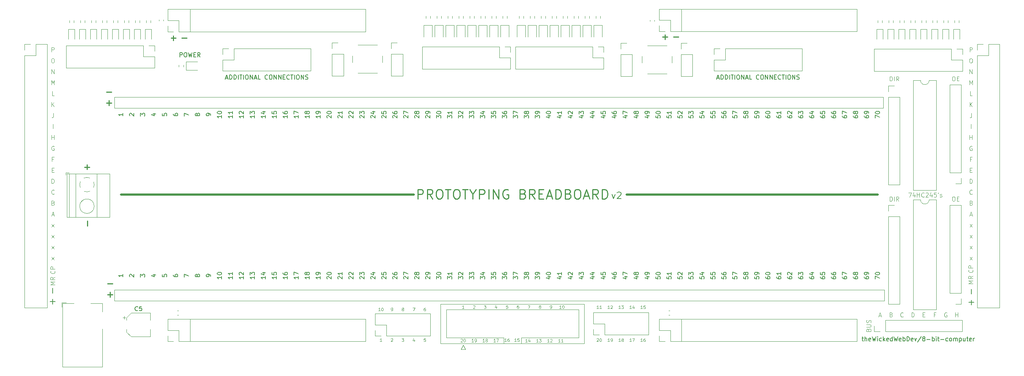
<source format=gbr>
%TF.GenerationSoftware,KiCad,Pcbnew,(5.1.10-1-10_14)*%
%TF.CreationDate,2021-09-26T00:15:31-04:00*%
%TF.ProjectId,prototype-board,70726f74-6f74-4797-9065-2d626f617264,rev?*%
%TF.SameCoordinates,Original*%
%TF.FileFunction,Legend,Top*%
%TF.FilePolarity,Positive*%
%FSLAX46Y46*%
G04 Gerber Fmt 4.6, Leading zero omitted, Abs format (unit mm)*
G04 Created by KiCad (PCBNEW (5.1.10-1-10_14)) date 2021-09-26 00:15:31*
%MOMM*%
%LPD*%
G01*
G04 APERTURE LIST*
%ADD10C,0.160000*%
%ADD11C,0.100000*%
%ADD12C,0.500000*%
%ADD13C,0.150000*%
%ADD14C,0.120000*%
%ADD15C,0.250000*%
%ADD16C,0.240000*%
G04 APERTURE END LIST*
D10*
X94698476Y-66894380D02*
X94698476Y-65894380D01*
X95079428Y-65894380D01*
X95174666Y-65942000D01*
X95222285Y-65989619D01*
X95269904Y-66084857D01*
X95269904Y-66227714D01*
X95222285Y-66322952D01*
X95174666Y-66370571D01*
X95079428Y-66418190D01*
X94698476Y-66418190D01*
X95888952Y-65894380D02*
X96079428Y-65894380D01*
X96174666Y-65942000D01*
X96269904Y-66037238D01*
X96317523Y-66227714D01*
X96317523Y-66561047D01*
X96269904Y-66751523D01*
X96174666Y-66846761D01*
X96079428Y-66894380D01*
X95888952Y-66894380D01*
X95793714Y-66846761D01*
X95698476Y-66751523D01*
X95650857Y-66561047D01*
X95650857Y-66227714D01*
X95698476Y-66037238D01*
X95793714Y-65942000D01*
X95888952Y-65894380D01*
X96650857Y-65894380D02*
X96888952Y-66894380D01*
X97079428Y-66180095D01*
X97269904Y-66894380D01*
X97508000Y-65894380D01*
X97888952Y-66370571D02*
X98222285Y-66370571D01*
X98365142Y-66894380D02*
X97888952Y-66894380D01*
X97888952Y-65894380D01*
X98365142Y-65894380D01*
X99365142Y-66894380D02*
X99031809Y-66418190D01*
X98793714Y-66894380D02*
X98793714Y-65894380D01*
X99174666Y-65894380D01*
X99269904Y-65942000D01*
X99317523Y-65989619D01*
X99365142Y-66084857D01*
X99365142Y-66227714D01*
X99317523Y-66322952D01*
X99269904Y-66370571D01*
X99174666Y-66418190D01*
X98793714Y-66418190D01*
D11*
X263405238Y-98392380D02*
X264071904Y-98392380D01*
X263643333Y-99392380D01*
X264881428Y-98725714D02*
X264881428Y-99392380D01*
X264643333Y-98344761D02*
X264405238Y-99059047D01*
X265024285Y-99059047D01*
X265405238Y-99392380D02*
X265405238Y-98392380D01*
X265405238Y-98868571D02*
X265976666Y-98868571D01*
X265976666Y-99392380D02*
X265976666Y-98392380D01*
X267024285Y-99297142D02*
X266976666Y-99344761D01*
X266833809Y-99392380D01*
X266738571Y-99392380D01*
X266595714Y-99344761D01*
X266500476Y-99249523D01*
X266452857Y-99154285D01*
X266405238Y-98963809D01*
X266405238Y-98820952D01*
X266452857Y-98630476D01*
X266500476Y-98535238D01*
X266595714Y-98440000D01*
X266738571Y-98392380D01*
X266833809Y-98392380D01*
X266976666Y-98440000D01*
X267024285Y-98487619D01*
X267405238Y-98487619D02*
X267452857Y-98440000D01*
X267548095Y-98392380D01*
X267786190Y-98392380D01*
X267881428Y-98440000D01*
X267929047Y-98487619D01*
X267976666Y-98582857D01*
X267976666Y-98678095D01*
X267929047Y-98820952D01*
X267357619Y-99392380D01*
X267976666Y-99392380D01*
X268833809Y-98725714D02*
X268833809Y-99392380D01*
X268595714Y-98344761D02*
X268357619Y-99059047D01*
X268976666Y-99059047D01*
X269833809Y-98392380D02*
X269357619Y-98392380D01*
X269310000Y-98868571D01*
X269357619Y-98820952D01*
X269452857Y-98773333D01*
X269690952Y-98773333D01*
X269786190Y-98820952D01*
X269833809Y-98868571D01*
X269881428Y-98963809D01*
X269881428Y-99201904D01*
X269833809Y-99297142D01*
X269786190Y-99344761D01*
X269690952Y-99392380D01*
X269452857Y-99392380D01*
X269357619Y-99344761D01*
X269310000Y-99297142D01*
X270357619Y-98392380D02*
X270357619Y-98440000D01*
X270310000Y-98535238D01*
X270262380Y-98582857D01*
X270738571Y-99344761D02*
X270833809Y-99392380D01*
X271024285Y-99392380D01*
X271119523Y-99344761D01*
X271167142Y-99249523D01*
X271167142Y-99201904D01*
X271119523Y-99106666D01*
X271024285Y-99059047D01*
X270881428Y-99059047D01*
X270786190Y-99011428D01*
X270738571Y-98916190D01*
X270738571Y-98868571D01*
X270786190Y-98773333D01*
X270881428Y-98725714D01*
X271024285Y-98725714D01*
X271119523Y-98773333D01*
X273782380Y-71442380D02*
X273972857Y-71442380D01*
X274068095Y-71490000D01*
X274163333Y-71585238D01*
X274210952Y-71775714D01*
X274210952Y-72109047D01*
X274163333Y-72299523D01*
X274068095Y-72394761D01*
X273972857Y-72442380D01*
X273782380Y-72442380D01*
X273687142Y-72394761D01*
X273591904Y-72299523D01*
X273544285Y-72109047D01*
X273544285Y-71775714D01*
X273591904Y-71585238D01*
X273687142Y-71490000D01*
X273782380Y-71442380D01*
X274639523Y-71918571D02*
X274972857Y-71918571D01*
X275115714Y-72442380D02*
X274639523Y-72442380D01*
X274639523Y-71442380D01*
X275115714Y-71442380D01*
X259110000Y-72442380D02*
X259110000Y-71442380D01*
X259348095Y-71442380D01*
X259490952Y-71490000D01*
X259586190Y-71585238D01*
X259633809Y-71680476D01*
X259681428Y-71870952D01*
X259681428Y-72013809D01*
X259633809Y-72204285D01*
X259586190Y-72299523D01*
X259490952Y-72394761D01*
X259348095Y-72442380D01*
X259110000Y-72442380D01*
X260110000Y-72442380D02*
X260110000Y-71442380D01*
X261157619Y-72442380D02*
X260824285Y-71966190D01*
X260586190Y-72442380D02*
X260586190Y-71442380D01*
X260967142Y-71442380D01*
X261062380Y-71490000D01*
X261110000Y-71537619D01*
X261157619Y-71632857D01*
X261157619Y-71775714D01*
X261110000Y-71870952D01*
X261062380Y-71918571D01*
X260967142Y-71966190D01*
X260586190Y-71966190D01*
X259110000Y-100322380D02*
X259110000Y-99322380D01*
X259348095Y-99322380D01*
X259490952Y-99370000D01*
X259586190Y-99465238D01*
X259633809Y-99560476D01*
X259681428Y-99750952D01*
X259681428Y-99893809D01*
X259633809Y-100084285D01*
X259586190Y-100179523D01*
X259490952Y-100274761D01*
X259348095Y-100322380D01*
X259110000Y-100322380D01*
X260110000Y-100322380D02*
X260110000Y-99322380D01*
X261157619Y-100322380D02*
X260824285Y-99846190D01*
X260586190Y-100322380D02*
X260586190Y-99322380D01*
X260967142Y-99322380D01*
X261062380Y-99370000D01*
X261110000Y-99417619D01*
X261157619Y-99512857D01*
X261157619Y-99655714D01*
X261110000Y-99750952D01*
X261062380Y-99798571D01*
X260967142Y-99846190D01*
X260586190Y-99846190D01*
X273782380Y-99322380D02*
X273972857Y-99322380D01*
X274068095Y-99370000D01*
X274163333Y-99465238D01*
X274210952Y-99655714D01*
X274210952Y-99989047D01*
X274163333Y-100179523D01*
X274068095Y-100274761D01*
X273972857Y-100322380D01*
X273782380Y-100322380D01*
X273687142Y-100274761D01*
X273591904Y-100179523D01*
X273544285Y-99989047D01*
X273544285Y-99655714D01*
X273591904Y-99465238D01*
X273687142Y-99370000D01*
X273782380Y-99322380D01*
X274639523Y-99798571D02*
X274972857Y-99798571D01*
X275115714Y-100322380D02*
X274639523Y-100322380D01*
X274639523Y-99322380D01*
X275115714Y-99322380D01*
X64994095Y-108890380D02*
X65517904Y-108223714D01*
X64994095Y-108223714D02*
X65517904Y-108890380D01*
X64994095Y-106350380D02*
X65517904Y-105683714D01*
X64994095Y-105683714D02*
X65517904Y-106350380D01*
X64994095Y-111430380D02*
X65517904Y-110763714D01*
X64994095Y-110763714D02*
X65517904Y-111430380D01*
X64994095Y-113970380D02*
X65517904Y-113303714D01*
X64994095Y-113303714D02*
X65517904Y-113970380D01*
X65256000Y-83490380D02*
X65256000Y-82490380D01*
X65327428Y-100746571D02*
X65470285Y-100794190D01*
X65517904Y-100841809D01*
X65565523Y-100937047D01*
X65565523Y-101079904D01*
X65517904Y-101175142D01*
X65470285Y-101222761D01*
X65375047Y-101270380D01*
X64994095Y-101270380D01*
X64994095Y-100270380D01*
X65327428Y-100270380D01*
X65422666Y-100318000D01*
X65470285Y-100365619D01*
X65517904Y-100460857D01*
X65517904Y-100556095D01*
X65470285Y-100651333D01*
X65422666Y-100698952D01*
X65327428Y-100746571D01*
X64994095Y-100746571D01*
X65565523Y-98635142D02*
X65517904Y-98682761D01*
X65375047Y-98730380D01*
X65279809Y-98730380D01*
X65136952Y-98682761D01*
X65041714Y-98587523D01*
X64994095Y-98492285D01*
X64946476Y-98301809D01*
X64946476Y-98158952D01*
X64994095Y-97968476D01*
X65041714Y-97873238D01*
X65136952Y-97778000D01*
X65279809Y-97730380D01*
X65375047Y-97730380D01*
X65517904Y-97778000D01*
X65565523Y-97825619D01*
X65517904Y-87618000D02*
X65422666Y-87570380D01*
X65279809Y-87570380D01*
X65136952Y-87618000D01*
X65041714Y-87713238D01*
X64994095Y-87808476D01*
X64946476Y-87998952D01*
X64946476Y-88141809D01*
X64994095Y-88332285D01*
X65041714Y-88427523D01*
X65136952Y-88522761D01*
X65279809Y-88570380D01*
X65375047Y-88570380D01*
X65517904Y-88522761D01*
X65565523Y-88475142D01*
X65565523Y-88141809D01*
X65375047Y-88141809D01*
X64970285Y-86030380D02*
X64970285Y-85030380D01*
X64970285Y-85506571D02*
X65541714Y-85506571D01*
X65541714Y-86030380D02*
X65541714Y-85030380D01*
X65041714Y-93126571D02*
X65375047Y-93126571D01*
X65517904Y-93650380D02*
X65041714Y-93650380D01*
X65041714Y-92650380D01*
X65517904Y-92650380D01*
X64970285Y-70790380D02*
X64970285Y-69790380D01*
X65541714Y-70790380D01*
X65541714Y-69790380D01*
X65565523Y-75870380D02*
X65089333Y-75870380D01*
X65089333Y-74870380D01*
X64994095Y-78410380D02*
X64994095Y-77410380D01*
X65565523Y-78410380D02*
X65136952Y-77838952D01*
X65565523Y-77410380D02*
X64994095Y-77981809D01*
X65398857Y-79950380D02*
X65398857Y-80664666D01*
X65351238Y-80807523D01*
X65256000Y-80902761D01*
X65113142Y-80950380D01*
X65017904Y-80950380D01*
X64994095Y-65710380D02*
X64994095Y-64710380D01*
X65375047Y-64710380D01*
X65470285Y-64758000D01*
X65517904Y-64805619D01*
X65565523Y-64900857D01*
X65565523Y-65043714D01*
X65517904Y-65138952D01*
X65470285Y-65186571D01*
X65375047Y-65234190D01*
X64994095Y-65234190D01*
X65017904Y-103524666D02*
X65494095Y-103524666D01*
X64922666Y-103810380D02*
X65256000Y-102810380D01*
X65589333Y-103810380D01*
X64994095Y-96190380D02*
X64994095Y-95190380D01*
X65232190Y-95190380D01*
X65375047Y-95238000D01*
X65470285Y-95333238D01*
X65517904Y-95428476D01*
X65565523Y-95618952D01*
X65565523Y-95761809D01*
X65517904Y-95952285D01*
X65470285Y-96047523D01*
X65375047Y-96142761D01*
X65232190Y-96190380D01*
X64994095Y-96190380D01*
X65160761Y-67250380D02*
X65351238Y-67250380D01*
X65446476Y-67298000D01*
X65541714Y-67393238D01*
X65589333Y-67583714D01*
X65589333Y-67917047D01*
X65541714Y-68107523D01*
X65446476Y-68202761D01*
X65351238Y-68250380D01*
X65160761Y-68250380D01*
X65065523Y-68202761D01*
X64970285Y-68107523D01*
X64922666Y-67917047D01*
X64922666Y-67583714D01*
X64970285Y-67393238D01*
X65065523Y-67298000D01*
X65160761Y-67250380D01*
X65398857Y-90586571D02*
X65065523Y-90586571D01*
X65065523Y-91110380D02*
X65065523Y-90110380D01*
X65541714Y-90110380D01*
X64922666Y-73330380D02*
X64922666Y-72330380D01*
X65256000Y-73044666D01*
X65589333Y-72330380D01*
X65589333Y-73330380D01*
X274288285Y-127198380D02*
X274288285Y-126198380D01*
X274288285Y-126674571D02*
X274859714Y-126674571D01*
X274859714Y-127198380D02*
X274859714Y-126198380D01*
X259405428Y-126674571D02*
X259548285Y-126722190D01*
X259595904Y-126769809D01*
X259643523Y-126865047D01*
X259643523Y-127007904D01*
X259595904Y-127103142D01*
X259548285Y-127150761D01*
X259453047Y-127198380D01*
X259072095Y-127198380D01*
X259072095Y-126198380D01*
X259405428Y-126198380D01*
X259500666Y-126246000D01*
X259548285Y-126293619D01*
X259595904Y-126388857D01*
X259595904Y-126484095D01*
X259548285Y-126579333D01*
X259500666Y-126626952D01*
X259405428Y-126674571D01*
X259072095Y-126674571D01*
X262183523Y-127103142D02*
X262135904Y-127150761D01*
X261993047Y-127198380D01*
X261897809Y-127198380D01*
X261754952Y-127150761D01*
X261659714Y-127055523D01*
X261612095Y-126960285D01*
X261564476Y-126769809D01*
X261564476Y-126626952D01*
X261612095Y-126436476D01*
X261659714Y-126341238D01*
X261754952Y-126246000D01*
X261897809Y-126198380D01*
X261993047Y-126198380D01*
X262135904Y-126246000D01*
X262183523Y-126293619D01*
X272295904Y-126246000D02*
X272200666Y-126198380D01*
X272057809Y-126198380D01*
X271914952Y-126246000D01*
X271819714Y-126341238D01*
X271772095Y-126436476D01*
X271724476Y-126626952D01*
X271724476Y-126769809D01*
X271772095Y-126960285D01*
X271819714Y-127055523D01*
X271914952Y-127150761D01*
X272057809Y-127198380D01*
X272153047Y-127198380D01*
X272295904Y-127150761D01*
X272343523Y-127103142D01*
X272343523Y-126769809D01*
X272153047Y-126769809D01*
X266739714Y-126674571D02*
X267073047Y-126674571D01*
X267215904Y-127198380D02*
X266739714Y-127198380D01*
X266739714Y-126198380D01*
X267215904Y-126198380D01*
X264152095Y-127198380D02*
X264152095Y-126198380D01*
X264390190Y-126198380D01*
X264533047Y-126246000D01*
X264628285Y-126341238D01*
X264675904Y-126436476D01*
X264723523Y-126626952D01*
X264723523Y-126769809D01*
X264675904Y-126960285D01*
X264628285Y-127055523D01*
X264533047Y-127150761D01*
X264390190Y-127198380D01*
X264152095Y-127198380D01*
X269636857Y-126674571D02*
X269303523Y-126674571D01*
X269303523Y-127198380D02*
X269303523Y-126198380D01*
X269779714Y-126198380D01*
X256555904Y-126912666D02*
X257032095Y-126912666D01*
X256460666Y-127198380D02*
X256794000Y-126198380D01*
X257127333Y-127198380D01*
X254182571Y-130214571D02*
X254230190Y-130071714D01*
X254277809Y-130024095D01*
X254373047Y-129976476D01*
X254515904Y-129976476D01*
X254611142Y-130024095D01*
X254658761Y-130071714D01*
X254706380Y-130166952D01*
X254706380Y-130547904D01*
X253706380Y-130547904D01*
X253706380Y-130214571D01*
X253754000Y-130119333D01*
X253801619Y-130071714D01*
X253896857Y-130024095D01*
X253992095Y-130024095D01*
X254087333Y-130071714D01*
X254134952Y-130119333D01*
X254182571Y-130214571D01*
X254182571Y-130547904D01*
X253706380Y-129547904D02*
X254515904Y-129547904D01*
X254611142Y-129500285D01*
X254658761Y-129452666D01*
X254706380Y-129357428D01*
X254706380Y-129166952D01*
X254658761Y-129071714D01*
X254611142Y-129024095D01*
X254515904Y-128976476D01*
X253706380Y-128976476D01*
X254658761Y-128547904D02*
X254706380Y-128405047D01*
X254706380Y-128166952D01*
X254658761Y-128071714D01*
X254611142Y-128024095D01*
X254515904Y-127976476D01*
X254420666Y-127976476D01*
X254325428Y-128024095D01*
X254277809Y-128071714D01*
X254230190Y-128166952D01*
X254182571Y-128357428D01*
X254134952Y-128452666D01*
X254087333Y-128500285D01*
X253992095Y-128547904D01*
X253896857Y-128547904D01*
X253801619Y-128500285D01*
X253754000Y-128452666D01*
X253706380Y-128357428D01*
X253706380Y-128119333D01*
X253754000Y-127976476D01*
X162670666Y-133004666D02*
X162270666Y-133004666D01*
X162470666Y-133004666D02*
X162470666Y-132304666D01*
X162404000Y-132404666D01*
X162337333Y-132471333D01*
X162270666Y-132504666D01*
X163004000Y-133004666D02*
X163137333Y-133004666D01*
X163204000Y-132971333D01*
X163237333Y-132938000D01*
X163304000Y-132838000D01*
X163337333Y-132704666D01*
X163337333Y-132438000D01*
X163304000Y-132371333D01*
X163270666Y-132338000D01*
X163204000Y-132304666D01*
X163070666Y-132304666D01*
X163004000Y-132338000D01*
X162970666Y-132371333D01*
X162937333Y-132438000D01*
X162937333Y-132604666D01*
X162970666Y-132671333D01*
X163004000Y-132704666D01*
X163070666Y-132738000D01*
X163204000Y-132738000D01*
X163270666Y-132704666D01*
X163304000Y-132671333D01*
X163337333Y-132604666D01*
X170300666Y-132904666D02*
X169900666Y-132904666D01*
X170100666Y-132904666D02*
X170100666Y-132204666D01*
X170034000Y-132304666D01*
X169967333Y-132371333D01*
X169900666Y-132404666D01*
X170900666Y-132204666D02*
X170767333Y-132204666D01*
X170700666Y-132238000D01*
X170667333Y-132271333D01*
X170600666Y-132371333D01*
X170567333Y-132504666D01*
X170567333Y-132771333D01*
X170600666Y-132838000D01*
X170634000Y-132871333D01*
X170700666Y-132904666D01*
X170834000Y-132904666D01*
X170900666Y-132871333D01*
X170934000Y-132838000D01*
X170967333Y-132771333D01*
X170967333Y-132604666D01*
X170934000Y-132538000D01*
X170900666Y-132504666D01*
X170834000Y-132471333D01*
X170700666Y-132471333D01*
X170634000Y-132504666D01*
X170600666Y-132538000D01*
X170567333Y-132604666D01*
X167750666Y-133004666D02*
X167350666Y-133004666D01*
X167550666Y-133004666D02*
X167550666Y-132304666D01*
X167484000Y-132404666D01*
X167417333Y-132471333D01*
X167350666Y-132504666D01*
X167984000Y-132304666D02*
X168450666Y-132304666D01*
X168150666Y-133004666D01*
X159730666Y-132371333D02*
X159764000Y-132338000D01*
X159830666Y-132304666D01*
X159997333Y-132304666D01*
X160064000Y-132338000D01*
X160097333Y-132371333D01*
X160130666Y-132438000D01*
X160130666Y-132504666D01*
X160097333Y-132604666D01*
X159697333Y-133004666D01*
X160130666Y-133004666D01*
X160564000Y-132304666D02*
X160630666Y-132304666D01*
X160697333Y-132338000D01*
X160730666Y-132371333D01*
X160764000Y-132438000D01*
X160797333Y-132571333D01*
X160797333Y-132738000D01*
X160764000Y-132871333D01*
X160730666Y-132938000D01*
X160697333Y-132971333D01*
X160630666Y-133004666D01*
X160564000Y-133004666D01*
X160497333Y-132971333D01*
X160464000Y-132938000D01*
X160430666Y-132871333D01*
X160397333Y-132738000D01*
X160397333Y-132571333D01*
X160430666Y-132438000D01*
X160464000Y-132371333D01*
X160497333Y-132338000D01*
X160564000Y-132304666D01*
X165210666Y-133004666D02*
X164810666Y-133004666D01*
X165010666Y-133004666D02*
X165010666Y-132304666D01*
X164944000Y-132404666D01*
X164877333Y-132471333D01*
X164810666Y-132504666D01*
X165610666Y-132604666D02*
X165544000Y-132571333D01*
X165510666Y-132538000D01*
X165477333Y-132471333D01*
X165477333Y-132438000D01*
X165510666Y-132371333D01*
X165544000Y-132338000D01*
X165610666Y-132304666D01*
X165744000Y-132304666D01*
X165810666Y-132338000D01*
X165844000Y-132371333D01*
X165877333Y-132438000D01*
X165877333Y-132471333D01*
X165844000Y-132538000D01*
X165810666Y-132571333D01*
X165744000Y-132604666D01*
X165610666Y-132604666D01*
X165544000Y-132638000D01*
X165510666Y-132671333D01*
X165477333Y-132738000D01*
X165477333Y-132871333D01*
X165510666Y-132938000D01*
X165544000Y-132971333D01*
X165610666Y-133004666D01*
X165744000Y-133004666D01*
X165810666Y-132971333D01*
X165844000Y-132938000D01*
X165877333Y-132871333D01*
X165877333Y-132738000D01*
X165844000Y-132671333D01*
X165810666Y-132638000D01*
X165744000Y-132604666D01*
X182736666Y-133034666D02*
X182336666Y-133034666D01*
X182536666Y-133034666D02*
X182536666Y-132334666D01*
X182470000Y-132434666D01*
X182403333Y-132501333D01*
X182336666Y-132534666D01*
X183403333Y-133034666D02*
X183003333Y-133034666D01*
X183203333Y-133034666D02*
X183203333Y-132334666D01*
X183136666Y-132434666D01*
X183070000Y-132501333D01*
X183003333Y-132534666D01*
X175116666Y-133034666D02*
X174716666Y-133034666D01*
X174916666Y-133034666D02*
X174916666Y-132334666D01*
X174850000Y-132434666D01*
X174783333Y-132501333D01*
X174716666Y-132534666D01*
X175716666Y-132568000D02*
X175716666Y-133034666D01*
X175550000Y-132301333D02*
X175383333Y-132801333D01*
X175816666Y-132801333D01*
X177656666Y-133034666D02*
X177256666Y-133034666D01*
X177456666Y-133034666D02*
X177456666Y-132334666D01*
X177390000Y-132434666D01*
X177323333Y-132501333D01*
X177256666Y-132534666D01*
X177890000Y-132334666D02*
X178323333Y-132334666D01*
X178090000Y-132601333D01*
X178190000Y-132601333D01*
X178256666Y-132634666D01*
X178290000Y-132668000D01*
X178323333Y-132734666D01*
X178323333Y-132901333D01*
X178290000Y-132968000D01*
X178256666Y-133001333D01*
X178190000Y-133034666D01*
X177990000Y-133034666D01*
X177923333Y-133001333D01*
X177890000Y-132968000D01*
X172586666Y-132904666D02*
X172186666Y-132904666D01*
X172386666Y-132904666D02*
X172386666Y-132204666D01*
X172320000Y-132304666D01*
X172253333Y-132371333D01*
X172186666Y-132404666D01*
X173220000Y-132204666D02*
X172886666Y-132204666D01*
X172853333Y-132538000D01*
X172886666Y-132504666D01*
X172953333Y-132471333D01*
X173120000Y-132471333D01*
X173186666Y-132504666D01*
X173220000Y-132538000D01*
X173253333Y-132604666D01*
X173253333Y-132771333D01*
X173220000Y-132838000D01*
X173186666Y-132871333D01*
X173120000Y-132904666D01*
X172953333Y-132904666D01*
X172886666Y-132871333D01*
X172853333Y-132838000D01*
X180196666Y-133034666D02*
X179796666Y-133034666D01*
X179996666Y-133034666D02*
X179996666Y-132334666D01*
X179930000Y-132434666D01*
X179863333Y-132501333D01*
X179796666Y-132534666D01*
X180463333Y-132401333D02*
X180496666Y-132368000D01*
X180563333Y-132334666D01*
X180730000Y-132334666D01*
X180796666Y-132368000D01*
X180830000Y-132401333D01*
X180863333Y-132468000D01*
X180863333Y-132534666D01*
X180830000Y-132634666D01*
X180430000Y-133034666D01*
X180863333Y-133034666D01*
X182990666Y-125224666D02*
X182590666Y-125224666D01*
X182790666Y-125224666D02*
X182790666Y-124524666D01*
X182724000Y-124624666D01*
X182657333Y-124691333D01*
X182590666Y-124724666D01*
X183424000Y-124524666D02*
X183490666Y-124524666D01*
X183557333Y-124558000D01*
X183590666Y-124591333D01*
X183624000Y-124658000D01*
X183657333Y-124791333D01*
X183657333Y-124958000D01*
X183624000Y-125091333D01*
X183590666Y-125158000D01*
X183557333Y-125191333D01*
X183490666Y-125224666D01*
X183424000Y-125224666D01*
X183357333Y-125191333D01*
X183324000Y-125158000D01*
X183290666Y-125091333D01*
X183257333Y-124958000D01*
X183257333Y-124791333D01*
X183290666Y-124658000D01*
X183324000Y-124591333D01*
X183357333Y-124558000D01*
X183424000Y-124524666D01*
X175270666Y-124524666D02*
X175737333Y-124524666D01*
X175437333Y-125224666D01*
X173097333Y-124524666D02*
X172964000Y-124524666D01*
X172897333Y-124558000D01*
X172864000Y-124591333D01*
X172797333Y-124691333D01*
X172764000Y-124824666D01*
X172764000Y-125091333D01*
X172797333Y-125158000D01*
X172830666Y-125191333D01*
X172897333Y-125224666D01*
X173030666Y-125224666D01*
X173097333Y-125191333D01*
X173130666Y-125158000D01*
X173164000Y-125091333D01*
X173164000Y-124924666D01*
X173130666Y-124858000D01*
X173097333Y-124824666D01*
X173030666Y-124791333D01*
X172897333Y-124791333D01*
X172830666Y-124824666D01*
X172797333Y-124858000D01*
X172764000Y-124924666D01*
X177977333Y-124824666D02*
X177910666Y-124791333D01*
X177877333Y-124758000D01*
X177844000Y-124691333D01*
X177844000Y-124658000D01*
X177877333Y-124591333D01*
X177910666Y-124558000D01*
X177977333Y-124524666D01*
X178110666Y-124524666D01*
X178177333Y-124558000D01*
X178210666Y-124591333D01*
X178244000Y-124658000D01*
X178244000Y-124691333D01*
X178210666Y-124758000D01*
X178177333Y-124791333D01*
X178110666Y-124824666D01*
X177977333Y-124824666D01*
X177910666Y-124858000D01*
X177877333Y-124891333D01*
X177844000Y-124958000D01*
X177844000Y-125091333D01*
X177877333Y-125158000D01*
X177910666Y-125191333D01*
X177977333Y-125224666D01*
X178110666Y-125224666D01*
X178177333Y-125191333D01*
X178210666Y-125158000D01*
X178244000Y-125091333D01*
X178244000Y-124958000D01*
X178210666Y-124891333D01*
X178177333Y-124858000D01*
X178110666Y-124824666D01*
X180450666Y-125224666D02*
X180584000Y-125224666D01*
X180650666Y-125191333D01*
X180684000Y-125158000D01*
X180750666Y-125058000D01*
X180784000Y-124924666D01*
X180784000Y-124658000D01*
X180750666Y-124591333D01*
X180717333Y-124558000D01*
X180650666Y-124524666D01*
X180517333Y-124524666D01*
X180450666Y-124558000D01*
X180417333Y-124591333D01*
X180384000Y-124658000D01*
X180384000Y-124824666D01*
X180417333Y-124891333D01*
X180450666Y-124924666D01*
X180517333Y-124958000D01*
X180650666Y-124958000D01*
X180717333Y-124924666D01*
X180750666Y-124891333D01*
X180784000Y-124824666D01*
X160464000Y-125224666D02*
X160064000Y-125224666D01*
X160264000Y-125224666D02*
X160264000Y-124524666D01*
X160197333Y-124624666D01*
X160130666Y-124691333D01*
X160064000Y-124724666D01*
X168017333Y-124758000D02*
X168017333Y-125224666D01*
X167850666Y-124491333D02*
X167684000Y-124991333D01*
X168117333Y-124991333D01*
X170590666Y-124524666D02*
X170257333Y-124524666D01*
X170224000Y-124858000D01*
X170257333Y-124824666D01*
X170324000Y-124791333D01*
X170490666Y-124791333D01*
X170557333Y-124824666D01*
X170590666Y-124858000D01*
X170624000Y-124924666D01*
X170624000Y-125091333D01*
X170590666Y-125158000D01*
X170557333Y-125191333D01*
X170490666Y-125224666D01*
X170324000Y-125224666D01*
X170257333Y-125191333D01*
X170224000Y-125158000D01*
X162604000Y-124591333D02*
X162637333Y-124558000D01*
X162704000Y-124524666D01*
X162870666Y-124524666D01*
X162937333Y-124558000D01*
X162970666Y-124591333D01*
X163004000Y-124658000D01*
X163004000Y-124724666D01*
X162970666Y-124824666D01*
X162570666Y-125224666D01*
X163004000Y-125224666D01*
X165110666Y-124524666D02*
X165544000Y-124524666D01*
X165310666Y-124791333D01*
X165410666Y-124791333D01*
X165477333Y-124824666D01*
X165510666Y-124858000D01*
X165544000Y-124924666D01*
X165544000Y-125091333D01*
X165510666Y-125158000D01*
X165477333Y-125191333D01*
X165410666Y-125224666D01*
X165210666Y-125224666D01*
X165144000Y-125191333D01*
X165110666Y-125158000D01*
X191636666Y-125284666D02*
X191236666Y-125284666D01*
X191436666Y-125284666D02*
X191436666Y-124584666D01*
X191370000Y-124684666D01*
X191303333Y-124751333D01*
X191236666Y-124784666D01*
X192303333Y-125284666D02*
X191903333Y-125284666D01*
X192103333Y-125284666D02*
X192103333Y-124584666D01*
X192036666Y-124684666D01*
X191970000Y-124751333D01*
X191903333Y-124784666D01*
X199256666Y-125284666D02*
X198856666Y-125284666D01*
X199056666Y-125284666D02*
X199056666Y-124584666D01*
X198990000Y-124684666D01*
X198923333Y-124751333D01*
X198856666Y-124784666D01*
X199856666Y-124818000D02*
X199856666Y-125284666D01*
X199690000Y-124551333D02*
X199523333Y-125051333D01*
X199956666Y-125051333D01*
X201796666Y-125284666D02*
X201396666Y-125284666D01*
X201596666Y-125284666D02*
X201596666Y-124584666D01*
X201530000Y-124684666D01*
X201463333Y-124751333D01*
X201396666Y-124784666D01*
X202430000Y-124584666D02*
X202096666Y-124584666D01*
X202063333Y-124918000D01*
X202096666Y-124884666D01*
X202163333Y-124851333D01*
X202330000Y-124851333D01*
X202396666Y-124884666D01*
X202430000Y-124918000D01*
X202463333Y-124984666D01*
X202463333Y-125151333D01*
X202430000Y-125218000D01*
X202396666Y-125251333D01*
X202330000Y-125284666D01*
X202163333Y-125284666D01*
X202096666Y-125251333D01*
X202063333Y-125218000D01*
X194176666Y-125284666D02*
X193776666Y-125284666D01*
X193976666Y-125284666D02*
X193976666Y-124584666D01*
X193910000Y-124684666D01*
X193843333Y-124751333D01*
X193776666Y-124784666D01*
X194443333Y-124651333D02*
X194476666Y-124618000D01*
X194543333Y-124584666D01*
X194710000Y-124584666D01*
X194776666Y-124618000D01*
X194810000Y-124651333D01*
X194843333Y-124718000D01*
X194843333Y-124784666D01*
X194810000Y-124884666D01*
X194410000Y-125284666D01*
X194843333Y-125284666D01*
X196716666Y-125284666D02*
X196316666Y-125284666D01*
X196516666Y-125284666D02*
X196516666Y-124584666D01*
X196450000Y-124684666D01*
X196383333Y-124751333D01*
X196316666Y-124784666D01*
X196950000Y-124584666D02*
X197383333Y-124584666D01*
X197150000Y-124851333D01*
X197250000Y-124851333D01*
X197316666Y-124884666D01*
X197350000Y-124918000D01*
X197383333Y-124984666D01*
X197383333Y-125151333D01*
X197350000Y-125218000D01*
X197316666Y-125251333D01*
X197250000Y-125284666D01*
X197050000Y-125284666D01*
X196983333Y-125251333D01*
X196950000Y-125218000D01*
X191236666Y-132271333D02*
X191270000Y-132238000D01*
X191336666Y-132204666D01*
X191503333Y-132204666D01*
X191570000Y-132238000D01*
X191603333Y-132271333D01*
X191636666Y-132338000D01*
X191636666Y-132404666D01*
X191603333Y-132504666D01*
X191203333Y-132904666D01*
X191636666Y-132904666D01*
X192070000Y-132204666D02*
X192136666Y-132204666D01*
X192203333Y-132238000D01*
X192236666Y-132271333D01*
X192270000Y-132338000D01*
X192303333Y-132471333D01*
X192303333Y-132638000D01*
X192270000Y-132771333D01*
X192236666Y-132838000D01*
X192203333Y-132871333D01*
X192136666Y-132904666D01*
X192070000Y-132904666D01*
X192003333Y-132871333D01*
X191970000Y-132838000D01*
X191936666Y-132771333D01*
X191903333Y-132638000D01*
X191903333Y-132471333D01*
X191936666Y-132338000D01*
X191970000Y-132271333D01*
X192003333Y-132238000D01*
X192070000Y-132204666D01*
X199256666Y-132904666D02*
X198856666Y-132904666D01*
X199056666Y-132904666D02*
X199056666Y-132204666D01*
X198990000Y-132304666D01*
X198923333Y-132371333D01*
X198856666Y-132404666D01*
X199490000Y-132204666D02*
X199956666Y-132204666D01*
X199656666Y-132904666D01*
X201796666Y-132904666D02*
X201396666Y-132904666D01*
X201596666Y-132904666D02*
X201596666Y-132204666D01*
X201530000Y-132304666D01*
X201463333Y-132371333D01*
X201396666Y-132404666D01*
X202396666Y-132204666D02*
X202263333Y-132204666D01*
X202196666Y-132238000D01*
X202163333Y-132271333D01*
X202096666Y-132371333D01*
X202063333Y-132504666D01*
X202063333Y-132771333D01*
X202096666Y-132838000D01*
X202130000Y-132871333D01*
X202196666Y-132904666D01*
X202330000Y-132904666D01*
X202396666Y-132871333D01*
X202430000Y-132838000D01*
X202463333Y-132771333D01*
X202463333Y-132604666D01*
X202430000Y-132538000D01*
X202396666Y-132504666D01*
X202330000Y-132471333D01*
X202196666Y-132471333D01*
X202130000Y-132504666D01*
X202096666Y-132538000D01*
X202063333Y-132604666D01*
X196716666Y-132904666D02*
X196316666Y-132904666D01*
X196516666Y-132904666D02*
X196516666Y-132204666D01*
X196450000Y-132304666D01*
X196383333Y-132371333D01*
X196316666Y-132404666D01*
X197116666Y-132504666D02*
X197050000Y-132471333D01*
X197016666Y-132438000D01*
X196983333Y-132371333D01*
X196983333Y-132338000D01*
X197016666Y-132271333D01*
X197050000Y-132238000D01*
X197116666Y-132204666D01*
X197250000Y-132204666D01*
X197316666Y-132238000D01*
X197350000Y-132271333D01*
X197383333Y-132338000D01*
X197383333Y-132371333D01*
X197350000Y-132438000D01*
X197316666Y-132471333D01*
X197250000Y-132504666D01*
X197116666Y-132504666D01*
X197050000Y-132538000D01*
X197016666Y-132571333D01*
X196983333Y-132638000D01*
X196983333Y-132771333D01*
X197016666Y-132838000D01*
X197050000Y-132871333D01*
X197116666Y-132904666D01*
X197250000Y-132904666D01*
X197316666Y-132871333D01*
X197350000Y-132838000D01*
X197383333Y-132771333D01*
X197383333Y-132638000D01*
X197350000Y-132571333D01*
X197316666Y-132538000D01*
X197250000Y-132504666D01*
X194176666Y-132904666D02*
X193776666Y-132904666D01*
X193976666Y-132904666D02*
X193976666Y-132204666D01*
X193910000Y-132304666D01*
X193843333Y-132371333D01*
X193776666Y-132404666D01*
X194510000Y-132904666D02*
X194643333Y-132904666D01*
X194710000Y-132871333D01*
X194743333Y-132838000D01*
X194810000Y-132738000D01*
X194843333Y-132604666D01*
X194843333Y-132338000D01*
X194810000Y-132271333D01*
X194776666Y-132238000D01*
X194710000Y-132204666D01*
X194576666Y-132204666D01*
X194510000Y-132238000D01*
X194476666Y-132271333D01*
X194443333Y-132338000D01*
X194443333Y-132504666D01*
X194476666Y-132571333D01*
X194510000Y-132604666D01*
X194576666Y-132638000D01*
X194710000Y-132638000D01*
X194776666Y-132604666D01*
X194810000Y-132571333D01*
X194843333Y-132504666D01*
X141090666Y-125792666D02*
X140690666Y-125792666D01*
X140890666Y-125792666D02*
X140890666Y-125092666D01*
X140824000Y-125192666D01*
X140757333Y-125259333D01*
X140690666Y-125292666D01*
X141524000Y-125092666D02*
X141590666Y-125092666D01*
X141657333Y-125126000D01*
X141690666Y-125159333D01*
X141724000Y-125226000D01*
X141757333Y-125359333D01*
X141757333Y-125526000D01*
X141724000Y-125659333D01*
X141690666Y-125726000D01*
X141657333Y-125759333D01*
X141590666Y-125792666D01*
X141524000Y-125792666D01*
X141457333Y-125759333D01*
X141424000Y-125726000D01*
X141390666Y-125659333D01*
X141357333Y-125526000D01*
X141357333Y-125359333D01*
X141390666Y-125226000D01*
X141424000Y-125159333D01*
X141457333Y-125126000D01*
X141524000Y-125092666D01*
X148610666Y-125092666D02*
X149077333Y-125092666D01*
X148777333Y-125792666D01*
X151517333Y-125092666D02*
X151384000Y-125092666D01*
X151317333Y-125126000D01*
X151284000Y-125159333D01*
X151217333Y-125259333D01*
X151184000Y-125392666D01*
X151184000Y-125659333D01*
X151217333Y-125726000D01*
X151250666Y-125759333D01*
X151317333Y-125792666D01*
X151450666Y-125792666D01*
X151517333Y-125759333D01*
X151550666Y-125726000D01*
X151584000Y-125659333D01*
X151584000Y-125492666D01*
X151550666Y-125426000D01*
X151517333Y-125392666D01*
X151450666Y-125359333D01*
X151317333Y-125359333D01*
X151250666Y-125392666D01*
X151217333Y-125426000D01*
X151184000Y-125492666D01*
X143630666Y-125792666D02*
X143764000Y-125792666D01*
X143830666Y-125759333D01*
X143864000Y-125726000D01*
X143930666Y-125626000D01*
X143964000Y-125492666D01*
X143964000Y-125226000D01*
X143930666Y-125159333D01*
X143897333Y-125126000D01*
X143830666Y-125092666D01*
X143697333Y-125092666D01*
X143630666Y-125126000D01*
X143597333Y-125159333D01*
X143564000Y-125226000D01*
X143564000Y-125392666D01*
X143597333Y-125459333D01*
X143630666Y-125492666D01*
X143697333Y-125526000D01*
X143830666Y-125526000D01*
X143897333Y-125492666D01*
X143930666Y-125459333D01*
X143964000Y-125392666D01*
X146237333Y-125392666D02*
X146170666Y-125359333D01*
X146137333Y-125326000D01*
X146104000Y-125259333D01*
X146104000Y-125226000D01*
X146137333Y-125159333D01*
X146170666Y-125126000D01*
X146237333Y-125092666D01*
X146370666Y-125092666D01*
X146437333Y-125126000D01*
X146470666Y-125159333D01*
X146504000Y-125226000D01*
X146504000Y-125259333D01*
X146470666Y-125326000D01*
X146437333Y-125359333D01*
X146370666Y-125392666D01*
X146237333Y-125392666D01*
X146170666Y-125426000D01*
X146137333Y-125459333D01*
X146104000Y-125526000D01*
X146104000Y-125659333D01*
X146137333Y-125726000D01*
X146170666Y-125759333D01*
X146237333Y-125792666D01*
X146370666Y-125792666D01*
X146437333Y-125759333D01*
X146470666Y-125726000D01*
X146504000Y-125659333D01*
X146504000Y-125526000D01*
X146470666Y-125459333D01*
X146437333Y-125426000D01*
X146370666Y-125392666D01*
X151550666Y-132204666D02*
X151217333Y-132204666D01*
X151184000Y-132538000D01*
X151217333Y-132504666D01*
X151284000Y-132471333D01*
X151450666Y-132471333D01*
X151517333Y-132504666D01*
X151550666Y-132538000D01*
X151584000Y-132604666D01*
X151584000Y-132771333D01*
X151550666Y-132838000D01*
X151517333Y-132871333D01*
X151450666Y-132904666D01*
X151284000Y-132904666D01*
X151217333Y-132871333D01*
X151184000Y-132838000D01*
X148977333Y-132438000D02*
X148977333Y-132904666D01*
X148810666Y-132171333D02*
X148644000Y-132671333D01*
X149077333Y-132671333D01*
X146070666Y-132204666D02*
X146504000Y-132204666D01*
X146270666Y-132471333D01*
X146370666Y-132471333D01*
X146437333Y-132504666D01*
X146470666Y-132538000D01*
X146504000Y-132604666D01*
X146504000Y-132771333D01*
X146470666Y-132838000D01*
X146437333Y-132871333D01*
X146370666Y-132904666D01*
X146170666Y-132904666D01*
X146104000Y-132871333D01*
X146070666Y-132838000D01*
X143564000Y-132271333D02*
X143597333Y-132238000D01*
X143664000Y-132204666D01*
X143830666Y-132204666D01*
X143897333Y-132238000D01*
X143930666Y-132271333D01*
X143964000Y-132338000D01*
X143964000Y-132404666D01*
X143930666Y-132504666D01*
X143530666Y-132904666D01*
X143964000Y-132904666D01*
X141424000Y-132904666D02*
X141024000Y-132904666D01*
X141224000Y-132904666D02*
X141224000Y-132204666D01*
X141157333Y-132304666D01*
X141090666Y-132371333D01*
X141024000Y-132404666D01*
X278137904Y-87638000D02*
X278042666Y-87590380D01*
X277899809Y-87590380D01*
X277756952Y-87638000D01*
X277661714Y-87733238D01*
X277614095Y-87828476D01*
X277566476Y-88018952D01*
X277566476Y-88161809D01*
X277614095Y-88352285D01*
X277661714Y-88447523D01*
X277756952Y-88542761D01*
X277899809Y-88590380D01*
X277995047Y-88590380D01*
X278137904Y-88542761D01*
X278185523Y-88495142D01*
X278185523Y-88161809D01*
X277995047Y-88161809D01*
X277637904Y-103544666D02*
X278114095Y-103544666D01*
X277542666Y-103830380D02*
X277876000Y-102830380D01*
X278209333Y-103830380D01*
X277947428Y-100766571D02*
X278090285Y-100814190D01*
X278137904Y-100861809D01*
X278185523Y-100957047D01*
X278185523Y-101099904D01*
X278137904Y-101195142D01*
X278090285Y-101242761D01*
X277995047Y-101290380D01*
X277614095Y-101290380D01*
X277614095Y-100290380D01*
X277947428Y-100290380D01*
X278042666Y-100338000D01*
X278090285Y-100385619D01*
X278137904Y-100480857D01*
X278137904Y-100576095D01*
X278090285Y-100671333D01*
X278042666Y-100718952D01*
X277947428Y-100766571D01*
X277614095Y-100766571D01*
X278185523Y-98655142D02*
X278137904Y-98702761D01*
X277995047Y-98750380D01*
X277899809Y-98750380D01*
X277756952Y-98702761D01*
X277661714Y-98607523D01*
X277614095Y-98512285D01*
X277566476Y-98321809D01*
X277566476Y-98178952D01*
X277614095Y-97988476D01*
X277661714Y-97893238D01*
X277756952Y-97798000D01*
X277899809Y-97750380D01*
X277995047Y-97750380D01*
X278137904Y-97798000D01*
X278185523Y-97845619D01*
X277614095Y-96210380D02*
X277614095Y-95210380D01*
X277852190Y-95210380D01*
X277995047Y-95258000D01*
X278090285Y-95353238D01*
X278137904Y-95448476D01*
X278185523Y-95638952D01*
X278185523Y-95781809D01*
X278137904Y-95972285D01*
X278090285Y-96067523D01*
X277995047Y-96162761D01*
X277852190Y-96210380D01*
X277614095Y-96210380D01*
X277661714Y-93146571D02*
X277995047Y-93146571D01*
X278137904Y-93670380D02*
X277661714Y-93670380D01*
X277661714Y-92670380D01*
X278137904Y-92670380D01*
X278018857Y-90606571D02*
X277685523Y-90606571D01*
X277685523Y-91130380D02*
X277685523Y-90130380D01*
X278161714Y-90130380D01*
X277590285Y-86050380D02*
X277590285Y-85050380D01*
X277590285Y-85526571D02*
X278161714Y-85526571D01*
X278161714Y-86050380D02*
X278161714Y-85050380D01*
X277876000Y-83510380D02*
X277876000Y-82510380D01*
X278018857Y-79970380D02*
X278018857Y-80684666D01*
X277971238Y-80827523D01*
X277876000Y-80922761D01*
X277733142Y-80970380D01*
X277637904Y-80970380D01*
X277614095Y-78430380D02*
X277614095Y-77430380D01*
X278185523Y-78430380D02*
X277756952Y-77858952D01*
X278185523Y-77430380D02*
X277614095Y-78001809D01*
X278185523Y-75890380D02*
X277709333Y-75890380D01*
X277709333Y-74890380D01*
X277542666Y-73350380D02*
X277542666Y-72350380D01*
X277876000Y-73064666D01*
X278209333Y-72350380D01*
X278209333Y-73350380D01*
X277590285Y-70810380D02*
X277590285Y-69810380D01*
X278161714Y-70810380D01*
X278161714Y-69810380D01*
X277780761Y-67270380D02*
X277971238Y-67270380D01*
X278066476Y-67318000D01*
X278161714Y-67413238D01*
X278209333Y-67603714D01*
X278209333Y-67937047D01*
X278161714Y-68127523D01*
X278066476Y-68222761D01*
X277971238Y-68270380D01*
X277780761Y-68270380D01*
X277685523Y-68222761D01*
X277590285Y-68127523D01*
X277542666Y-67937047D01*
X277542666Y-67603714D01*
X277590285Y-67413238D01*
X277685523Y-67318000D01*
X277780761Y-67270380D01*
X277614095Y-65730380D02*
X277614095Y-64730380D01*
X277995047Y-64730380D01*
X278090285Y-64778000D01*
X278137904Y-64825619D01*
X278185523Y-64920857D01*
X278185523Y-65063714D01*
X278137904Y-65158952D01*
X278090285Y-65206571D01*
X277995047Y-65254190D01*
X277614095Y-65254190D01*
X277614095Y-106370380D02*
X278137904Y-105703714D01*
X277614095Y-105703714D02*
X278137904Y-106370380D01*
X277614095Y-108910380D02*
X278137904Y-108243714D01*
X277614095Y-108243714D02*
X278137904Y-108910380D01*
X277614095Y-111450380D02*
X278137904Y-110783714D01*
X277614095Y-110783714D02*
X278137904Y-111450380D01*
X277614095Y-113990380D02*
X278137904Y-113323714D01*
X277614095Y-113323714D02*
X278137904Y-113990380D01*
X65724380Y-119705333D02*
X64724380Y-119705333D01*
X65438666Y-119372000D01*
X64724380Y-119038666D01*
X65724380Y-119038666D01*
X65724380Y-117991047D02*
X65248190Y-118324380D01*
X65724380Y-118562476D02*
X64724380Y-118562476D01*
X64724380Y-118181523D01*
X64772000Y-118086285D01*
X64819619Y-118038666D01*
X64914857Y-117991047D01*
X65057714Y-117991047D01*
X65152952Y-118038666D01*
X65200571Y-118086285D01*
X65248190Y-118181523D01*
X65248190Y-118562476D01*
X65635142Y-116522476D02*
X65682761Y-116570095D01*
X65730380Y-116712952D01*
X65730380Y-116808190D01*
X65682761Y-116951047D01*
X65587523Y-117046285D01*
X65492285Y-117093904D01*
X65301809Y-117141523D01*
X65158952Y-117141523D01*
X64968476Y-117093904D01*
X64873238Y-117046285D01*
X64778000Y-116951047D01*
X64730380Y-116808190D01*
X64730380Y-116712952D01*
X64778000Y-116570095D01*
X64825619Y-116522476D01*
X65730380Y-116093904D02*
X64730380Y-116093904D01*
X64730380Y-115712952D01*
X64778000Y-115617714D01*
X64825619Y-115570095D01*
X64920857Y-115522476D01*
X65063714Y-115522476D01*
X65158952Y-115570095D01*
X65206571Y-115617714D01*
X65254190Y-115712952D01*
X65254190Y-116093904D01*
X278233142Y-116268476D02*
X278280761Y-116316095D01*
X278328380Y-116458952D01*
X278328380Y-116554190D01*
X278280761Y-116697047D01*
X278185523Y-116792285D01*
X278090285Y-116839904D01*
X277899809Y-116887523D01*
X277756952Y-116887523D01*
X277566476Y-116839904D01*
X277471238Y-116792285D01*
X277376000Y-116697047D01*
X277328380Y-116554190D01*
X277328380Y-116458952D01*
X277376000Y-116316095D01*
X277423619Y-116268476D01*
X278328380Y-115839904D02*
X277328380Y-115839904D01*
X277328380Y-115458952D01*
X277376000Y-115363714D01*
X277423619Y-115316095D01*
X277518857Y-115268476D01*
X277661714Y-115268476D01*
X277756952Y-115316095D01*
X277804571Y-115363714D01*
X277852190Y-115458952D01*
X277852190Y-115839904D01*
X278322380Y-119451333D02*
X277322380Y-119451333D01*
X278036666Y-119118000D01*
X277322380Y-118784666D01*
X278322380Y-118784666D01*
X278322380Y-117737047D02*
X277846190Y-118070380D01*
X278322380Y-118308476D02*
X277322380Y-118308476D01*
X277322380Y-117927523D01*
X277370000Y-117832285D01*
X277417619Y-117784666D01*
X277512857Y-117737047D01*
X277655714Y-117737047D01*
X277750952Y-117784666D01*
X277798571Y-117832285D01*
X277846190Y-117927523D01*
X277846190Y-118308476D01*
D12*
X198120000Y-98806000D02*
X256286000Y-98806000D01*
D13*
X194762571Y-98738571D02*
X195119714Y-99738571D01*
X195476857Y-98738571D01*
X195976857Y-98381428D02*
X196048285Y-98310000D01*
X196191142Y-98238571D01*
X196548285Y-98238571D01*
X196691142Y-98310000D01*
X196762571Y-98381428D01*
X196834000Y-98524285D01*
X196834000Y-98667142D01*
X196762571Y-98881428D01*
X195905428Y-99738571D01*
X196834000Y-99738571D01*
D14*
X97028000Y-132842000D02*
X97028000Y-127762000D01*
X210820000Y-132842000D02*
X210820000Y-127762000D01*
D12*
X141986000Y-98806000D02*
X148844000Y-98806000D01*
D10*
X219076190Y-71794666D02*
X219552380Y-71794666D01*
X218980952Y-72080380D02*
X219314285Y-71080380D01*
X219647619Y-72080380D01*
X219980952Y-72080380D02*
X219980952Y-71080380D01*
X220219047Y-71080380D01*
X220361904Y-71128000D01*
X220457142Y-71223238D01*
X220504761Y-71318476D01*
X220552380Y-71508952D01*
X220552380Y-71651809D01*
X220504761Y-71842285D01*
X220457142Y-71937523D01*
X220361904Y-72032761D01*
X220219047Y-72080380D01*
X219980952Y-72080380D01*
X220980952Y-72080380D02*
X220980952Y-71080380D01*
X221219047Y-71080380D01*
X221361904Y-71128000D01*
X221457142Y-71223238D01*
X221504761Y-71318476D01*
X221552380Y-71508952D01*
X221552380Y-71651809D01*
X221504761Y-71842285D01*
X221457142Y-71937523D01*
X221361904Y-72032761D01*
X221219047Y-72080380D01*
X220980952Y-72080380D01*
X221980952Y-72080380D02*
X221980952Y-71080380D01*
X222314285Y-71080380D02*
X222885714Y-71080380D01*
X222600000Y-72080380D02*
X222600000Y-71080380D01*
X223219047Y-72080380D02*
X223219047Y-71080380D01*
X223885714Y-71080380D02*
X224076190Y-71080380D01*
X224171428Y-71128000D01*
X224266666Y-71223238D01*
X224314285Y-71413714D01*
X224314285Y-71747047D01*
X224266666Y-71937523D01*
X224171428Y-72032761D01*
X224076190Y-72080380D01*
X223885714Y-72080380D01*
X223790476Y-72032761D01*
X223695238Y-71937523D01*
X223647619Y-71747047D01*
X223647619Y-71413714D01*
X223695238Y-71223238D01*
X223790476Y-71128000D01*
X223885714Y-71080380D01*
X224742857Y-72080380D02*
X224742857Y-71080380D01*
X225314285Y-72080380D01*
X225314285Y-71080380D01*
X225742857Y-71794666D02*
X226219047Y-71794666D01*
X225647619Y-72080380D02*
X225980952Y-71080380D01*
X226314285Y-72080380D01*
X227123809Y-72080380D02*
X226647619Y-72080380D01*
X226647619Y-71080380D01*
X228790476Y-71985142D02*
X228742857Y-72032761D01*
X228600000Y-72080380D01*
X228504761Y-72080380D01*
X228361904Y-72032761D01*
X228266666Y-71937523D01*
X228219047Y-71842285D01*
X228171428Y-71651809D01*
X228171428Y-71508952D01*
X228219047Y-71318476D01*
X228266666Y-71223238D01*
X228361904Y-71128000D01*
X228504761Y-71080380D01*
X228600000Y-71080380D01*
X228742857Y-71128000D01*
X228790476Y-71175619D01*
X229409523Y-71080380D02*
X229600000Y-71080380D01*
X229695238Y-71128000D01*
X229790476Y-71223238D01*
X229838095Y-71413714D01*
X229838095Y-71747047D01*
X229790476Y-71937523D01*
X229695238Y-72032761D01*
X229600000Y-72080380D01*
X229409523Y-72080380D01*
X229314285Y-72032761D01*
X229219047Y-71937523D01*
X229171428Y-71747047D01*
X229171428Y-71413714D01*
X229219047Y-71223238D01*
X229314285Y-71128000D01*
X229409523Y-71080380D01*
X230266666Y-72080380D02*
X230266666Y-71080380D01*
X230838095Y-72080380D01*
X230838095Y-71080380D01*
X231314285Y-72080380D02*
X231314285Y-71080380D01*
X231885714Y-72080380D01*
X231885714Y-71080380D01*
X232361904Y-71556571D02*
X232695238Y-71556571D01*
X232838095Y-72080380D02*
X232361904Y-72080380D01*
X232361904Y-71080380D01*
X232838095Y-71080380D01*
X233838095Y-71985142D02*
X233790476Y-72032761D01*
X233647619Y-72080380D01*
X233552380Y-72080380D01*
X233409523Y-72032761D01*
X233314285Y-71937523D01*
X233266666Y-71842285D01*
X233219047Y-71651809D01*
X233219047Y-71508952D01*
X233266666Y-71318476D01*
X233314285Y-71223238D01*
X233409523Y-71128000D01*
X233552380Y-71080380D01*
X233647619Y-71080380D01*
X233790476Y-71128000D01*
X233838095Y-71175619D01*
X234123809Y-71080380D02*
X234695238Y-71080380D01*
X234409523Y-72080380D02*
X234409523Y-71080380D01*
X235028571Y-72080380D02*
X235028571Y-71080380D01*
X235695238Y-71080380D02*
X235885714Y-71080380D01*
X235980952Y-71128000D01*
X236076190Y-71223238D01*
X236123809Y-71413714D01*
X236123809Y-71747047D01*
X236076190Y-71937523D01*
X235980952Y-72032761D01*
X235885714Y-72080380D01*
X235695238Y-72080380D01*
X235600000Y-72032761D01*
X235504761Y-71937523D01*
X235457142Y-71747047D01*
X235457142Y-71413714D01*
X235504761Y-71223238D01*
X235600000Y-71128000D01*
X235695238Y-71080380D01*
X236552380Y-72080380D02*
X236552380Y-71080380D01*
X237123809Y-72080380D01*
X237123809Y-71080380D01*
X237552380Y-72032761D02*
X237695238Y-72080380D01*
X237933333Y-72080380D01*
X238028571Y-72032761D01*
X238076190Y-71985142D01*
X238123809Y-71889904D01*
X238123809Y-71794666D01*
X238076190Y-71699428D01*
X238028571Y-71651809D01*
X237933333Y-71604190D01*
X237742857Y-71556571D01*
X237647619Y-71508952D01*
X237600000Y-71461333D01*
X237552380Y-71366095D01*
X237552380Y-71270857D01*
X237600000Y-71175619D01*
X237647619Y-71128000D01*
X237742857Y-71080380D01*
X237980952Y-71080380D01*
X238123809Y-71128000D01*
X105284190Y-71794666D02*
X105760380Y-71794666D01*
X105188952Y-72080380D02*
X105522285Y-71080380D01*
X105855619Y-72080380D01*
X106188952Y-72080380D02*
X106188952Y-71080380D01*
X106427047Y-71080380D01*
X106569904Y-71128000D01*
X106665142Y-71223238D01*
X106712761Y-71318476D01*
X106760380Y-71508952D01*
X106760380Y-71651809D01*
X106712761Y-71842285D01*
X106665142Y-71937523D01*
X106569904Y-72032761D01*
X106427047Y-72080380D01*
X106188952Y-72080380D01*
X107188952Y-72080380D02*
X107188952Y-71080380D01*
X107427047Y-71080380D01*
X107569904Y-71128000D01*
X107665142Y-71223238D01*
X107712761Y-71318476D01*
X107760380Y-71508952D01*
X107760380Y-71651809D01*
X107712761Y-71842285D01*
X107665142Y-71937523D01*
X107569904Y-72032761D01*
X107427047Y-72080380D01*
X107188952Y-72080380D01*
X108188952Y-72080380D02*
X108188952Y-71080380D01*
X108522285Y-71080380D02*
X109093714Y-71080380D01*
X108808000Y-72080380D02*
X108808000Y-71080380D01*
X109427047Y-72080380D02*
X109427047Y-71080380D01*
X110093714Y-71080380D02*
X110284190Y-71080380D01*
X110379428Y-71128000D01*
X110474666Y-71223238D01*
X110522285Y-71413714D01*
X110522285Y-71747047D01*
X110474666Y-71937523D01*
X110379428Y-72032761D01*
X110284190Y-72080380D01*
X110093714Y-72080380D01*
X109998476Y-72032761D01*
X109903238Y-71937523D01*
X109855619Y-71747047D01*
X109855619Y-71413714D01*
X109903238Y-71223238D01*
X109998476Y-71128000D01*
X110093714Y-71080380D01*
X110950857Y-72080380D02*
X110950857Y-71080380D01*
X111522285Y-72080380D01*
X111522285Y-71080380D01*
X111950857Y-71794666D02*
X112427047Y-71794666D01*
X111855619Y-72080380D02*
X112188952Y-71080380D01*
X112522285Y-72080380D01*
X113331809Y-72080380D02*
X112855619Y-72080380D01*
X112855619Y-71080380D01*
X114998476Y-71985142D02*
X114950857Y-72032761D01*
X114808000Y-72080380D01*
X114712761Y-72080380D01*
X114569904Y-72032761D01*
X114474666Y-71937523D01*
X114427047Y-71842285D01*
X114379428Y-71651809D01*
X114379428Y-71508952D01*
X114427047Y-71318476D01*
X114474666Y-71223238D01*
X114569904Y-71128000D01*
X114712761Y-71080380D01*
X114808000Y-71080380D01*
X114950857Y-71128000D01*
X114998476Y-71175619D01*
X115617523Y-71080380D02*
X115808000Y-71080380D01*
X115903238Y-71128000D01*
X115998476Y-71223238D01*
X116046095Y-71413714D01*
X116046095Y-71747047D01*
X115998476Y-71937523D01*
X115903238Y-72032761D01*
X115808000Y-72080380D01*
X115617523Y-72080380D01*
X115522285Y-72032761D01*
X115427047Y-71937523D01*
X115379428Y-71747047D01*
X115379428Y-71413714D01*
X115427047Y-71223238D01*
X115522285Y-71128000D01*
X115617523Y-71080380D01*
X116474666Y-72080380D02*
X116474666Y-71080380D01*
X117046095Y-72080380D01*
X117046095Y-71080380D01*
X117522285Y-72080380D02*
X117522285Y-71080380D01*
X118093714Y-72080380D01*
X118093714Y-71080380D01*
X118569904Y-71556571D02*
X118903238Y-71556571D01*
X119046095Y-72080380D02*
X118569904Y-72080380D01*
X118569904Y-71080380D01*
X119046095Y-71080380D01*
X120046095Y-71985142D02*
X119998476Y-72032761D01*
X119855619Y-72080380D01*
X119760380Y-72080380D01*
X119617523Y-72032761D01*
X119522285Y-71937523D01*
X119474666Y-71842285D01*
X119427047Y-71651809D01*
X119427047Y-71508952D01*
X119474666Y-71318476D01*
X119522285Y-71223238D01*
X119617523Y-71128000D01*
X119760380Y-71080380D01*
X119855619Y-71080380D01*
X119998476Y-71128000D01*
X120046095Y-71175619D01*
X120331809Y-71080380D02*
X120903238Y-71080380D01*
X120617523Y-72080380D02*
X120617523Y-71080380D01*
X121236571Y-72080380D02*
X121236571Y-71080380D01*
X121903238Y-71080380D02*
X122093714Y-71080380D01*
X122188952Y-71128000D01*
X122284190Y-71223238D01*
X122331809Y-71413714D01*
X122331809Y-71747047D01*
X122284190Y-71937523D01*
X122188952Y-72032761D01*
X122093714Y-72080380D01*
X121903238Y-72080380D01*
X121808000Y-72032761D01*
X121712761Y-71937523D01*
X121665142Y-71747047D01*
X121665142Y-71413714D01*
X121712761Y-71223238D01*
X121808000Y-71128000D01*
X121903238Y-71080380D01*
X122760380Y-72080380D02*
X122760380Y-71080380D01*
X123331809Y-72080380D01*
X123331809Y-71080380D01*
X123760380Y-72032761D02*
X123903238Y-72080380D01*
X124141333Y-72080380D01*
X124236571Y-72032761D01*
X124284190Y-71985142D01*
X124331809Y-71889904D01*
X124331809Y-71794666D01*
X124284190Y-71699428D01*
X124236571Y-71651809D01*
X124141333Y-71604190D01*
X123950857Y-71556571D01*
X123855619Y-71508952D01*
X123808000Y-71461333D01*
X123760380Y-71366095D01*
X123760380Y-71270857D01*
X123808000Y-71175619D01*
X123855619Y-71128000D01*
X123950857Y-71080380D01*
X124188952Y-71080380D01*
X124331809Y-71128000D01*
D15*
X72580571Y-92439142D02*
X73723428Y-92439142D01*
X73152000Y-93010571D02*
X73152000Y-91867714D01*
X73259142Y-106093428D02*
X73259142Y-104950571D01*
D14*
X79502000Y-120904000D02*
X79502000Y-123444000D01*
D15*
X77914571Y-122027142D02*
X79057428Y-122027142D01*
X78486000Y-122598571D02*
X78486000Y-121455714D01*
X77914571Y-119487142D02*
X79057428Y-119487142D01*
X77660571Y-75037142D02*
X78803428Y-75037142D01*
X77660571Y-77577142D02*
X78803428Y-77577142D01*
X78232000Y-78148571D02*
X78232000Y-77005714D01*
D14*
X210820000Y-55880000D02*
X210820000Y-60960000D01*
X97028000Y-55880000D02*
X97028000Y-60960000D01*
D13*
X277985142Y-124407428D02*
X277985142Y-123264571D01*
X278556571Y-123836000D02*
X277413714Y-123836000D01*
X277977142Y-121895428D02*
X277977142Y-120752571D01*
X65211142Y-124193428D02*
X65211142Y-123050571D01*
X65782571Y-123622000D02*
X64639714Y-123622000D01*
X65203142Y-121681428D02*
X65203142Y-120538571D01*
D15*
X208998571Y-62247142D02*
X210141428Y-62247142D01*
X206478571Y-62287142D02*
X207621428Y-62287142D01*
X207050000Y-62858571D02*
X207050000Y-61715714D01*
X95118571Y-62535142D02*
X96261428Y-62535142D01*
D12*
X81026000Y-98806000D02*
X141986000Y-98806000D01*
D13*
X252636380Y-132119714D02*
X253017333Y-132119714D01*
X252779238Y-131786380D02*
X252779238Y-132643523D01*
X252826857Y-132738761D01*
X252922095Y-132786380D01*
X253017333Y-132786380D01*
X253350666Y-132786380D02*
X253350666Y-131786380D01*
X253779238Y-132786380D02*
X253779238Y-132262571D01*
X253731619Y-132167333D01*
X253636380Y-132119714D01*
X253493523Y-132119714D01*
X253398285Y-132167333D01*
X253350666Y-132214952D01*
X254636380Y-132738761D02*
X254541142Y-132786380D01*
X254350666Y-132786380D01*
X254255428Y-132738761D01*
X254207809Y-132643523D01*
X254207809Y-132262571D01*
X254255428Y-132167333D01*
X254350666Y-132119714D01*
X254541142Y-132119714D01*
X254636380Y-132167333D01*
X254684000Y-132262571D01*
X254684000Y-132357809D01*
X254207809Y-132453047D01*
X255017333Y-131786380D02*
X255255428Y-132786380D01*
X255445904Y-132072095D01*
X255636380Y-132786380D01*
X255874476Y-131786380D01*
X256255428Y-132786380D02*
X256255428Y-132119714D01*
X256255428Y-131786380D02*
X256207809Y-131834000D01*
X256255428Y-131881619D01*
X256303047Y-131834000D01*
X256255428Y-131786380D01*
X256255428Y-131881619D01*
X257160190Y-132738761D02*
X257064952Y-132786380D01*
X256874476Y-132786380D01*
X256779238Y-132738761D01*
X256731619Y-132691142D01*
X256684000Y-132595904D01*
X256684000Y-132310190D01*
X256731619Y-132214952D01*
X256779238Y-132167333D01*
X256874476Y-132119714D01*
X257064952Y-132119714D01*
X257160190Y-132167333D01*
X257588761Y-132786380D02*
X257588761Y-131786380D01*
X257684000Y-132405428D02*
X257969714Y-132786380D01*
X257969714Y-132119714D02*
X257588761Y-132500666D01*
X258779238Y-132738761D02*
X258684000Y-132786380D01*
X258493523Y-132786380D01*
X258398285Y-132738761D01*
X258350666Y-132643523D01*
X258350666Y-132262571D01*
X258398285Y-132167333D01*
X258493523Y-132119714D01*
X258684000Y-132119714D01*
X258779238Y-132167333D01*
X258826857Y-132262571D01*
X258826857Y-132357809D01*
X258350666Y-132453047D01*
X259684000Y-132786380D02*
X259684000Y-131786380D01*
X259684000Y-132738761D02*
X259588761Y-132786380D01*
X259398285Y-132786380D01*
X259303047Y-132738761D01*
X259255428Y-132691142D01*
X259207809Y-132595904D01*
X259207809Y-132310190D01*
X259255428Y-132214952D01*
X259303047Y-132167333D01*
X259398285Y-132119714D01*
X259588761Y-132119714D01*
X259684000Y-132167333D01*
X260064952Y-131786380D02*
X260303047Y-132786380D01*
X260493523Y-132072095D01*
X260684000Y-132786380D01*
X260922095Y-131786380D01*
X261684000Y-132738761D02*
X261588761Y-132786380D01*
X261398285Y-132786380D01*
X261303047Y-132738761D01*
X261255428Y-132643523D01*
X261255428Y-132262571D01*
X261303047Y-132167333D01*
X261398285Y-132119714D01*
X261588761Y-132119714D01*
X261684000Y-132167333D01*
X261731619Y-132262571D01*
X261731619Y-132357809D01*
X261255428Y-132453047D01*
X262160190Y-132786380D02*
X262160190Y-131786380D01*
X262160190Y-132167333D02*
X262255428Y-132119714D01*
X262445904Y-132119714D01*
X262541142Y-132167333D01*
X262588761Y-132214952D01*
X262636380Y-132310190D01*
X262636380Y-132595904D01*
X262588761Y-132691142D01*
X262541142Y-132738761D01*
X262445904Y-132786380D01*
X262255428Y-132786380D01*
X262160190Y-132738761D01*
X263064952Y-132786380D02*
X263064952Y-131786380D01*
X263303047Y-131786380D01*
X263445904Y-131834000D01*
X263541142Y-131929238D01*
X263588761Y-132024476D01*
X263636380Y-132214952D01*
X263636380Y-132357809D01*
X263588761Y-132548285D01*
X263541142Y-132643523D01*
X263445904Y-132738761D01*
X263303047Y-132786380D01*
X263064952Y-132786380D01*
X264445904Y-132738761D02*
X264350666Y-132786380D01*
X264160190Y-132786380D01*
X264064952Y-132738761D01*
X264017333Y-132643523D01*
X264017333Y-132262571D01*
X264064952Y-132167333D01*
X264160190Y-132119714D01*
X264350666Y-132119714D01*
X264445904Y-132167333D01*
X264493523Y-132262571D01*
X264493523Y-132357809D01*
X264017333Y-132453047D01*
X264826857Y-132119714D02*
X265064952Y-132786380D01*
X265303047Y-132119714D01*
X266398285Y-131738761D02*
X265541142Y-133024476D01*
X266874476Y-132214952D02*
X266779238Y-132167333D01*
X266731619Y-132119714D01*
X266684000Y-132024476D01*
X266684000Y-131976857D01*
X266731619Y-131881619D01*
X266779238Y-131834000D01*
X266874476Y-131786380D01*
X267064952Y-131786380D01*
X267160190Y-131834000D01*
X267207809Y-131881619D01*
X267255428Y-131976857D01*
X267255428Y-132024476D01*
X267207809Y-132119714D01*
X267160190Y-132167333D01*
X267064952Y-132214952D01*
X266874476Y-132214952D01*
X266779238Y-132262571D01*
X266731619Y-132310190D01*
X266684000Y-132405428D01*
X266684000Y-132595904D01*
X266731619Y-132691142D01*
X266779238Y-132738761D01*
X266874476Y-132786380D01*
X267064952Y-132786380D01*
X267160190Y-132738761D01*
X267207809Y-132691142D01*
X267255428Y-132595904D01*
X267255428Y-132405428D01*
X267207809Y-132310190D01*
X267160190Y-132262571D01*
X267064952Y-132214952D01*
X267684000Y-132405428D02*
X268445904Y-132405428D01*
X268922095Y-132786380D02*
X268922095Y-131786380D01*
X268922095Y-132167333D02*
X269017333Y-132119714D01*
X269207809Y-132119714D01*
X269303047Y-132167333D01*
X269350666Y-132214952D01*
X269398285Y-132310190D01*
X269398285Y-132595904D01*
X269350666Y-132691142D01*
X269303047Y-132738761D01*
X269207809Y-132786380D01*
X269017333Y-132786380D01*
X268922095Y-132738761D01*
X269826857Y-132786380D02*
X269826857Y-132119714D01*
X269826857Y-131786380D02*
X269779238Y-131834000D01*
X269826857Y-131881619D01*
X269874476Y-131834000D01*
X269826857Y-131786380D01*
X269826857Y-131881619D01*
X270160190Y-132119714D02*
X270541142Y-132119714D01*
X270303047Y-131786380D02*
X270303047Y-132643523D01*
X270350666Y-132738761D01*
X270445904Y-132786380D01*
X270541142Y-132786380D01*
X270874476Y-132405428D02*
X271636380Y-132405428D01*
X272541142Y-132738761D02*
X272445904Y-132786380D01*
X272255428Y-132786380D01*
X272160190Y-132738761D01*
X272112571Y-132691142D01*
X272064952Y-132595904D01*
X272064952Y-132310190D01*
X272112571Y-132214952D01*
X272160190Y-132167333D01*
X272255428Y-132119714D01*
X272445904Y-132119714D01*
X272541142Y-132167333D01*
X273112571Y-132786380D02*
X273017333Y-132738761D01*
X272969714Y-132691142D01*
X272922095Y-132595904D01*
X272922095Y-132310190D01*
X272969714Y-132214952D01*
X273017333Y-132167333D01*
X273112571Y-132119714D01*
X273255428Y-132119714D01*
X273350666Y-132167333D01*
X273398285Y-132214952D01*
X273445904Y-132310190D01*
X273445904Y-132595904D01*
X273398285Y-132691142D01*
X273350666Y-132738761D01*
X273255428Y-132786380D01*
X273112571Y-132786380D01*
X273874476Y-132786380D02*
X273874476Y-132119714D01*
X273874476Y-132214952D02*
X273922095Y-132167333D01*
X274017333Y-132119714D01*
X274160190Y-132119714D01*
X274255428Y-132167333D01*
X274303047Y-132262571D01*
X274303047Y-132786380D01*
X274303047Y-132262571D02*
X274350666Y-132167333D01*
X274445904Y-132119714D01*
X274588761Y-132119714D01*
X274684000Y-132167333D01*
X274731619Y-132262571D01*
X274731619Y-132786380D01*
X275207809Y-132119714D02*
X275207809Y-133119714D01*
X275207809Y-132167333D02*
X275303047Y-132119714D01*
X275493523Y-132119714D01*
X275588761Y-132167333D01*
X275636380Y-132214952D01*
X275684000Y-132310190D01*
X275684000Y-132595904D01*
X275636380Y-132691142D01*
X275588761Y-132738761D01*
X275493523Y-132786380D01*
X275303047Y-132786380D01*
X275207809Y-132738761D01*
X276541142Y-132119714D02*
X276541142Y-132786380D01*
X276112571Y-132119714D02*
X276112571Y-132643523D01*
X276160190Y-132738761D01*
X276255428Y-132786380D01*
X276398285Y-132786380D01*
X276493523Y-132738761D01*
X276541142Y-132691142D01*
X276874476Y-132119714D02*
X277255428Y-132119714D01*
X277017333Y-131786380D02*
X277017333Y-132643523D01*
X277064952Y-132738761D01*
X277160190Y-132786380D01*
X277255428Y-132786380D01*
X277969714Y-132738761D02*
X277874476Y-132786380D01*
X277684000Y-132786380D01*
X277588761Y-132738761D01*
X277541142Y-132643523D01*
X277541142Y-132262571D01*
X277588761Y-132167333D01*
X277684000Y-132119714D01*
X277874476Y-132119714D01*
X277969714Y-132167333D01*
X278017333Y-132262571D01*
X278017333Y-132357809D01*
X277541142Y-132453047D01*
X278445904Y-132786380D02*
X278445904Y-132119714D01*
X278445904Y-132310190D02*
X278493523Y-132214952D01*
X278541142Y-132167333D01*
X278636380Y-132119714D01*
X278731619Y-132119714D01*
X81478380Y-117316285D02*
X81478380Y-117887714D01*
X81478380Y-117602000D02*
X80478380Y-117602000D01*
X80621238Y-117697238D01*
X80716476Y-117792476D01*
X80764095Y-117887714D01*
X255738380Y-118411523D02*
X255738380Y-117744857D01*
X256738380Y-118173428D01*
X255738380Y-117173428D02*
X255738380Y-117078190D01*
X255786000Y-116982952D01*
X255833619Y-116935333D01*
X255928857Y-116887714D01*
X256119333Y-116840095D01*
X256357428Y-116840095D01*
X256547904Y-116887714D01*
X256643142Y-116935333D01*
X256690761Y-116982952D01*
X256738380Y-117078190D01*
X256738380Y-117173428D01*
X256690761Y-117268666D01*
X256643142Y-117316285D01*
X256547904Y-117363904D01*
X256357428Y-117411523D01*
X256119333Y-117411523D01*
X255928857Y-117363904D01*
X255833619Y-117316285D01*
X255786000Y-117268666D01*
X255738380Y-117173428D01*
X159218380Y-118411523D02*
X159218380Y-117792476D01*
X159599333Y-118125809D01*
X159599333Y-117982952D01*
X159646952Y-117887714D01*
X159694571Y-117840095D01*
X159789809Y-117792476D01*
X160027904Y-117792476D01*
X160123142Y-117840095D01*
X160170761Y-117887714D01*
X160218380Y-117982952D01*
X160218380Y-118268666D01*
X160170761Y-118363904D01*
X160123142Y-118411523D01*
X159313619Y-117411523D02*
X159266000Y-117363904D01*
X159218380Y-117268666D01*
X159218380Y-117030571D01*
X159266000Y-116935333D01*
X159313619Y-116887714D01*
X159408857Y-116840095D01*
X159504095Y-116840095D01*
X159646952Y-116887714D01*
X160218380Y-117459142D01*
X160218380Y-116840095D01*
X169378380Y-118411523D02*
X169378380Y-117792476D01*
X169759333Y-118125809D01*
X169759333Y-117982952D01*
X169806952Y-117887714D01*
X169854571Y-117840095D01*
X169949809Y-117792476D01*
X170187904Y-117792476D01*
X170283142Y-117840095D01*
X170330761Y-117887714D01*
X170378380Y-117982952D01*
X170378380Y-118268666D01*
X170330761Y-118363904D01*
X170283142Y-118411523D01*
X169378380Y-116935333D02*
X169378380Y-117125809D01*
X169426000Y-117221047D01*
X169473619Y-117268666D01*
X169616476Y-117363904D01*
X169806952Y-117411523D01*
X170187904Y-117411523D01*
X170283142Y-117363904D01*
X170330761Y-117316285D01*
X170378380Y-117221047D01*
X170378380Y-117030571D01*
X170330761Y-116935333D01*
X170283142Y-116887714D01*
X170187904Y-116840095D01*
X169949809Y-116840095D01*
X169854571Y-116887714D01*
X169806952Y-116935333D01*
X169759333Y-117030571D01*
X169759333Y-117221047D01*
X169806952Y-117316285D01*
X169854571Y-117363904D01*
X169949809Y-117411523D01*
X207478380Y-117840095D02*
X207478380Y-118316285D01*
X207954571Y-118363904D01*
X207906952Y-118316285D01*
X207859333Y-118221047D01*
X207859333Y-117982952D01*
X207906952Y-117887714D01*
X207954571Y-117840095D01*
X208049809Y-117792476D01*
X208287904Y-117792476D01*
X208383142Y-117840095D01*
X208430761Y-117887714D01*
X208478380Y-117982952D01*
X208478380Y-118221047D01*
X208430761Y-118316285D01*
X208383142Y-118363904D01*
X208478380Y-116840095D02*
X208478380Y-117411523D01*
X208478380Y-117125809D02*
X207478380Y-117125809D01*
X207621238Y-117221047D01*
X207716476Y-117316285D01*
X207764095Y-117411523D01*
X179871714Y-117887714D02*
X180538380Y-117887714D01*
X179490761Y-118125809D02*
X180205047Y-118363904D01*
X180205047Y-117744857D01*
X179538380Y-117173428D02*
X179538380Y-117078190D01*
X179586000Y-116982952D01*
X179633619Y-116935333D01*
X179728857Y-116887714D01*
X179919333Y-116840095D01*
X180157428Y-116840095D01*
X180347904Y-116887714D01*
X180443142Y-116935333D01*
X180490761Y-116982952D01*
X180538380Y-117078190D01*
X180538380Y-117173428D01*
X180490761Y-117268666D01*
X180443142Y-117316285D01*
X180347904Y-117363904D01*
X180157428Y-117411523D01*
X179919333Y-117411523D01*
X179728857Y-117363904D01*
X179633619Y-117316285D01*
X179586000Y-117268666D01*
X179538380Y-117173428D01*
X161758380Y-118411523D02*
X161758380Y-117792476D01*
X162139333Y-118125809D01*
X162139333Y-117982952D01*
X162186952Y-117887714D01*
X162234571Y-117840095D01*
X162329809Y-117792476D01*
X162567904Y-117792476D01*
X162663142Y-117840095D01*
X162710761Y-117887714D01*
X162758380Y-117982952D01*
X162758380Y-118268666D01*
X162710761Y-118363904D01*
X162663142Y-118411523D01*
X161758380Y-117459142D02*
X161758380Y-116840095D01*
X162139333Y-117173428D01*
X162139333Y-117030571D01*
X162186952Y-116935333D01*
X162234571Y-116887714D01*
X162329809Y-116840095D01*
X162567904Y-116840095D01*
X162663142Y-116887714D01*
X162710761Y-116935333D01*
X162758380Y-117030571D01*
X162758380Y-117316285D01*
X162710761Y-117411523D01*
X162663142Y-117459142D01*
X245578380Y-117887714D02*
X245578380Y-118078190D01*
X245626000Y-118173428D01*
X245673619Y-118221047D01*
X245816476Y-118316285D01*
X246006952Y-118363904D01*
X246387904Y-118363904D01*
X246483142Y-118316285D01*
X246530761Y-118268666D01*
X246578380Y-118173428D01*
X246578380Y-117982952D01*
X246530761Y-117887714D01*
X246483142Y-117840095D01*
X246387904Y-117792476D01*
X246149809Y-117792476D01*
X246054571Y-117840095D01*
X246006952Y-117887714D01*
X245959333Y-117982952D01*
X245959333Y-118173428D01*
X246006952Y-118268666D01*
X246054571Y-118316285D01*
X246149809Y-118363904D01*
X245578380Y-116935333D02*
X245578380Y-117125809D01*
X245626000Y-117221047D01*
X245673619Y-117268666D01*
X245816476Y-117363904D01*
X246006952Y-117411523D01*
X246387904Y-117411523D01*
X246483142Y-117363904D01*
X246530761Y-117316285D01*
X246578380Y-117221047D01*
X246578380Y-117030571D01*
X246530761Y-116935333D01*
X246483142Y-116887714D01*
X246387904Y-116840095D01*
X246149809Y-116840095D01*
X246054571Y-116887714D01*
X246006952Y-116935333D01*
X245959333Y-117030571D01*
X245959333Y-117221047D01*
X246006952Y-117316285D01*
X246054571Y-117363904D01*
X246149809Y-117411523D01*
X212558380Y-117840095D02*
X212558380Y-118316285D01*
X213034571Y-118363904D01*
X212986952Y-118316285D01*
X212939333Y-118221047D01*
X212939333Y-117982952D01*
X212986952Y-117887714D01*
X213034571Y-117840095D01*
X213129809Y-117792476D01*
X213367904Y-117792476D01*
X213463142Y-117840095D01*
X213510761Y-117887714D01*
X213558380Y-117982952D01*
X213558380Y-118221047D01*
X213510761Y-118316285D01*
X213463142Y-118363904D01*
X212558380Y-117459142D02*
X212558380Y-116840095D01*
X212939333Y-117173428D01*
X212939333Y-117030571D01*
X212986952Y-116935333D01*
X213034571Y-116887714D01*
X213129809Y-116840095D01*
X213367904Y-116840095D01*
X213463142Y-116887714D01*
X213510761Y-116935333D01*
X213558380Y-117030571D01*
X213558380Y-117316285D01*
X213510761Y-117411523D01*
X213463142Y-117459142D01*
X174458380Y-118411523D02*
X174458380Y-117792476D01*
X174839333Y-118125809D01*
X174839333Y-117982952D01*
X174886952Y-117887714D01*
X174934571Y-117840095D01*
X175029809Y-117792476D01*
X175267904Y-117792476D01*
X175363142Y-117840095D01*
X175410761Y-117887714D01*
X175458380Y-117982952D01*
X175458380Y-118268666D01*
X175410761Y-118363904D01*
X175363142Y-118411523D01*
X174886952Y-117221047D02*
X174839333Y-117316285D01*
X174791714Y-117363904D01*
X174696476Y-117411523D01*
X174648857Y-117411523D01*
X174553619Y-117363904D01*
X174506000Y-117316285D01*
X174458380Y-117221047D01*
X174458380Y-117030571D01*
X174506000Y-116935333D01*
X174553619Y-116887714D01*
X174648857Y-116840095D01*
X174696476Y-116840095D01*
X174791714Y-116887714D01*
X174839333Y-116935333D01*
X174886952Y-117030571D01*
X174886952Y-117221047D01*
X174934571Y-117316285D01*
X174982190Y-117363904D01*
X175077428Y-117411523D01*
X175267904Y-117411523D01*
X175363142Y-117363904D01*
X175410761Y-117316285D01*
X175458380Y-117221047D01*
X175458380Y-117030571D01*
X175410761Y-116935333D01*
X175363142Y-116887714D01*
X175267904Y-116840095D01*
X175077428Y-116840095D01*
X174982190Y-116887714D01*
X174934571Y-116935333D01*
X174886952Y-117030571D01*
X235418380Y-117887714D02*
X235418380Y-118078190D01*
X235466000Y-118173428D01*
X235513619Y-118221047D01*
X235656476Y-118316285D01*
X235846952Y-118363904D01*
X236227904Y-118363904D01*
X236323142Y-118316285D01*
X236370761Y-118268666D01*
X236418380Y-118173428D01*
X236418380Y-117982952D01*
X236370761Y-117887714D01*
X236323142Y-117840095D01*
X236227904Y-117792476D01*
X235989809Y-117792476D01*
X235894571Y-117840095D01*
X235846952Y-117887714D01*
X235799333Y-117982952D01*
X235799333Y-118173428D01*
X235846952Y-118268666D01*
X235894571Y-118316285D01*
X235989809Y-118363904D01*
X235513619Y-117411523D02*
X235466000Y-117363904D01*
X235418380Y-117268666D01*
X235418380Y-117030571D01*
X235466000Y-116935333D01*
X235513619Y-116887714D01*
X235608857Y-116840095D01*
X235704095Y-116840095D01*
X235846952Y-116887714D01*
X236418380Y-117459142D01*
X236418380Y-116840095D01*
X225258380Y-117840095D02*
X225258380Y-118316285D01*
X225734571Y-118363904D01*
X225686952Y-118316285D01*
X225639333Y-118221047D01*
X225639333Y-117982952D01*
X225686952Y-117887714D01*
X225734571Y-117840095D01*
X225829809Y-117792476D01*
X226067904Y-117792476D01*
X226163142Y-117840095D01*
X226210761Y-117887714D01*
X226258380Y-117982952D01*
X226258380Y-118221047D01*
X226210761Y-118316285D01*
X226163142Y-118363904D01*
X225686952Y-117221047D02*
X225639333Y-117316285D01*
X225591714Y-117363904D01*
X225496476Y-117411523D01*
X225448857Y-117411523D01*
X225353619Y-117363904D01*
X225306000Y-117316285D01*
X225258380Y-117221047D01*
X225258380Y-117030571D01*
X225306000Y-116935333D01*
X225353619Y-116887714D01*
X225448857Y-116840095D01*
X225496476Y-116840095D01*
X225591714Y-116887714D01*
X225639333Y-116935333D01*
X225686952Y-117030571D01*
X225686952Y-117221047D01*
X225734571Y-117316285D01*
X225782190Y-117363904D01*
X225877428Y-117411523D01*
X226067904Y-117411523D01*
X226163142Y-117363904D01*
X226210761Y-117316285D01*
X226258380Y-117221047D01*
X226258380Y-117030571D01*
X226210761Y-116935333D01*
X226163142Y-116887714D01*
X226067904Y-116840095D01*
X225877428Y-116840095D01*
X225782190Y-116887714D01*
X225734571Y-116935333D01*
X225686952Y-117030571D01*
X253198380Y-117887714D02*
X253198380Y-118078190D01*
X253246000Y-118173428D01*
X253293619Y-118221047D01*
X253436476Y-118316285D01*
X253626952Y-118363904D01*
X254007904Y-118363904D01*
X254103142Y-118316285D01*
X254150761Y-118268666D01*
X254198380Y-118173428D01*
X254198380Y-117982952D01*
X254150761Y-117887714D01*
X254103142Y-117840095D01*
X254007904Y-117792476D01*
X253769809Y-117792476D01*
X253674571Y-117840095D01*
X253626952Y-117887714D01*
X253579333Y-117982952D01*
X253579333Y-118173428D01*
X253626952Y-118268666D01*
X253674571Y-118316285D01*
X253769809Y-118363904D01*
X254198380Y-117316285D02*
X254198380Y-117125809D01*
X254150761Y-117030571D01*
X254103142Y-116982952D01*
X253960285Y-116887714D01*
X253769809Y-116840095D01*
X253388857Y-116840095D01*
X253293619Y-116887714D01*
X253246000Y-116935333D01*
X253198380Y-117030571D01*
X253198380Y-117221047D01*
X253246000Y-117316285D01*
X253293619Y-117363904D01*
X253388857Y-117411523D01*
X253626952Y-117411523D01*
X253722190Y-117363904D01*
X253769809Y-117316285D01*
X253817428Y-117221047D01*
X253817428Y-117030571D01*
X253769809Y-116935333D01*
X253722190Y-116887714D01*
X253626952Y-116840095D01*
X222718380Y-117840095D02*
X222718380Y-118316285D01*
X223194571Y-118363904D01*
X223146952Y-118316285D01*
X223099333Y-118221047D01*
X223099333Y-117982952D01*
X223146952Y-117887714D01*
X223194571Y-117840095D01*
X223289809Y-117792476D01*
X223527904Y-117792476D01*
X223623142Y-117840095D01*
X223670761Y-117887714D01*
X223718380Y-117982952D01*
X223718380Y-118221047D01*
X223670761Y-118316285D01*
X223623142Y-118363904D01*
X222718380Y-117459142D02*
X222718380Y-116792476D01*
X223718380Y-117221047D01*
X220178380Y-117840095D02*
X220178380Y-118316285D01*
X220654571Y-118363904D01*
X220606952Y-118316285D01*
X220559333Y-118221047D01*
X220559333Y-117982952D01*
X220606952Y-117887714D01*
X220654571Y-117840095D01*
X220749809Y-117792476D01*
X220987904Y-117792476D01*
X221083142Y-117840095D01*
X221130761Y-117887714D01*
X221178380Y-117982952D01*
X221178380Y-118221047D01*
X221130761Y-118316285D01*
X221083142Y-118363904D01*
X220178380Y-116935333D02*
X220178380Y-117125809D01*
X220226000Y-117221047D01*
X220273619Y-117268666D01*
X220416476Y-117363904D01*
X220606952Y-117411523D01*
X220987904Y-117411523D01*
X221083142Y-117363904D01*
X221130761Y-117316285D01*
X221178380Y-117221047D01*
X221178380Y-117030571D01*
X221130761Y-116935333D01*
X221083142Y-116887714D01*
X220987904Y-116840095D01*
X220749809Y-116840095D01*
X220654571Y-116887714D01*
X220606952Y-116935333D01*
X220559333Y-117030571D01*
X220559333Y-117221047D01*
X220606952Y-117316285D01*
X220654571Y-117363904D01*
X220749809Y-117411523D01*
X156678380Y-118411523D02*
X156678380Y-117792476D01*
X157059333Y-118125809D01*
X157059333Y-117982952D01*
X157106952Y-117887714D01*
X157154571Y-117840095D01*
X157249809Y-117792476D01*
X157487904Y-117792476D01*
X157583142Y-117840095D01*
X157630761Y-117887714D01*
X157678380Y-117982952D01*
X157678380Y-118268666D01*
X157630761Y-118363904D01*
X157583142Y-118411523D01*
X157678380Y-116840095D02*
X157678380Y-117411523D01*
X157678380Y-117125809D02*
X156678380Y-117125809D01*
X156821238Y-117221047D01*
X156916476Y-117316285D01*
X156964095Y-117411523D01*
X232878380Y-117887714D02*
X232878380Y-118078190D01*
X232926000Y-118173428D01*
X232973619Y-118221047D01*
X233116476Y-118316285D01*
X233306952Y-118363904D01*
X233687904Y-118363904D01*
X233783142Y-118316285D01*
X233830761Y-118268666D01*
X233878380Y-118173428D01*
X233878380Y-117982952D01*
X233830761Y-117887714D01*
X233783142Y-117840095D01*
X233687904Y-117792476D01*
X233449809Y-117792476D01*
X233354571Y-117840095D01*
X233306952Y-117887714D01*
X233259333Y-117982952D01*
X233259333Y-118173428D01*
X233306952Y-118268666D01*
X233354571Y-118316285D01*
X233449809Y-118363904D01*
X233878380Y-116840095D02*
X233878380Y-117411523D01*
X233878380Y-117125809D02*
X232878380Y-117125809D01*
X233021238Y-117221047D01*
X233116476Y-117316285D01*
X233164095Y-117411523D01*
X215098380Y-117840095D02*
X215098380Y-118316285D01*
X215574571Y-118363904D01*
X215526952Y-118316285D01*
X215479333Y-118221047D01*
X215479333Y-117982952D01*
X215526952Y-117887714D01*
X215574571Y-117840095D01*
X215669809Y-117792476D01*
X215907904Y-117792476D01*
X216003142Y-117840095D01*
X216050761Y-117887714D01*
X216098380Y-117982952D01*
X216098380Y-118221047D01*
X216050761Y-118316285D01*
X216003142Y-118363904D01*
X215431714Y-116935333D02*
X216098380Y-116935333D01*
X215050761Y-117173428D02*
X215765047Y-117411523D01*
X215765047Y-116792476D01*
X230338380Y-117887714D02*
X230338380Y-118078190D01*
X230386000Y-118173428D01*
X230433619Y-118221047D01*
X230576476Y-118316285D01*
X230766952Y-118363904D01*
X231147904Y-118363904D01*
X231243142Y-118316285D01*
X231290761Y-118268666D01*
X231338380Y-118173428D01*
X231338380Y-117982952D01*
X231290761Y-117887714D01*
X231243142Y-117840095D01*
X231147904Y-117792476D01*
X230909809Y-117792476D01*
X230814571Y-117840095D01*
X230766952Y-117887714D01*
X230719333Y-117982952D01*
X230719333Y-118173428D01*
X230766952Y-118268666D01*
X230814571Y-118316285D01*
X230909809Y-118363904D01*
X230338380Y-117173428D02*
X230338380Y-117078190D01*
X230386000Y-116982952D01*
X230433619Y-116935333D01*
X230528857Y-116887714D01*
X230719333Y-116840095D01*
X230957428Y-116840095D01*
X231147904Y-116887714D01*
X231243142Y-116935333D01*
X231290761Y-116982952D01*
X231338380Y-117078190D01*
X231338380Y-117173428D01*
X231290761Y-117268666D01*
X231243142Y-117316285D01*
X231147904Y-117363904D01*
X230957428Y-117411523D01*
X230719333Y-117411523D01*
X230528857Y-117363904D01*
X230433619Y-117316285D01*
X230386000Y-117268666D01*
X230338380Y-117173428D01*
X243038380Y-117887714D02*
X243038380Y-118078190D01*
X243086000Y-118173428D01*
X243133619Y-118221047D01*
X243276476Y-118316285D01*
X243466952Y-118363904D01*
X243847904Y-118363904D01*
X243943142Y-118316285D01*
X243990761Y-118268666D01*
X244038380Y-118173428D01*
X244038380Y-117982952D01*
X243990761Y-117887714D01*
X243943142Y-117840095D01*
X243847904Y-117792476D01*
X243609809Y-117792476D01*
X243514571Y-117840095D01*
X243466952Y-117887714D01*
X243419333Y-117982952D01*
X243419333Y-118173428D01*
X243466952Y-118268666D01*
X243514571Y-118316285D01*
X243609809Y-118363904D01*
X243038380Y-116887714D02*
X243038380Y-117363904D01*
X243514571Y-117411523D01*
X243466952Y-117363904D01*
X243419333Y-117268666D01*
X243419333Y-117030571D01*
X243466952Y-116935333D01*
X243514571Y-116887714D01*
X243609809Y-116840095D01*
X243847904Y-116840095D01*
X243943142Y-116887714D01*
X243990761Y-116935333D01*
X244038380Y-117030571D01*
X244038380Y-117268666D01*
X243990761Y-117363904D01*
X243943142Y-117411523D01*
X171918380Y-118411523D02*
X171918380Y-117792476D01*
X172299333Y-118125809D01*
X172299333Y-117982952D01*
X172346952Y-117887714D01*
X172394571Y-117840095D01*
X172489809Y-117792476D01*
X172727904Y-117792476D01*
X172823142Y-117840095D01*
X172870761Y-117887714D01*
X172918380Y-117982952D01*
X172918380Y-118268666D01*
X172870761Y-118363904D01*
X172823142Y-118411523D01*
X171918380Y-117459142D02*
X171918380Y-116792476D01*
X172918380Y-117221047D01*
X237958380Y-117887714D02*
X237958380Y-118078190D01*
X238006000Y-118173428D01*
X238053619Y-118221047D01*
X238196476Y-118316285D01*
X238386952Y-118363904D01*
X238767904Y-118363904D01*
X238863142Y-118316285D01*
X238910761Y-118268666D01*
X238958380Y-118173428D01*
X238958380Y-117982952D01*
X238910761Y-117887714D01*
X238863142Y-117840095D01*
X238767904Y-117792476D01*
X238529809Y-117792476D01*
X238434571Y-117840095D01*
X238386952Y-117887714D01*
X238339333Y-117982952D01*
X238339333Y-118173428D01*
X238386952Y-118268666D01*
X238434571Y-118316285D01*
X238529809Y-118363904D01*
X237958380Y-117459142D02*
X237958380Y-116840095D01*
X238339333Y-117173428D01*
X238339333Y-117030571D01*
X238386952Y-116935333D01*
X238434571Y-116887714D01*
X238529809Y-116840095D01*
X238767904Y-116840095D01*
X238863142Y-116887714D01*
X238910761Y-116935333D01*
X238958380Y-117030571D01*
X238958380Y-117316285D01*
X238910761Y-117411523D01*
X238863142Y-117459142D01*
X190031714Y-117887714D02*
X190698380Y-117887714D01*
X189650761Y-118125809D02*
X190365047Y-118363904D01*
X190365047Y-117744857D01*
X190031714Y-116935333D02*
X190698380Y-116935333D01*
X189650761Y-117173428D02*
X190365047Y-117411523D01*
X190365047Y-116792476D01*
X166838380Y-118411523D02*
X166838380Y-117792476D01*
X167219333Y-118125809D01*
X167219333Y-117982952D01*
X167266952Y-117887714D01*
X167314571Y-117840095D01*
X167409809Y-117792476D01*
X167647904Y-117792476D01*
X167743142Y-117840095D01*
X167790761Y-117887714D01*
X167838380Y-117982952D01*
X167838380Y-118268666D01*
X167790761Y-118363904D01*
X167743142Y-118411523D01*
X166838380Y-116887714D02*
X166838380Y-117363904D01*
X167314571Y-117411523D01*
X167266952Y-117363904D01*
X167219333Y-117268666D01*
X167219333Y-117030571D01*
X167266952Y-116935333D01*
X167314571Y-116887714D01*
X167409809Y-116840095D01*
X167647904Y-116840095D01*
X167743142Y-116887714D01*
X167790761Y-116935333D01*
X167838380Y-117030571D01*
X167838380Y-117268666D01*
X167790761Y-117363904D01*
X167743142Y-117411523D01*
X182411714Y-117887714D02*
X183078380Y-117887714D01*
X182030761Y-118125809D02*
X182745047Y-118363904D01*
X182745047Y-117744857D01*
X183078380Y-116840095D02*
X183078380Y-117411523D01*
X183078380Y-117125809D02*
X182078380Y-117125809D01*
X182221238Y-117221047D01*
X182316476Y-117316285D01*
X182364095Y-117411523D01*
X204938380Y-117840095D02*
X204938380Y-118316285D01*
X205414571Y-118363904D01*
X205366952Y-118316285D01*
X205319333Y-118221047D01*
X205319333Y-117982952D01*
X205366952Y-117887714D01*
X205414571Y-117840095D01*
X205509809Y-117792476D01*
X205747904Y-117792476D01*
X205843142Y-117840095D01*
X205890761Y-117887714D01*
X205938380Y-117982952D01*
X205938380Y-118221047D01*
X205890761Y-118316285D01*
X205843142Y-118363904D01*
X204938380Y-117173428D02*
X204938380Y-117078190D01*
X204986000Y-116982952D01*
X205033619Y-116935333D01*
X205128857Y-116887714D01*
X205319333Y-116840095D01*
X205557428Y-116840095D01*
X205747904Y-116887714D01*
X205843142Y-116935333D01*
X205890761Y-116982952D01*
X205938380Y-117078190D01*
X205938380Y-117173428D01*
X205890761Y-117268666D01*
X205843142Y-117316285D01*
X205747904Y-117363904D01*
X205557428Y-117411523D01*
X205319333Y-117411523D01*
X205128857Y-117363904D01*
X205033619Y-117316285D01*
X204986000Y-117268666D01*
X204938380Y-117173428D01*
X210018380Y-117840095D02*
X210018380Y-118316285D01*
X210494571Y-118363904D01*
X210446952Y-118316285D01*
X210399333Y-118221047D01*
X210399333Y-117982952D01*
X210446952Y-117887714D01*
X210494571Y-117840095D01*
X210589809Y-117792476D01*
X210827904Y-117792476D01*
X210923142Y-117840095D01*
X210970761Y-117887714D01*
X211018380Y-117982952D01*
X211018380Y-118221047D01*
X210970761Y-118316285D01*
X210923142Y-118363904D01*
X210113619Y-117411523D02*
X210066000Y-117363904D01*
X210018380Y-117268666D01*
X210018380Y-117030571D01*
X210066000Y-116935333D01*
X210113619Y-116887714D01*
X210208857Y-116840095D01*
X210304095Y-116840095D01*
X210446952Y-116887714D01*
X211018380Y-117459142D01*
X211018380Y-116840095D01*
X227798380Y-117840095D02*
X227798380Y-118316285D01*
X228274571Y-118363904D01*
X228226952Y-118316285D01*
X228179333Y-118221047D01*
X228179333Y-117982952D01*
X228226952Y-117887714D01*
X228274571Y-117840095D01*
X228369809Y-117792476D01*
X228607904Y-117792476D01*
X228703142Y-117840095D01*
X228750761Y-117887714D01*
X228798380Y-117982952D01*
X228798380Y-118221047D01*
X228750761Y-118316285D01*
X228703142Y-118363904D01*
X228798380Y-117316285D02*
X228798380Y-117125809D01*
X228750761Y-117030571D01*
X228703142Y-116982952D01*
X228560285Y-116887714D01*
X228369809Y-116840095D01*
X227988857Y-116840095D01*
X227893619Y-116887714D01*
X227846000Y-116935333D01*
X227798380Y-117030571D01*
X227798380Y-117221047D01*
X227846000Y-117316285D01*
X227893619Y-117363904D01*
X227988857Y-117411523D01*
X228226952Y-117411523D01*
X228322190Y-117363904D01*
X228369809Y-117316285D01*
X228417428Y-117221047D01*
X228417428Y-117030571D01*
X228369809Y-116935333D01*
X228322190Y-116887714D01*
X228226952Y-116840095D01*
X192571714Y-117887714D02*
X193238380Y-117887714D01*
X192190761Y-118125809D02*
X192905047Y-118363904D01*
X192905047Y-117744857D01*
X192238380Y-116887714D02*
X192238380Y-117363904D01*
X192714571Y-117411523D01*
X192666952Y-117363904D01*
X192619333Y-117268666D01*
X192619333Y-117030571D01*
X192666952Y-116935333D01*
X192714571Y-116887714D01*
X192809809Y-116840095D01*
X193047904Y-116840095D01*
X193143142Y-116887714D01*
X193190761Y-116935333D01*
X193238380Y-117030571D01*
X193238380Y-117268666D01*
X193190761Y-117363904D01*
X193143142Y-117411523D01*
X250658380Y-117887714D02*
X250658380Y-118078190D01*
X250706000Y-118173428D01*
X250753619Y-118221047D01*
X250896476Y-118316285D01*
X251086952Y-118363904D01*
X251467904Y-118363904D01*
X251563142Y-118316285D01*
X251610761Y-118268666D01*
X251658380Y-118173428D01*
X251658380Y-117982952D01*
X251610761Y-117887714D01*
X251563142Y-117840095D01*
X251467904Y-117792476D01*
X251229809Y-117792476D01*
X251134571Y-117840095D01*
X251086952Y-117887714D01*
X251039333Y-117982952D01*
X251039333Y-118173428D01*
X251086952Y-118268666D01*
X251134571Y-118316285D01*
X251229809Y-118363904D01*
X251086952Y-117221047D02*
X251039333Y-117316285D01*
X250991714Y-117363904D01*
X250896476Y-117411523D01*
X250848857Y-117411523D01*
X250753619Y-117363904D01*
X250706000Y-117316285D01*
X250658380Y-117221047D01*
X250658380Y-117030571D01*
X250706000Y-116935333D01*
X250753619Y-116887714D01*
X250848857Y-116840095D01*
X250896476Y-116840095D01*
X250991714Y-116887714D01*
X251039333Y-116935333D01*
X251086952Y-117030571D01*
X251086952Y-117221047D01*
X251134571Y-117316285D01*
X251182190Y-117363904D01*
X251277428Y-117411523D01*
X251467904Y-117411523D01*
X251563142Y-117363904D01*
X251610761Y-117316285D01*
X251658380Y-117221047D01*
X251658380Y-117030571D01*
X251610761Y-116935333D01*
X251563142Y-116887714D01*
X251467904Y-116840095D01*
X251277428Y-116840095D01*
X251182190Y-116887714D01*
X251134571Y-116935333D01*
X251086952Y-117030571D01*
X248118380Y-117887714D02*
X248118380Y-118078190D01*
X248166000Y-118173428D01*
X248213619Y-118221047D01*
X248356476Y-118316285D01*
X248546952Y-118363904D01*
X248927904Y-118363904D01*
X249023142Y-118316285D01*
X249070761Y-118268666D01*
X249118380Y-118173428D01*
X249118380Y-117982952D01*
X249070761Y-117887714D01*
X249023142Y-117840095D01*
X248927904Y-117792476D01*
X248689809Y-117792476D01*
X248594571Y-117840095D01*
X248546952Y-117887714D01*
X248499333Y-117982952D01*
X248499333Y-118173428D01*
X248546952Y-118268666D01*
X248594571Y-118316285D01*
X248689809Y-118363904D01*
X248118380Y-117459142D02*
X248118380Y-116792476D01*
X249118380Y-117221047D01*
X184951714Y-117887714D02*
X185618380Y-117887714D01*
X184570761Y-118125809D02*
X185285047Y-118363904D01*
X185285047Y-117744857D01*
X184713619Y-117411523D02*
X184666000Y-117363904D01*
X184618380Y-117268666D01*
X184618380Y-117030571D01*
X184666000Y-116935333D01*
X184713619Y-116887714D01*
X184808857Y-116840095D01*
X184904095Y-116840095D01*
X185046952Y-116887714D01*
X185618380Y-117459142D01*
X185618380Y-116840095D01*
X176998380Y-118411523D02*
X176998380Y-117792476D01*
X177379333Y-118125809D01*
X177379333Y-117982952D01*
X177426952Y-117887714D01*
X177474571Y-117840095D01*
X177569809Y-117792476D01*
X177807904Y-117792476D01*
X177903142Y-117840095D01*
X177950761Y-117887714D01*
X177998380Y-117982952D01*
X177998380Y-118268666D01*
X177950761Y-118363904D01*
X177903142Y-118411523D01*
X177998380Y-117316285D02*
X177998380Y-117125809D01*
X177950761Y-117030571D01*
X177903142Y-116982952D01*
X177760285Y-116887714D01*
X177569809Y-116840095D01*
X177188857Y-116840095D01*
X177093619Y-116887714D01*
X177046000Y-116935333D01*
X176998380Y-117030571D01*
X176998380Y-117221047D01*
X177046000Y-117316285D01*
X177093619Y-117363904D01*
X177188857Y-117411523D01*
X177426952Y-117411523D01*
X177522190Y-117363904D01*
X177569809Y-117316285D01*
X177617428Y-117221047D01*
X177617428Y-117030571D01*
X177569809Y-116935333D01*
X177522190Y-116887714D01*
X177426952Y-116840095D01*
X164298380Y-118411523D02*
X164298380Y-117792476D01*
X164679333Y-118125809D01*
X164679333Y-117982952D01*
X164726952Y-117887714D01*
X164774571Y-117840095D01*
X164869809Y-117792476D01*
X165107904Y-117792476D01*
X165203142Y-117840095D01*
X165250761Y-117887714D01*
X165298380Y-117982952D01*
X165298380Y-118268666D01*
X165250761Y-118363904D01*
X165203142Y-118411523D01*
X164631714Y-116935333D02*
X165298380Y-116935333D01*
X164250761Y-117173428D02*
X164965047Y-117411523D01*
X164965047Y-116792476D01*
X240498380Y-117887714D02*
X240498380Y-118078190D01*
X240546000Y-118173428D01*
X240593619Y-118221047D01*
X240736476Y-118316285D01*
X240926952Y-118363904D01*
X241307904Y-118363904D01*
X241403142Y-118316285D01*
X241450761Y-118268666D01*
X241498380Y-118173428D01*
X241498380Y-117982952D01*
X241450761Y-117887714D01*
X241403142Y-117840095D01*
X241307904Y-117792476D01*
X241069809Y-117792476D01*
X240974571Y-117840095D01*
X240926952Y-117887714D01*
X240879333Y-117982952D01*
X240879333Y-118173428D01*
X240926952Y-118268666D01*
X240974571Y-118316285D01*
X241069809Y-118363904D01*
X240831714Y-116935333D02*
X241498380Y-116935333D01*
X240450761Y-117173428D02*
X241165047Y-117411523D01*
X241165047Y-116792476D01*
X195111714Y-117887714D02*
X195778380Y-117887714D01*
X194730761Y-118125809D02*
X195445047Y-118363904D01*
X195445047Y-117744857D01*
X194778380Y-116935333D02*
X194778380Y-117125809D01*
X194826000Y-117221047D01*
X194873619Y-117268666D01*
X195016476Y-117363904D01*
X195206952Y-117411523D01*
X195587904Y-117411523D01*
X195683142Y-117363904D01*
X195730761Y-117316285D01*
X195778380Y-117221047D01*
X195778380Y-117030571D01*
X195730761Y-116935333D01*
X195683142Y-116887714D01*
X195587904Y-116840095D01*
X195349809Y-116840095D01*
X195254571Y-116887714D01*
X195206952Y-116935333D01*
X195159333Y-117030571D01*
X195159333Y-117221047D01*
X195206952Y-117316285D01*
X195254571Y-117363904D01*
X195349809Y-117411523D01*
X187491714Y-117887714D02*
X188158380Y-117887714D01*
X187110761Y-118125809D02*
X187825047Y-118363904D01*
X187825047Y-117744857D01*
X187158380Y-117459142D02*
X187158380Y-116840095D01*
X187539333Y-117173428D01*
X187539333Y-117030571D01*
X187586952Y-116935333D01*
X187634571Y-116887714D01*
X187729809Y-116840095D01*
X187967904Y-116840095D01*
X188063142Y-116887714D01*
X188110761Y-116935333D01*
X188158380Y-117030571D01*
X188158380Y-117316285D01*
X188110761Y-117411523D01*
X188063142Y-117459142D01*
X217638380Y-117840095D02*
X217638380Y-118316285D01*
X218114571Y-118363904D01*
X218066952Y-118316285D01*
X218019333Y-118221047D01*
X218019333Y-117982952D01*
X218066952Y-117887714D01*
X218114571Y-117840095D01*
X218209809Y-117792476D01*
X218447904Y-117792476D01*
X218543142Y-117840095D01*
X218590761Y-117887714D01*
X218638380Y-117982952D01*
X218638380Y-118221047D01*
X218590761Y-118316285D01*
X218543142Y-118363904D01*
X217638380Y-116887714D02*
X217638380Y-117363904D01*
X218114571Y-117411523D01*
X218066952Y-117363904D01*
X218019333Y-117268666D01*
X218019333Y-117030571D01*
X218066952Y-116935333D01*
X218114571Y-116887714D01*
X218209809Y-116840095D01*
X218447904Y-116840095D01*
X218543142Y-116887714D01*
X218590761Y-116935333D01*
X218638380Y-117030571D01*
X218638380Y-117268666D01*
X218590761Y-117363904D01*
X218543142Y-117411523D01*
X197651714Y-117887714D02*
X198318380Y-117887714D01*
X197270761Y-118125809D02*
X197985047Y-118363904D01*
X197985047Y-117744857D01*
X197318380Y-117459142D02*
X197318380Y-116792476D01*
X198318380Y-117221047D01*
X200191714Y-117887714D02*
X200858380Y-117887714D01*
X199810761Y-118125809D02*
X200525047Y-118363904D01*
X200525047Y-117744857D01*
X200286952Y-117221047D02*
X200239333Y-117316285D01*
X200191714Y-117363904D01*
X200096476Y-117411523D01*
X200048857Y-117411523D01*
X199953619Y-117363904D01*
X199906000Y-117316285D01*
X199858380Y-117221047D01*
X199858380Y-117030571D01*
X199906000Y-116935333D01*
X199953619Y-116887714D01*
X200048857Y-116840095D01*
X200096476Y-116840095D01*
X200191714Y-116887714D01*
X200239333Y-116935333D01*
X200286952Y-117030571D01*
X200286952Y-117221047D01*
X200334571Y-117316285D01*
X200382190Y-117363904D01*
X200477428Y-117411523D01*
X200667904Y-117411523D01*
X200763142Y-117363904D01*
X200810761Y-117316285D01*
X200858380Y-117221047D01*
X200858380Y-117030571D01*
X200810761Y-116935333D01*
X200763142Y-116887714D01*
X200667904Y-116840095D01*
X200477428Y-116840095D01*
X200382190Y-116887714D01*
X200334571Y-116935333D01*
X200286952Y-117030571D01*
X202731714Y-117887714D02*
X203398380Y-117887714D01*
X202350761Y-118125809D02*
X203065047Y-118363904D01*
X203065047Y-117744857D01*
X203398380Y-117316285D02*
X203398380Y-117125809D01*
X203350761Y-117030571D01*
X203303142Y-116982952D01*
X203160285Y-116887714D01*
X202969809Y-116840095D01*
X202588857Y-116840095D01*
X202493619Y-116887714D01*
X202446000Y-116935333D01*
X202398380Y-117030571D01*
X202398380Y-117221047D01*
X202446000Y-117316285D01*
X202493619Y-117363904D01*
X202588857Y-117411523D01*
X202826952Y-117411523D01*
X202922190Y-117363904D01*
X202969809Y-117316285D01*
X203017428Y-117221047D01*
X203017428Y-117030571D01*
X202969809Y-116935333D01*
X202922190Y-116887714D01*
X202826952Y-116840095D01*
X98686952Y-117697238D02*
X98639333Y-117792476D01*
X98591714Y-117840095D01*
X98496476Y-117887714D01*
X98448857Y-117887714D01*
X98353619Y-117840095D01*
X98306000Y-117792476D01*
X98258380Y-117697238D01*
X98258380Y-117506761D01*
X98306000Y-117411523D01*
X98353619Y-117363904D01*
X98448857Y-117316285D01*
X98496476Y-117316285D01*
X98591714Y-117363904D01*
X98639333Y-117411523D01*
X98686952Y-117506761D01*
X98686952Y-117697238D01*
X98734571Y-117792476D01*
X98782190Y-117840095D01*
X98877428Y-117887714D01*
X99067904Y-117887714D01*
X99163142Y-117840095D01*
X99210761Y-117792476D01*
X99258380Y-117697238D01*
X99258380Y-117506761D01*
X99210761Y-117411523D01*
X99163142Y-117363904D01*
X99067904Y-117316285D01*
X98877428Y-117316285D01*
X98782190Y-117363904D01*
X98734571Y-117411523D01*
X98686952Y-117506761D01*
X83113619Y-117887714D02*
X83066000Y-117840095D01*
X83018380Y-117744857D01*
X83018380Y-117506761D01*
X83066000Y-117411523D01*
X83113619Y-117363904D01*
X83208857Y-117316285D01*
X83304095Y-117316285D01*
X83446952Y-117363904D01*
X84018380Y-117935333D01*
X84018380Y-117316285D01*
X88431714Y-117411523D02*
X89098380Y-117411523D01*
X88050761Y-117649619D02*
X88765047Y-117887714D01*
X88765047Y-117268666D01*
X95718380Y-117935333D02*
X95718380Y-117268666D01*
X96718380Y-117697238D01*
X93178380Y-117411523D02*
X93178380Y-117602000D01*
X93226000Y-117697238D01*
X93273619Y-117744857D01*
X93416476Y-117840095D01*
X93606952Y-117887714D01*
X93987904Y-117887714D01*
X94083142Y-117840095D01*
X94130761Y-117792476D01*
X94178380Y-117697238D01*
X94178380Y-117506761D01*
X94130761Y-117411523D01*
X94083142Y-117363904D01*
X93987904Y-117316285D01*
X93749809Y-117316285D01*
X93654571Y-117363904D01*
X93606952Y-117411523D01*
X93559333Y-117506761D01*
X93559333Y-117697238D01*
X93606952Y-117792476D01*
X93654571Y-117840095D01*
X93749809Y-117887714D01*
X106878380Y-117792476D02*
X106878380Y-118363904D01*
X106878380Y-118078190D02*
X105878380Y-118078190D01*
X106021238Y-118173428D01*
X106116476Y-118268666D01*
X106164095Y-118363904D01*
X106878380Y-116840095D02*
X106878380Y-117411523D01*
X106878380Y-117125809D02*
X105878380Y-117125809D01*
X106021238Y-117221047D01*
X106116476Y-117316285D01*
X106164095Y-117411523D01*
X101798380Y-117792476D02*
X101798380Y-117602000D01*
X101750761Y-117506761D01*
X101703142Y-117459142D01*
X101560285Y-117363904D01*
X101369809Y-117316285D01*
X100988857Y-117316285D01*
X100893619Y-117363904D01*
X100846000Y-117411523D01*
X100798380Y-117506761D01*
X100798380Y-117697238D01*
X100846000Y-117792476D01*
X100893619Y-117840095D01*
X100988857Y-117887714D01*
X101226952Y-117887714D01*
X101322190Y-117840095D01*
X101369809Y-117792476D01*
X101417428Y-117697238D01*
X101417428Y-117506761D01*
X101369809Y-117411523D01*
X101322190Y-117363904D01*
X101226952Y-117316285D01*
X109418380Y-117792476D02*
X109418380Y-118363904D01*
X109418380Y-118078190D02*
X108418380Y-118078190D01*
X108561238Y-118173428D01*
X108656476Y-118268666D01*
X108704095Y-118363904D01*
X108513619Y-117411523D02*
X108466000Y-117363904D01*
X108418380Y-117268666D01*
X108418380Y-117030571D01*
X108466000Y-116935333D01*
X108513619Y-116887714D01*
X108608857Y-116840095D01*
X108704095Y-116840095D01*
X108846952Y-116887714D01*
X109418380Y-117459142D01*
X109418380Y-116840095D01*
X104338380Y-117792476D02*
X104338380Y-118363904D01*
X104338380Y-118078190D02*
X103338380Y-118078190D01*
X103481238Y-118173428D01*
X103576476Y-118268666D01*
X103624095Y-118363904D01*
X103338380Y-117173428D02*
X103338380Y-117078190D01*
X103386000Y-116982952D01*
X103433619Y-116935333D01*
X103528857Y-116887714D01*
X103719333Y-116840095D01*
X103957428Y-116840095D01*
X104147904Y-116887714D01*
X104243142Y-116935333D01*
X104290761Y-116982952D01*
X104338380Y-117078190D01*
X104338380Y-117173428D01*
X104290761Y-117268666D01*
X104243142Y-117316285D01*
X104147904Y-117363904D01*
X103957428Y-117411523D01*
X103719333Y-117411523D01*
X103528857Y-117363904D01*
X103433619Y-117316285D01*
X103386000Y-117268666D01*
X103338380Y-117173428D01*
X85558380Y-117935333D02*
X85558380Y-117316285D01*
X85939333Y-117649619D01*
X85939333Y-117506761D01*
X85986952Y-117411523D01*
X86034571Y-117363904D01*
X86129809Y-117316285D01*
X86367904Y-117316285D01*
X86463142Y-117363904D01*
X86510761Y-117411523D01*
X86558380Y-117506761D01*
X86558380Y-117792476D01*
X86510761Y-117887714D01*
X86463142Y-117935333D01*
X90638380Y-117363904D02*
X90638380Y-117840095D01*
X91114571Y-117887714D01*
X91066952Y-117840095D01*
X91019333Y-117744857D01*
X91019333Y-117506761D01*
X91066952Y-117411523D01*
X91114571Y-117363904D01*
X91209809Y-117316285D01*
X91447904Y-117316285D01*
X91543142Y-117363904D01*
X91590761Y-117411523D01*
X91638380Y-117506761D01*
X91638380Y-117744857D01*
X91590761Y-117840095D01*
X91543142Y-117887714D01*
X136453619Y-118363904D02*
X136406000Y-118316285D01*
X136358380Y-118221047D01*
X136358380Y-117982952D01*
X136406000Y-117887714D01*
X136453619Y-117840095D01*
X136548857Y-117792476D01*
X136644095Y-117792476D01*
X136786952Y-117840095D01*
X137358380Y-118411523D01*
X137358380Y-117792476D01*
X136358380Y-117459142D02*
X136358380Y-116840095D01*
X136739333Y-117173428D01*
X136739333Y-117030571D01*
X136786952Y-116935333D01*
X136834571Y-116887714D01*
X136929809Y-116840095D01*
X137167904Y-116840095D01*
X137263142Y-116887714D01*
X137310761Y-116935333D01*
X137358380Y-117030571D01*
X137358380Y-117316285D01*
X137310761Y-117411523D01*
X137263142Y-117459142D01*
X149153619Y-118363904D02*
X149106000Y-118316285D01*
X149058380Y-118221047D01*
X149058380Y-117982952D01*
X149106000Y-117887714D01*
X149153619Y-117840095D01*
X149248857Y-117792476D01*
X149344095Y-117792476D01*
X149486952Y-117840095D01*
X150058380Y-118411523D01*
X150058380Y-117792476D01*
X149486952Y-117221047D02*
X149439333Y-117316285D01*
X149391714Y-117363904D01*
X149296476Y-117411523D01*
X149248857Y-117411523D01*
X149153619Y-117363904D01*
X149106000Y-117316285D01*
X149058380Y-117221047D01*
X149058380Y-117030571D01*
X149106000Y-116935333D01*
X149153619Y-116887714D01*
X149248857Y-116840095D01*
X149296476Y-116840095D01*
X149391714Y-116887714D01*
X149439333Y-116935333D01*
X149486952Y-117030571D01*
X149486952Y-117221047D01*
X149534571Y-117316285D01*
X149582190Y-117363904D01*
X149677428Y-117411523D01*
X149867904Y-117411523D01*
X149963142Y-117363904D01*
X150010761Y-117316285D01*
X150058380Y-117221047D01*
X150058380Y-117030571D01*
X150010761Y-116935333D01*
X149963142Y-116887714D01*
X149867904Y-116840095D01*
X149677428Y-116840095D01*
X149582190Y-116887714D01*
X149534571Y-116935333D01*
X149486952Y-117030571D01*
X144073619Y-118363904D02*
X144026000Y-118316285D01*
X143978380Y-118221047D01*
X143978380Y-117982952D01*
X144026000Y-117887714D01*
X144073619Y-117840095D01*
X144168857Y-117792476D01*
X144264095Y-117792476D01*
X144406952Y-117840095D01*
X144978380Y-118411523D01*
X144978380Y-117792476D01*
X143978380Y-116935333D02*
X143978380Y-117125809D01*
X144026000Y-117221047D01*
X144073619Y-117268666D01*
X144216476Y-117363904D01*
X144406952Y-117411523D01*
X144787904Y-117411523D01*
X144883142Y-117363904D01*
X144930761Y-117316285D01*
X144978380Y-117221047D01*
X144978380Y-117030571D01*
X144930761Y-116935333D01*
X144883142Y-116887714D01*
X144787904Y-116840095D01*
X144549809Y-116840095D01*
X144454571Y-116887714D01*
X144406952Y-116935333D01*
X144359333Y-117030571D01*
X144359333Y-117221047D01*
X144406952Y-117316285D01*
X144454571Y-117363904D01*
X144549809Y-117411523D01*
X114498380Y-117792476D02*
X114498380Y-118363904D01*
X114498380Y-118078190D02*
X113498380Y-118078190D01*
X113641238Y-118173428D01*
X113736476Y-118268666D01*
X113784095Y-118363904D01*
X113831714Y-116935333D02*
X114498380Y-116935333D01*
X113450761Y-117173428D02*
X114165047Y-117411523D01*
X114165047Y-116792476D01*
X117038380Y-117792476D02*
X117038380Y-118363904D01*
X117038380Y-118078190D02*
X116038380Y-118078190D01*
X116181238Y-118173428D01*
X116276476Y-118268666D01*
X116324095Y-118363904D01*
X116038380Y-116887714D02*
X116038380Y-117363904D01*
X116514571Y-117411523D01*
X116466952Y-117363904D01*
X116419333Y-117268666D01*
X116419333Y-117030571D01*
X116466952Y-116935333D01*
X116514571Y-116887714D01*
X116609809Y-116840095D01*
X116847904Y-116840095D01*
X116943142Y-116887714D01*
X116990761Y-116935333D01*
X117038380Y-117030571D01*
X117038380Y-117268666D01*
X116990761Y-117363904D01*
X116943142Y-117411523D01*
X138993619Y-118363904D02*
X138946000Y-118316285D01*
X138898380Y-118221047D01*
X138898380Y-117982952D01*
X138946000Y-117887714D01*
X138993619Y-117840095D01*
X139088857Y-117792476D01*
X139184095Y-117792476D01*
X139326952Y-117840095D01*
X139898380Y-118411523D01*
X139898380Y-117792476D01*
X139231714Y-116935333D02*
X139898380Y-116935333D01*
X138850761Y-117173428D02*
X139565047Y-117411523D01*
X139565047Y-116792476D01*
X111958380Y-117792476D02*
X111958380Y-118363904D01*
X111958380Y-118078190D02*
X110958380Y-118078190D01*
X111101238Y-118173428D01*
X111196476Y-118268666D01*
X111244095Y-118363904D01*
X110958380Y-117459142D02*
X110958380Y-116840095D01*
X111339333Y-117173428D01*
X111339333Y-117030571D01*
X111386952Y-116935333D01*
X111434571Y-116887714D01*
X111529809Y-116840095D01*
X111767904Y-116840095D01*
X111863142Y-116887714D01*
X111910761Y-116935333D01*
X111958380Y-117030571D01*
X111958380Y-117316285D01*
X111910761Y-117411523D01*
X111863142Y-117459142D01*
X128833619Y-118363904D02*
X128786000Y-118316285D01*
X128738380Y-118221047D01*
X128738380Y-117982952D01*
X128786000Y-117887714D01*
X128833619Y-117840095D01*
X128928857Y-117792476D01*
X129024095Y-117792476D01*
X129166952Y-117840095D01*
X129738380Y-118411523D01*
X129738380Y-117792476D01*
X128738380Y-117173428D02*
X128738380Y-117078190D01*
X128786000Y-116982952D01*
X128833619Y-116935333D01*
X128928857Y-116887714D01*
X129119333Y-116840095D01*
X129357428Y-116840095D01*
X129547904Y-116887714D01*
X129643142Y-116935333D01*
X129690761Y-116982952D01*
X129738380Y-117078190D01*
X129738380Y-117173428D01*
X129690761Y-117268666D01*
X129643142Y-117316285D01*
X129547904Y-117363904D01*
X129357428Y-117411523D01*
X129119333Y-117411523D01*
X128928857Y-117363904D01*
X128833619Y-117316285D01*
X128786000Y-117268666D01*
X128738380Y-117173428D01*
X146613619Y-118363904D02*
X146566000Y-118316285D01*
X146518380Y-118221047D01*
X146518380Y-117982952D01*
X146566000Y-117887714D01*
X146613619Y-117840095D01*
X146708857Y-117792476D01*
X146804095Y-117792476D01*
X146946952Y-117840095D01*
X147518380Y-118411523D01*
X147518380Y-117792476D01*
X146518380Y-117459142D02*
X146518380Y-116792476D01*
X147518380Y-117221047D01*
X122118380Y-117792476D02*
X122118380Y-118363904D01*
X122118380Y-118078190D02*
X121118380Y-118078190D01*
X121261238Y-118173428D01*
X121356476Y-118268666D01*
X121404095Y-118363904D01*
X121118380Y-117459142D02*
X121118380Y-116792476D01*
X122118380Y-117221047D01*
X133913619Y-118363904D02*
X133866000Y-118316285D01*
X133818380Y-118221047D01*
X133818380Y-117982952D01*
X133866000Y-117887714D01*
X133913619Y-117840095D01*
X134008857Y-117792476D01*
X134104095Y-117792476D01*
X134246952Y-117840095D01*
X134818380Y-118411523D01*
X134818380Y-117792476D01*
X133913619Y-117411523D02*
X133866000Y-117363904D01*
X133818380Y-117268666D01*
X133818380Y-117030571D01*
X133866000Y-116935333D01*
X133913619Y-116887714D01*
X134008857Y-116840095D01*
X134104095Y-116840095D01*
X134246952Y-116887714D01*
X134818380Y-117459142D01*
X134818380Y-116840095D01*
X151693619Y-118363904D02*
X151646000Y-118316285D01*
X151598380Y-118221047D01*
X151598380Y-117982952D01*
X151646000Y-117887714D01*
X151693619Y-117840095D01*
X151788857Y-117792476D01*
X151884095Y-117792476D01*
X152026952Y-117840095D01*
X152598380Y-118411523D01*
X152598380Y-117792476D01*
X152598380Y-117316285D02*
X152598380Y-117125809D01*
X152550761Y-117030571D01*
X152503142Y-116982952D01*
X152360285Y-116887714D01*
X152169809Y-116840095D01*
X151788857Y-116840095D01*
X151693619Y-116887714D01*
X151646000Y-116935333D01*
X151598380Y-117030571D01*
X151598380Y-117221047D01*
X151646000Y-117316285D01*
X151693619Y-117363904D01*
X151788857Y-117411523D01*
X152026952Y-117411523D01*
X152122190Y-117363904D01*
X152169809Y-117316285D01*
X152217428Y-117221047D01*
X152217428Y-117030571D01*
X152169809Y-116935333D01*
X152122190Y-116887714D01*
X152026952Y-116840095D01*
X119578380Y-117792476D02*
X119578380Y-118363904D01*
X119578380Y-118078190D02*
X118578380Y-118078190D01*
X118721238Y-118173428D01*
X118816476Y-118268666D01*
X118864095Y-118363904D01*
X118578380Y-116935333D02*
X118578380Y-117125809D01*
X118626000Y-117221047D01*
X118673619Y-117268666D01*
X118816476Y-117363904D01*
X119006952Y-117411523D01*
X119387904Y-117411523D01*
X119483142Y-117363904D01*
X119530761Y-117316285D01*
X119578380Y-117221047D01*
X119578380Y-117030571D01*
X119530761Y-116935333D01*
X119483142Y-116887714D01*
X119387904Y-116840095D01*
X119149809Y-116840095D01*
X119054571Y-116887714D01*
X119006952Y-116935333D01*
X118959333Y-117030571D01*
X118959333Y-117221047D01*
X119006952Y-117316285D01*
X119054571Y-117363904D01*
X119149809Y-117411523D01*
X124658380Y-117792476D02*
X124658380Y-118363904D01*
X124658380Y-118078190D02*
X123658380Y-118078190D01*
X123801238Y-118173428D01*
X123896476Y-118268666D01*
X123944095Y-118363904D01*
X124086952Y-117221047D02*
X124039333Y-117316285D01*
X123991714Y-117363904D01*
X123896476Y-117411523D01*
X123848857Y-117411523D01*
X123753619Y-117363904D01*
X123706000Y-117316285D01*
X123658380Y-117221047D01*
X123658380Y-117030571D01*
X123706000Y-116935333D01*
X123753619Y-116887714D01*
X123848857Y-116840095D01*
X123896476Y-116840095D01*
X123991714Y-116887714D01*
X124039333Y-116935333D01*
X124086952Y-117030571D01*
X124086952Y-117221047D01*
X124134571Y-117316285D01*
X124182190Y-117363904D01*
X124277428Y-117411523D01*
X124467904Y-117411523D01*
X124563142Y-117363904D01*
X124610761Y-117316285D01*
X124658380Y-117221047D01*
X124658380Y-117030571D01*
X124610761Y-116935333D01*
X124563142Y-116887714D01*
X124467904Y-116840095D01*
X124277428Y-116840095D01*
X124182190Y-116887714D01*
X124134571Y-116935333D01*
X124086952Y-117030571D01*
X131373619Y-118363904D02*
X131326000Y-118316285D01*
X131278380Y-118221047D01*
X131278380Y-117982952D01*
X131326000Y-117887714D01*
X131373619Y-117840095D01*
X131468857Y-117792476D01*
X131564095Y-117792476D01*
X131706952Y-117840095D01*
X132278380Y-118411523D01*
X132278380Y-117792476D01*
X132278380Y-116840095D02*
X132278380Y-117411523D01*
X132278380Y-117125809D02*
X131278380Y-117125809D01*
X131421238Y-117221047D01*
X131516476Y-117316285D01*
X131564095Y-117411523D01*
X141533619Y-118363904D02*
X141486000Y-118316285D01*
X141438380Y-118221047D01*
X141438380Y-117982952D01*
X141486000Y-117887714D01*
X141533619Y-117840095D01*
X141628857Y-117792476D01*
X141724095Y-117792476D01*
X141866952Y-117840095D01*
X142438380Y-118411523D01*
X142438380Y-117792476D01*
X141438380Y-116887714D02*
X141438380Y-117363904D01*
X141914571Y-117411523D01*
X141866952Y-117363904D01*
X141819333Y-117268666D01*
X141819333Y-117030571D01*
X141866952Y-116935333D01*
X141914571Y-116887714D01*
X142009809Y-116840095D01*
X142247904Y-116840095D01*
X142343142Y-116887714D01*
X142390761Y-116935333D01*
X142438380Y-117030571D01*
X142438380Y-117268666D01*
X142390761Y-117363904D01*
X142343142Y-117411523D01*
X127198380Y-117792476D02*
X127198380Y-118363904D01*
X127198380Y-118078190D02*
X126198380Y-118078190D01*
X126341238Y-118173428D01*
X126436476Y-118268666D01*
X126484095Y-118363904D01*
X127198380Y-117316285D02*
X127198380Y-117125809D01*
X127150761Y-117030571D01*
X127103142Y-116982952D01*
X126960285Y-116887714D01*
X126769809Y-116840095D01*
X126388857Y-116840095D01*
X126293619Y-116887714D01*
X126246000Y-116935333D01*
X126198380Y-117030571D01*
X126198380Y-117221047D01*
X126246000Y-117316285D01*
X126293619Y-117363904D01*
X126388857Y-117411523D01*
X126626952Y-117411523D01*
X126722190Y-117363904D01*
X126769809Y-117316285D01*
X126817428Y-117221047D01*
X126817428Y-117030571D01*
X126769809Y-116935333D01*
X126722190Y-116887714D01*
X126626952Y-116840095D01*
X154138380Y-118411523D02*
X154138380Y-117792476D01*
X154519333Y-118125809D01*
X154519333Y-117982952D01*
X154566952Y-117887714D01*
X154614571Y-117840095D01*
X154709809Y-117792476D01*
X154947904Y-117792476D01*
X155043142Y-117840095D01*
X155090761Y-117887714D01*
X155138380Y-117982952D01*
X155138380Y-118268666D01*
X155090761Y-118363904D01*
X155043142Y-118411523D01*
X154138380Y-117173428D02*
X154138380Y-117078190D01*
X154186000Y-116982952D01*
X154233619Y-116935333D01*
X154328857Y-116887714D01*
X154519333Y-116840095D01*
X154757428Y-116840095D01*
X154947904Y-116887714D01*
X155043142Y-116935333D01*
X155090761Y-116982952D01*
X155138380Y-117078190D01*
X155138380Y-117173428D01*
X155090761Y-117268666D01*
X155043142Y-117316285D01*
X154947904Y-117363904D01*
X154757428Y-117411523D01*
X154519333Y-117411523D01*
X154328857Y-117363904D01*
X154233619Y-117316285D01*
X154186000Y-117268666D01*
X154138380Y-117173428D01*
X255738380Y-81073523D02*
X255738380Y-80406857D01*
X256738380Y-80835428D01*
X255738380Y-79835428D02*
X255738380Y-79740190D01*
X255786000Y-79644952D01*
X255833619Y-79597333D01*
X255928857Y-79549714D01*
X256119333Y-79502095D01*
X256357428Y-79502095D01*
X256547904Y-79549714D01*
X256643142Y-79597333D01*
X256690761Y-79644952D01*
X256738380Y-79740190D01*
X256738380Y-79835428D01*
X256690761Y-79930666D01*
X256643142Y-79978285D01*
X256547904Y-80025904D01*
X256357428Y-80073523D01*
X256119333Y-80073523D01*
X255928857Y-80025904D01*
X255833619Y-79978285D01*
X255786000Y-79930666D01*
X255738380Y-79835428D01*
X253198380Y-80549714D02*
X253198380Y-80740190D01*
X253246000Y-80835428D01*
X253293619Y-80883047D01*
X253436476Y-80978285D01*
X253626952Y-81025904D01*
X254007904Y-81025904D01*
X254103142Y-80978285D01*
X254150761Y-80930666D01*
X254198380Y-80835428D01*
X254198380Y-80644952D01*
X254150761Y-80549714D01*
X254103142Y-80502095D01*
X254007904Y-80454476D01*
X253769809Y-80454476D01*
X253674571Y-80502095D01*
X253626952Y-80549714D01*
X253579333Y-80644952D01*
X253579333Y-80835428D01*
X253626952Y-80930666D01*
X253674571Y-80978285D01*
X253769809Y-81025904D01*
X254198380Y-79978285D02*
X254198380Y-79787809D01*
X254150761Y-79692571D01*
X254103142Y-79644952D01*
X253960285Y-79549714D01*
X253769809Y-79502095D01*
X253388857Y-79502095D01*
X253293619Y-79549714D01*
X253246000Y-79597333D01*
X253198380Y-79692571D01*
X253198380Y-79883047D01*
X253246000Y-79978285D01*
X253293619Y-80025904D01*
X253388857Y-80073523D01*
X253626952Y-80073523D01*
X253722190Y-80025904D01*
X253769809Y-79978285D01*
X253817428Y-79883047D01*
X253817428Y-79692571D01*
X253769809Y-79597333D01*
X253722190Y-79549714D01*
X253626952Y-79502095D01*
X250658380Y-80549714D02*
X250658380Y-80740190D01*
X250706000Y-80835428D01*
X250753619Y-80883047D01*
X250896476Y-80978285D01*
X251086952Y-81025904D01*
X251467904Y-81025904D01*
X251563142Y-80978285D01*
X251610761Y-80930666D01*
X251658380Y-80835428D01*
X251658380Y-80644952D01*
X251610761Y-80549714D01*
X251563142Y-80502095D01*
X251467904Y-80454476D01*
X251229809Y-80454476D01*
X251134571Y-80502095D01*
X251086952Y-80549714D01*
X251039333Y-80644952D01*
X251039333Y-80835428D01*
X251086952Y-80930666D01*
X251134571Y-80978285D01*
X251229809Y-81025904D01*
X251086952Y-79883047D02*
X251039333Y-79978285D01*
X250991714Y-80025904D01*
X250896476Y-80073523D01*
X250848857Y-80073523D01*
X250753619Y-80025904D01*
X250706000Y-79978285D01*
X250658380Y-79883047D01*
X250658380Y-79692571D01*
X250706000Y-79597333D01*
X250753619Y-79549714D01*
X250848857Y-79502095D01*
X250896476Y-79502095D01*
X250991714Y-79549714D01*
X251039333Y-79597333D01*
X251086952Y-79692571D01*
X251086952Y-79883047D01*
X251134571Y-79978285D01*
X251182190Y-80025904D01*
X251277428Y-80073523D01*
X251467904Y-80073523D01*
X251563142Y-80025904D01*
X251610761Y-79978285D01*
X251658380Y-79883047D01*
X251658380Y-79692571D01*
X251610761Y-79597333D01*
X251563142Y-79549714D01*
X251467904Y-79502095D01*
X251277428Y-79502095D01*
X251182190Y-79549714D01*
X251134571Y-79597333D01*
X251086952Y-79692571D01*
X248118380Y-80549714D02*
X248118380Y-80740190D01*
X248166000Y-80835428D01*
X248213619Y-80883047D01*
X248356476Y-80978285D01*
X248546952Y-81025904D01*
X248927904Y-81025904D01*
X249023142Y-80978285D01*
X249070761Y-80930666D01*
X249118380Y-80835428D01*
X249118380Y-80644952D01*
X249070761Y-80549714D01*
X249023142Y-80502095D01*
X248927904Y-80454476D01*
X248689809Y-80454476D01*
X248594571Y-80502095D01*
X248546952Y-80549714D01*
X248499333Y-80644952D01*
X248499333Y-80835428D01*
X248546952Y-80930666D01*
X248594571Y-80978285D01*
X248689809Y-81025904D01*
X248118380Y-80121142D02*
X248118380Y-79454476D01*
X249118380Y-79883047D01*
X245578380Y-80549714D02*
X245578380Y-80740190D01*
X245626000Y-80835428D01*
X245673619Y-80883047D01*
X245816476Y-80978285D01*
X246006952Y-81025904D01*
X246387904Y-81025904D01*
X246483142Y-80978285D01*
X246530761Y-80930666D01*
X246578380Y-80835428D01*
X246578380Y-80644952D01*
X246530761Y-80549714D01*
X246483142Y-80502095D01*
X246387904Y-80454476D01*
X246149809Y-80454476D01*
X246054571Y-80502095D01*
X246006952Y-80549714D01*
X245959333Y-80644952D01*
X245959333Y-80835428D01*
X246006952Y-80930666D01*
X246054571Y-80978285D01*
X246149809Y-81025904D01*
X245578380Y-79597333D02*
X245578380Y-79787809D01*
X245626000Y-79883047D01*
X245673619Y-79930666D01*
X245816476Y-80025904D01*
X246006952Y-80073523D01*
X246387904Y-80073523D01*
X246483142Y-80025904D01*
X246530761Y-79978285D01*
X246578380Y-79883047D01*
X246578380Y-79692571D01*
X246530761Y-79597333D01*
X246483142Y-79549714D01*
X246387904Y-79502095D01*
X246149809Y-79502095D01*
X246054571Y-79549714D01*
X246006952Y-79597333D01*
X245959333Y-79692571D01*
X245959333Y-79883047D01*
X246006952Y-79978285D01*
X246054571Y-80025904D01*
X246149809Y-80073523D01*
X243038380Y-80549714D02*
X243038380Y-80740190D01*
X243086000Y-80835428D01*
X243133619Y-80883047D01*
X243276476Y-80978285D01*
X243466952Y-81025904D01*
X243847904Y-81025904D01*
X243943142Y-80978285D01*
X243990761Y-80930666D01*
X244038380Y-80835428D01*
X244038380Y-80644952D01*
X243990761Y-80549714D01*
X243943142Y-80502095D01*
X243847904Y-80454476D01*
X243609809Y-80454476D01*
X243514571Y-80502095D01*
X243466952Y-80549714D01*
X243419333Y-80644952D01*
X243419333Y-80835428D01*
X243466952Y-80930666D01*
X243514571Y-80978285D01*
X243609809Y-81025904D01*
X243038380Y-79549714D02*
X243038380Y-80025904D01*
X243514571Y-80073523D01*
X243466952Y-80025904D01*
X243419333Y-79930666D01*
X243419333Y-79692571D01*
X243466952Y-79597333D01*
X243514571Y-79549714D01*
X243609809Y-79502095D01*
X243847904Y-79502095D01*
X243943142Y-79549714D01*
X243990761Y-79597333D01*
X244038380Y-79692571D01*
X244038380Y-79930666D01*
X243990761Y-80025904D01*
X243943142Y-80073523D01*
X240498380Y-80549714D02*
X240498380Y-80740190D01*
X240546000Y-80835428D01*
X240593619Y-80883047D01*
X240736476Y-80978285D01*
X240926952Y-81025904D01*
X241307904Y-81025904D01*
X241403142Y-80978285D01*
X241450761Y-80930666D01*
X241498380Y-80835428D01*
X241498380Y-80644952D01*
X241450761Y-80549714D01*
X241403142Y-80502095D01*
X241307904Y-80454476D01*
X241069809Y-80454476D01*
X240974571Y-80502095D01*
X240926952Y-80549714D01*
X240879333Y-80644952D01*
X240879333Y-80835428D01*
X240926952Y-80930666D01*
X240974571Y-80978285D01*
X241069809Y-81025904D01*
X240831714Y-79597333D02*
X241498380Y-79597333D01*
X240450761Y-79835428D02*
X241165047Y-80073523D01*
X241165047Y-79454476D01*
X237958380Y-80549714D02*
X237958380Y-80740190D01*
X238006000Y-80835428D01*
X238053619Y-80883047D01*
X238196476Y-80978285D01*
X238386952Y-81025904D01*
X238767904Y-81025904D01*
X238863142Y-80978285D01*
X238910761Y-80930666D01*
X238958380Y-80835428D01*
X238958380Y-80644952D01*
X238910761Y-80549714D01*
X238863142Y-80502095D01*
X238767904Y-80454476D01*
X238529809Y-80454476D01*
X238434571Y-80502095D01*
X238386952Y-80549714D01*
X238339333Y-80644952D01*
X238339333Y-80835428D01*
X238386952Y-80930666D01*
X238434571Y-80978285D01*
X238529809Y-81025904D01*
X237958380Y-80121142D02*
X237958380Y-79502095D01*
X238339333Y-79835428D01*
X238339333Y-79692571D01*
X238386952Y-79597333D01*
X238434571Y-79549714D01*
X238529809Y-79502095D01*
X238767904Y-79502095D01*
X238863142Y-79549714D01*
X238910761Y-79597333D01*
X238958380Y-79692571D01*
X238958380Y-79978285D01*
X238910761Y-80073523D01*
X238863142Y-80121142D01*
X235418380Y-80549714D02*
X235418380Y-80740190D01*
X235466000Y-80835428D01*
X235513619Y-80883047D01*
X235656476Y-80978285D01*
X235846952Y-81025904D01*
X236227904Y-81025904D01*
X236323142Y-80978285D01*
X236370761Y-80930666D01*
X236418380Y-80835428D01*
X236418380Y-80644952D01*
X236370761Y-80549714D01*
X236323142Y-80502095D01*
X236227904Y-80454476D01*
X235989809Y-80454476D01*
X235894571Y-80502095D01*
X235846952Y-80549714D01*
X235799333Y-80644952D01*
X235799333Y-80835428D01*
X235846952Y-80930666D01*
X235894571Y-80978285D01*
X235989809Y-81025904D01*
X235513619Y-80073523D02*
X235466000Y-80025904D01*
X235418380Y-79930666D01*
X235418380Y-79692571D01*
X235466000Y-79597333D01*
X235513619Y-79549714D01*
X235608857Y-79502095D01*
X235704095Y-79502095D01*
X235846952Y-79549714D01*
X236418380Y-80121142D01*
X236418380Y-79502095D01*
X232878380Y-80549714D02*
X232878380Y-80740190D01*
X232926000Y-80835428D01*
X232973619Y-80883047D01*
X233116476Y-80978285D01*
X233306952Y-81025904D01*
X233687904Y-81025904D01*
X233783142Y-80978285D01*
X233830761Y-80930666D01*
X233878380Y-80835428D01*
X233878380Y-80644952D01*
X233830761Y-80549714D01*
X233783142Y-80502095D01*
X233687904Y-80454476D01*
X233449809Y-80454476D01*
X233354571Y-80502095D01*
X233306952Y-80549714D01*
X233259333Y-80644952D01*
X233259333Y-80835428D01*
X233306952Y-80930666D01*
X233354571Y-80978285D01*
X233449809Y-81025904D01*
X233878380Y-79502095D02*
X233878380Y-80073523D01*
X233878380Y-79787809D02*
X232878380Y-79787809D01*
X233021238Y-79883047D01*
X233116476Y-79978285D01*
X233164095Y-80073523D01*
X230338380Y-80549714D02*
X230338380Y-80740190D01*
X230386000Y-80835428D01*
X230433619Y-80883047D01*
X230576476Y-80978285D01*
X230766952Y-81025904D01*
X231147904Y-81025904D01*
X231243142Y-80978285D01*
X231290761Y-80930666D01*
X231338380Y-80835428D01*
X231338380Y-80644952D01*
X231290761Y-80549714D01*
X231243142Y-80502095D01*
X231147904Y-80454476D01*
X230909809Y-80454476D01*
X230814571Y-80502095D01*
X230766952Y-80549714D01*
X230719333Y-80644952D01*
X230719333Y-80835428D01*
X230766952Y-80930666D01*
X230814571Y-80978285D01*
X230909809Y-81025904D01*
X230338380Y-79835428D02*
X230338380Y-79740190D01*
X230386000Y-79644952D01*
X230433619Y-79597333D01*
X230528857Y-79549714D01*
X230719333Y-79502095D01*
X230957428Y-79502095D01*
X231147904Y-79549714D01*
X231243142Y-79597333D01*
X231290761Y-79644952D01*
X231338380Y-79740190D01*
X231338380Y-79835428D01*
X231290761Y-79930666D01*
X231243142Y-79978285D01*
X231147904Y-80025904D01*
X230957428Y-80073523D01*
X230719333Y-80073523D01*
X230528857Y-80025904D01*
X230433619Y-79978285D01*
X230386000Y-79930666D01*
X230338380Y-79835428D01*
X227798380Y-80502095D02*
X227798380Y-80978285D01*
X228274571Y-81025904D01*
X228226952Y-80978285D01*
X228179333Y-80883047D01*
X228179333Y-80644952D01*
X228226952Y-80549714D01*
X228274571Y-80502095D01*
X228369809Y-80454476D01*
X228607904Y-80454476D01*
X228703142Y-80502095D01*
X228750761Y-80549714D01*
X228798380Y-80644952D01*
X228798380Y-80883047D01*
X228750761Y-80978285D01*
X228703142Y-81025904D01*
X228798380Y-79978285D02*
X228798380Y-79787809D01*
X228750761Y-79692571D01*
X228703142Y-79644952D01*
X228560285Y-79549714D01*
X228369809Y-79502095D01*
X227988857Y-79502095D01*
X227893619Y-79549714D01*
X227846000Y-79597333D01*
X227798380Y-79692571D01*
X227798380Y-79883047D01*
X227846000Y-79978285D01*
X227893619Y-80025904D01*
X227988857Y-80073523D01*
X228226952Y-80073523D01*
X228322190Y-80025904D01*
X228369809Y-79978285D01*
X228417428Y-79883047D01*
X228417428Y-79692571D01*
X228369809Y-79597333D01*
X228322190Y-79549714D01*
X228226952Y-79502095D01*
X225258380Y-80502095D02*
X225258380Y-80978285D01*
X225734571Y-81025904D01*
X225686952Y-80978285D01*
X225639333Y-80883047D01*
X225639333Y-80644952D01*
X225686952Y-80549714D01*
X225734571Y-80502095D01*
X225829809Y-80454476D01*
X226067904Y-80454476D01*
X226163142Y-80502095D01*
X226210761Y-80549714D01*
X226258380Y-80644952D01*
X226258380Y-80883047D01*
X226210761Y-80978285D01*
X226163142Y-81025904D01*
X225686952Y-79883047D02*
X225639333Y-79978285D01*
X225591714Y-80025904D01*
X225496476Y-80073523D01*
X225448857Y-80073523D01*
X225353619Y-80025904D01*
X225306000Y-79978285D01*
X225258380Y-79883047D01*
X225258380Y-79692571D01*
X225306000Y-79597333D01*
X225353619Y-79549714D01*
X225448857Y-79502095D01*
X225496476Y-79502095D01*
X225591714Y-79549714D01*
X225639333Y-79597333D01*
X225686952Y-79692571D01*
X225686952Y-79883047D01*
X225734571Y-79978285D01*
X225782190Y-80025904D01*
X225877428Y-80073523D01*
X226067904Y-80073523D01*
X226163142Y-80025904D01*
X226210761Y-79978285D01*
X226258380Y-79883047D01*
X226258380Y-79692571D01*
X226210761Y-79597333D01*
X226163142Y-79549714D01*
X226067904Y-79502095D01*
X225877428Y-79502095D01*
X225782190Y-79549714D01*
X225734571Y-79597333D01*
X225686952Y-79692571D01*
X222718380Y-80502095D02*
X222718380Y-80978285D01*
X223194571Y-81025904D01*
X223146952Y-80978285D01*
X223099333Y-80883047D01*
X223099333Y-80644952D01*
X223146952Y-80549714D01*
X223194571Y-80502095D01*
X223289809Y-80454476D01*
X223527904Y-80454476D01*
X223623142Y-80502095D01*
X223670761Y-80549714D01*
X223718380Y-80644952D01*
X223718380Y-80883047D01*
X223670761Y-80978285D01*
X223623142Y-81025904D01*
X222718380Y-80121142D02*
X222718380Y-79454476D01*
X223718380Y-79883047D01*
X220178380Y-80502095D02*
X220178380Y-80978285D01*
X220654571Y-81025904D01*
X220606952Y-80978285D01*
X220559333Y-80883047D01*
X220559333Y-80644952D01*
X220606952Y-80549714D01*
X220654571Y-80502095D01*
X220749809Y-80454476D01*
X220987904Y-80454476D01*
X221083142Y-80502095D01*
X221130761Y-80549714D01*
X221178380Y-80644952D01*
X221178380Y-80883047D01*
X221130761Y-80978285D01*
X221083142Y-81025904D01*
X220178380Y-79597333D02*
X220178380Y-79787809D01*
X220226000Y-79883047D01*
X220273619Y-79930666D01*
X220416476Y-80025904D01*
X220606952Y-80073523D01*
X220987904Y-80073523D01*
X221083142Y-80025904D01*
X221130761Y-79978285D01*
X221178380Y-79883047D01*
X221178380Y-79692571D01*
X221130761Y-79597333D01*
X221083142Y-79549714D01*
X220987904Y-79502095D01*
X220749809Y-79502095D01*
X220654571Y-79549714D01*
X220606952Y-79597333D01*
X220559333Y-79692571D01*
X220559333Y-79883047D01*
X220606952Y-79978285D01*
X220654571Y-80025904D01*
X220749809Y-80073523D01*
X217638380Y-80502095D02*
X217638380Y-80978285D01*
X218114571Y-81025904D01*
X218066952Y-80978285D01*
X218019333Y-80883047D01*
X218019333Y-80644952D01*
X218066952Y-80549714D01*
X218114571Y-80502095D01*
X218209809Y-80454476D01*
X218447904Y-80454476D01*
X218543142Y-80502095D01*
X218590761Y-80549714D01*
X218638380Y-80644952D01*
X218638380Y-80883047D01*
X218590761Y-80978285D01*
X218543142Y-81025904D01*
X217638380Y-79549714D02*
X217638380Y-80025904D01*
X218114571Y-80073523D01*
X218066952Y-80025904D01*
X218019333Y-79930666D01*
X218019333Y-79692571D01*
X218066952Y-79597333D01*
X218114571Y-79549714D01*
X218209809Y-79502095D01*
X218447904Y-79502095D01*
X218543142Y-79549714D01*
X218590761Y-79597333D01*
X218638380Y-79692571D01*
X218638380Y-79930666D01*
X218590761Y-80025904D01*
X218543142Y-80073523D01*
X215098380Y-80502095D02*
X215098380Y-80978285D01*
X215574571Y-81025904D01*
X215526952Y-80978285D01*
X215479333Y-80883047D01*
X215479333Y-80644952D01*
X215526952Y-80549714D01*
X215574571Y-80502095D01*
X215669809Y-80454476D01*
X215907904Y-80454476D01*
X216003142Y-80502095D01*
X216050761Y-80549714D01*
X216098380Y-80644952D01*
X216098380Y-80883047D01*
X216050761Y-80978285D01*
X216003142Y-81025904D01*
X215431714Y-79597333D02*
X216098380Y-79597333D01*
X215050761Y-79835428D02*
X215765047Y-80073523D01*
X215765047Y-79454476D01*
X212558380Y-80502095D02*
X212558380Y-80978285D01*
X213034571Y-81025904D01*
X212986952Y-80978285D01*
X212939333Y-80883047D01*
X212939333Y-80644952D01*
X212986952Y-80549714D01*
X213034571Y-80502095D01*
X213129809Y-80454476D01*
X213367904Y-80454476D01*
X213463142Y-80502095D01*
X213510761Y-80549714D01*
X213558380Y-80644952D01*
X213558380Y-80883047D01*
X213510761Y-80978285D01*
X213463142Y-81025904D01*
X212558380Y-80121142D02*
X212558380Y-79502095D01*
X212939333Y-79835428D01*
X212939333Y-79692571D01*
X212986952Y-79597333D01*
X213034571Y-79549714D01*
X213129809Y-79502095D01*
X213367904Y-79502095D01*
X213463142Y-79549714D01*
X213510761Y-79597333D01*
X213558380Y-79692571D01*
X213558380Y-79978285D01*
X213510761Y-80073523D01*
X213463142Y-80121142D01*
X210018380Y-80502095D02*
X210018380Y-80978285D01*
X210494571Y-81025904D01*
X210446952Y-80978285D01*
X210399333Y-80883047D01*
X210399333Y-80644952D01*
X210446952Y-80549714D01*
X210494571Y-80502095D01*
X210589809Y-80454476D01*
X210827904Y-80454476D01*
X210923142Y-80502095D01*
X210970761Y-80549714D01*
X211018380Y-80644952D01*
X211018380Y-80883047D01*
X210970761Y-80978285D01*
X210923142Y-81025904D01*
X210113619Y-80073523D02*
X210066000Y-80025904D01*
X210018380Y-79930666D01*
X210018380Y-79692571D01*
X210066000Y-79597333D01*
X210113619Y-79549714D01*
X210208857Y-79502095D01*
X210304095Y-79502095D01*
X210446952Y-79549714D01*
X211018380Y-80121142D01*
X211018380Y-79502095D01*
X207478380Y-80502095D02*
X207478380Y-80978285D01*
X207954571Y-81025904D01*
X207906952Y-80978285D01*
X207859333Y-80883047D01*
X207859333Y-80644952D01*
X207906952Y-80549714D01*
X207954571Y-80502095D01*
X208049809Y-80454476D01*
X208287904Y-80454476D01*
X208383142Y-80502095D01*
X208430761Y-80549714D01*
X208478380Y-80644952D01*
X208478380Y-80883047D01*
X208430761Y-80978285D01*
X208383142Y-81025904D01*
X208478380Y-79502095D02*
X208478380Y-80073523D01*
X208478380Y-79787809D02*
X207478380Y-79787809D01*
X207621238Y-79883047D01*
X207716476Y-79978285D01*
X207764095Y-80073523D01*
X204938380Y-80502095D02*
X204938380Y-80978285D01*
X205414571Y-81025904D01*
X205366952Y-80978285D01*
X205319333Y-80883047D01*
X205319333Y-80644952D01*
X205366952Y-80549714D01*
X205414571Y-80502095D01*
X205509809Y-80454476D01*
X205747904Y-80454476D01*
X205843142Y-80502095D01*
X205890761Y-80549714D01*
X205938380Y-80644952D01*
X205938380Y-80883047D01*
X205890761Y-80978285D01*
X205843142Y-81025904D01*
X204938380Y-79835428D02*
X204938380Y-79740190D01*
X204986000Y-79644952D01*
X205033619Y-79597333D01*
X205128857Y-79549714D01*
X205319333Y-79502095D01*
X205557428Y-79502095D01*
X205747904Y-79549714D01*
X205843142Y-79597333D01*
X205890761Y-79644952D01*
X205938380Y-79740190D01*
X205938380Y-79835428D01*
X205890761Y-79930666D01*
X205843142Y-79978285D01*
X205747904Y-80025904D01*
X205557428Y-80073523D01*
X205319333Y-80073523D01*
X205128857Y-80025904D01*
X205033619Y-79978285D01*
X204986000Y-79930666D01*
X204938380Y-79835428D01*
X202731714Y-80549714D02*
X203398380Y-80549714D01*
X202350761Y-80787809D02*
X203065047Y-81025904D01*
X203065047Y-80406857D01*
X203398380Y-79978285D02*
X203398380Y-79787809D01*
X203350761Y-79692571D01*
X203303142Y-79644952D01*
X203160285Y-79549714D01*
X202969809Y-79502095D01*
X202588857Y-79502095D01*
X202493619Y-79549714D01*
X202446000Y-79597333D01*
X202398380Y-79692571D01*
X202398380Y-79883047D01*
X202446000Y-79978285D01*
X202493619Y-80025904D01*
X202588857Y-80073523D01*
X202826952Y-80073523D01*
X202922190Y-80025904D01*
X202969809Y-79978285D01*
X203017428Y-79883047D01*
X203017428Y-79692571D01*
X202969809Y-79597333D01*
X202922190Y-79549714D01*
X202826952Y-79502095D01*
X200191714Y-80549714D02*
X200858380Y-80549714D01*
X199810761Y-80787809D02*
X200525047Y-81025904D01*
X200525047Y-80406857D01*
X200286952Y-79883047D02*
X200239333Y-79978285D01*
X200191714Y-80025904D01*
X200096476Y-80073523D01*
X200048857Y-80073523D01*
X199953619Y-80025904D01*
X199906000Y-79978285D01*
X199858380Y-79883047D01*
X199858380Y-79692571D01*
X199906000Y-79597333D01*
X199953619Y-79549714D01*
X200048857Y-79502095D01*
X200096476Y-79502095D01*
X200191714Y-79549714D01*
X200239333Y-79597333D01*
X200286952Y-79692571D01*
X200286952Y-79883047D01*
X200334571Y-79978285D01*
X200382190Y-80025904D01*
X200477428Y-80073523D01*
X200667904Y-80073523D01*
X200763142Y-80025904D01*
X200810761Y-79978285D01*
X200858380Y-79883047D01*
X200858380Y-79692571D01*
X200810761Y-79597333D01*
X200763142Y-79549714D01*
X200667904Y-79502095D01*
X200477428Y-79502095D01*
X200382190Y-79549714D01*
X200334571Y-79597333D01*
X200286952Y-79692571D01*
X197651714Y-80549714D02*
X198318380Y-80549714D01*
X197270761Y-80787809D02*
X197985047Y-81025904D01*
X197985047Y-80406857D01*
X197318380Y-80121142D02*
X197318380Y-79454476D01*
X198318380Y-79883047D01*
X195111714Y-80549714D02*
X195778380Y-80549714D01*
X194730761Y-80787809D02*
X195445047Y-81025904D01*
X195445047Y-80406857D01*
X194778380Y-79597333D02*
X194778380Y-79787809D01*
X194826000Y-79883047D01*
X194873619Y-79930666D01*
X195016476Y-80025904D01*
X195206952Y-80073523D01*
X195587904Y-80073523D01*
X195683142Y-80025904D01*
X195730761Y-79978285D01*
X195778380Y-79883047D01*
X195778380Y-79692571D01*
X195730761Y-79597333D01*
X195683142Y-79549714D01*
X195587904Y-79502095D01*
X195349809Y-79502095D01*
X195254571Y-79549714D01*
X195206952Y-79597333D01*
X195159333Y-79692571D01*
X195159333Y-79883047D01*
X195206952Y-79978285D01*
X195254571Y-80025904D01*
X195349809Y-80073523D01*
X192571714Y-80549714D02*
X193238380Y-80549714D01*
X192190761Y-80787809D02*
X192905047Y-81025904D01*
X192905047Y-80406857D01*
X192238380Y-79549714D02*
X192238380Y-80025904D01*
X192714571Y-80073523D01*
X192666952Y-80025904D01*
X192619333Y-79930666D01*
X192619333Y-79692571D01*
X192666952Y-79597333D01*
X192714571Y-79549714D01*
X192809809Y-79502095D01*
X193047904Y-79502095D01*
X193143142Y-79549714D01*
X193190761Y-79597333D01*
X193238380Y-79692571D01*
X193238380Y-79930666D01*
X193190761Y-80025904D01*
X193143142Y-80073523D01*
X190031714Y-80549714D02*
X190698380Y-80549714D01*
X189650761Y-80787809D02*
X190365047Y-81025904D01*
X190365047Y-80406857D01*
X190031714Y-79597333D02*
X190698380Y-79597333D01*
X189650761Y-79835428D02*
X190365047Y-80073523D01*
X190365047Y-79454476D01*
X187491714Y-80549714D02*
X188158380Y-80549714D01*
X187110761Y-80787809D02*
X187825047Y-81025904D01*
X187825047Y-80406857D01*
X187158380Y-80121142D02*
X187158380Y-79502095D01*
X187539333Y-79835428D01*
X187539333Y-79692571D01*
X187586952Y-79597333D01*
X187634571Y-79549714D01*
X187729809Y-79502095D01*
X187967904Y-79502095D01*
X188063142Y-79549714D01*
X188110761Y-79597333D01*
X188158380Y-79692571D01*
X188158380Y-79978285D01*
X188110761Y-80073523D01*
X188063142Y-80121142D01*
X184951714Y-80549714D02*
X185618380Y-80549714D01*
X184570761Y-80787809D02*
X185285047Y-81025904D01*
X185285047Y-80406857D01*
X184713619Y-80073523D02*
X184666000Y-80025904D01*
X184618380Y-79930666D01*
X184618380Y-79692571D01*
X184666000Y-79597333D01*
X184713619Y-79549714D01*
X184808857Y-79502095D01*
X184904095Y-79502095D01*
X185046952Y-79549714D01*
X185618380Y-80121142D01*
X185618380Y-79502095D01*
X182411714Y-80549714D02*
X183078380Y-80549714D01*
X182030761Y-80787809D02*
X182745047Y-81025904D01*
X182745047Y-80406857D01*
X183078380Y-79502095D02*
X183078380Y-80073523D01*
X183078380Y-79787809D02*
X182078380Y-79787809D01*
X182221238Y-79883047D01*
X182316476Y-79978285D01*
X182364095Y-80073523D01*
X179871714Y-80549714D02*
X180538380Y-80549714D01*
X179490761Y-80787809D02*
X180205047Y-81025904D01*
X180205047Y-80406857D01*
X179538380Y-79835428D02*
X179538380Y-79740190D01*
X179586000Y-79644952D01*
X179633619Y-79597333D01*
X179728857Y-79549714D01*
X179919333Y-79502095D01*
X180157428Y-79502095D01*
X180347904Y-79549714D01*
X180443142Y-79597333D01*
X180490761Y-79644952D01*
X180538380Y-79740190D01*
X180538380Y-79835428D01*
X180490761Y-79930666D01*
X180443142Y-79978285D01*
X180347904Y-80025904D01*
X180157428Y-80073523D01*
X179919333Y-80073523D01*
X179728857Y-80025904D01*
X179633619Y-79978285D01*
X179586000Y-79930666D01*
X179538380Y-79835428D01*
X176998380Y-81073523D02*
X176998380Y-80454476D01*
X177379333Y-80787809D01*
X177379333Y-80644952D01*
X177426952Y-80549714D01*
X177474571Y-80502095D01*
X177569809Y-80454476D01*
X177807904Y-80454476D01*
X177903142Y-80502095D01*
X177950761Y-80549714D01*
X177998380Y-80644952D01*
X177998380Y-80930666D01*
X177950761Y-81025904D01*
X177903142Y-81073523D01*
X177998380Y-79978285D02*
X177998380Y-79787809D01*
X177950761Y-79692571D01*
X177903142Y-79644952D01*
X177760285Y-79549714D01*
X177569809Y-79502095D01*
X177188857Y-79502095D01*
X177093619Y-79549714D01*
X177046000Y-79597333D01*
X176998380Y-79692571D01*
X176998380Y-79883047D01*
X177046000Y-79978285D01*
X177093619Y-80025904D01*
X177188857Y-80073523D01*
X177426952Y-80073523D01*
X177522190Y-80025904D01*
X177569809Y-79978285D01*
X177617428Y-79883047D01*
X177617428Y-79692571D01*
X177569809Y-79597333D01*
X177522190Y-79549714D01*
X177426952Y-79502095D01*
X174458380Y-81073523D02*
X174458380Y-80454476D01*
X174839333Y-80787809D01*
X174839333Y-80644952D01*
X174886952Y-80549714D01*
X174934571Y-80502095D01*
X175029809Y-80454476D01*
X175267904Y-80454476D01*
X175363142Y-80502095D01*
X175410761Y-80549714D01*
X175458380Y-80644952D01*
X175458380Y-80930666D01*
X175410761Y-81025904D01*
X175363142Y-81073523D01*
X174886952Y-79883047D02*
X174839333Y-79978285D01*
X174791714Y-80025904D01*
X174696476Y-80073523D01*
X174648857Y-80073523D01*
X174553619Y-80025904D01*
X174506000Y-79978285D01*
X174458380Y-79883047D01*
X174458380Y-79692571D01*
X174506000Y-79597333D01*
X174553619Y-79549714D01*
X174648857Y-79502095D01*
X174696476Y-79502095D01*
X174791714Y-79549714D01*
X174839333Y-79597333D01*
X174886952Y-79692571D01*
X174886952Y-79883047D01*
X174934571Y-79978285D01*
X174982190Y-80025904D01*
X175077428Y-80073523D01*
X175267904Y-80073523D01*
X175363142Y-80025904D01*
X175410761Y-79978285D01*
X175458380Y-79883047D01*
X175458380Y-79692571D01*
X175410761Y-79597333D01*
X175363142Y-79549714D01*
X175267904Y-79502095D01*
X175077428Y-79502095D01*
X174982190Y-79549714D01*
X174934571Y-79597333D01*
X174886952Y-79692571D01*
X171918380Y-81073523D02*
X171918380Y-80454476D01*
X172299333Y-80787809D01*
X172299333Y-80644952D01*
X172346952Y-80549714D01*
X172394571Y-80502095D01*
X172489809Y-80454476D01*
X172727904Y-80454476D01*
X172823142Y-80502095D01*
X172870761Y-80549714D01*
X172918380Y-80644952D01*
X172918380Y-80930666D01*
X172870761Y-81025904D01*
X172823142Y-81073523D01*
X171918380Y-80121142D02*
X171918380Y-79454476D01*
X172918380Y-79883047D01*
X169378380Y-81073523D02*
X169378380Y-80454476D01*
X169759333Y-80787809D01*
X169759333Y-80644952D01*
X169806952Y-80549714D01*
X169854571Y-80502095D01*
X169949809Y-80454476D01*
X170187904Y-80454476D01*
X170283142Y-80502095D01*
X170330761Y-80549714D01*
X170378380Y-80644952D01*
X170378380Y-80930666D01*
X170330761Y-81025904D01*
X170283142Y-81073523D01*
X169378380Y-79597333D02*
X169378380Y-79787809D01*
X169426000Y-79883047D01*
X169473619Y-79930666D01*
X169616476Y-80025904D01*
X169806952Y-80073523D01*
X170187904Y-80073523D01*
X170283142Y-80025904D01*
X170330761Y-79978285D01*
X170378380Y-79883047D01*
X170378380Y-79692571D01*
X170330761Y-79597333D01*
X170283142Y-79549714D01*
X170187904Y-79502095D01*
X169949809Y-79502095D01*
X169854571Y-79549714D01*
X169806952Y-79597333D01*
X169759333Y-79692571D01*
X169759333Y-79883047D01*
X169806952Y-79978285D01*
X169854571Y-80025904D01*
X169949809Y-80073523D01*
X166838380Y-81073523D02*
X166838380Y-80454476D01*
X167219333Y-80787809D01*
X167219333Y-80644952D01*
X167266952Y-80549714D01*
X167314571Y-80502095D01*
X167409809Y-80454476D01*
X167647904Y-80454476D01*
X167743142Y-80502095D01*
X167790761Y-80549714D01*
X167838380Y-80644952D01*
X167838380Y-80930666D01*
X167790761Y-81025904D01*
X167743142Y-81073523D01*
X166838380Y-79549714D02*
X166838380Y-80025904D01*
X167314571Y-80073523D01*
X167266952Y-80025904D01*
X167219333Y-79930666D01*
X167219333Y-79692571D01*
X167266952Y-79597333D01*
X167314571Y-79549714D01*
X167409809Y-79502095D01*
X167647904Y-79502095D01*
X167743142Y-79549714D01*
X167790761Y-79597333D01*
X167838380Y-79692571D01*
X167838380Y-79930666D01*
X167790761Y-80025904D01*
X167743142Y-80073523D01*
X164298380Y-81073523D02*
X164298380Y-80454476D01*
X164679333Y-80787809D01*
X164679333Y-80644952D01*
X164726952Y-80549714D01*
X164774571Y-80502095D01*
X164869809Y-80454476D01*
X165107904Y-80454476D01*
X165203142Y-80502095D01*
X165250761Y-80549714D01*
X165298380Y-80644952D01*
X165298380Y-80930666D01*
X165250761Y-81025904D01*
X165203142Y-81073523D01*
X164631714Y-79597333D02*
X165298380Y-79597333D01*
X164250761Y-79835428D02*
X164965047Y-80073523D01*
X164965047Y-79454476D01*
X161758380Y-81073523D02*
X161758380Y-80454476D01*
X162139333Y-80787809D01*
X162139333Y-80644952D01*
X162186952Y-80549714D01*
X162234571Y-80502095D01*
X162329809Y-80454476D01*
X162567904Y-80454476D01*
X162663142Y-80502095D01*
X162710761Y-80549714D01*
X162758380Y-80644952D01*
X162758380Y-80930666D01*
X162710761Y-81025904D01*
X162663142Y-81073523D01*
X161758380Y-80121142D02*
X161758380Y-79502095D01*
X162139333Y-79835428D01*
X162139333Y-79692571D01*
X162186952Y-79597333D01*
X162234571Y-79549714D01*
X162329809Y-79502095D01*
X162567904Y-79502095D01*
X162663142Y-79549714D01*
X162710761Y-79597333D01*
X162758380Y-79692571D01*
X162758380Y-79978285D01*
X162710761Y-80073523D01*
X162663142Y-80121142D01*
X159218380Y-81073523D02*
X159218380Y-80454476D01*
X159599333Y-80787809D01*
X159599333Y-80644952D01*
X159646952Y-80549714D01*
X159694571Y-80502095D01*
X159789809Y-80454476D01*
X160027904Y-80454476D01*
X160123142Y-80502095D01*
X160170761Y-80549714D01*
X160218380Y-80644952D01*
X160218380Y-80930666D01*
X160170761Y-81025904D01*
X160123142Y-81073523D01*
X159313619Y-80073523D02*
X159266000Y-80025904D01*
X159218380Y-79930666D01*
X159218380Y-79692571D01*
X159266000Y-79597333D01*
X159313619Y-79549714D01*
X159408857Y-79502095D01*
X159504095Y-79502095D01*
X159646952Y-79549714D01*
X160218380Y-80121142D01*
X160218380Y-79502095D01*
X156678380Y-81073523D02*
X156678380Y-80454476D01*
X157059333Y-80787809D01*
X157059333Y-80644952D01*
X157106952Y-80549714D01*
X157154571Y-80502095D01*
X157249809Y-80454476D01*
X157487904Y-80454476D01*
X157583142Y-80502095D01*
X157630761Y-80549714D01*
X157678380Y-80644952D01*
X157678380Y-80930666D01*
X157630761Y-81025904D01*
X157583142Y-81073523D01*
X157678380Y-79502095D02*
X157678380Y-80073523D01*
X157678380Y-79787809D02*
X156678380Y-79787809D01*
X156821238Y-79883047D01*
X156916476Y-79978285D01*
X156964095Y-80073523D01*
X154138380Y-81073523D02*
X154138380Y-80454476D01*
X154519333Y-80787809D01*
X154519333Y-80644952D01*
X154566952Y-80549714D01*
X154614571Y-80502095D01*
X154709809Y-80454476D01*
X154947904Y-80454476D01*
X155043142Y-80502095D01*
X155090761Y-80549714D01*
X155138380Y-80644952D01*
X155138380Y-80930666D01*
X155090761Y-81025904D01*
X155043142Y-81073523D01*
X154138380Y-79835428D02*
X154138380Y-79740190D01*
X154186000Y-79644952D01*
X154233619Y-79597333D01*
X154328857Y-79549714D01*
X154519333Y-79502095D01*
X154757428Y-79502095D01*
X154947904Y-79549714D01*
X155043142Y-79597333D01*
X155090761Y-79644952D01*
X155138380Y-79740190D01*
X155138380Y-79835428D01*
X155090761Y-79930666D01*
X155043142Y-79978285D01*
X154947904Y-80025904D01*
X154757428Y-80073523D01*
X154519333Y-80073523D01*
X154328857Y-80025904D01*
X154233619Y-79978285D01*
X154186000Y-79930666D01*
X154138380Y-79835428D01*
X151693619Y-81025904D02*
X151646000Y-80978285D01*
X151598380Y-80883047D01*
X151598380Y-80644952D01*
X151646000Y-80549714D01*
X151693619Y-80502095D01*
X151788857Y-80454476D01*
X151884095Y-80454476D01*
X152026952Y-80502095D01*
X152598380Y-81073523D01*
X152598380Y-80454476D01*
X152598380Y-79978285D02*
X152598380Y-79787809D01*
X152550761Y-79692571D01*
X152503142Y-79644952D01*
X152360285Y-79549714D01*
X152169809Y-79502095D01*
X151788857Y-79502095D01*
X151693619Y-79549714D01*
X151646000Y-79597333D01*
X151598380Y-79692571D01*
X151598380Y-79883047D01*
X151646000Y-79978285D01*
X151693619Y-80025904D01*
X151788857Y-80073523D01*
X152026952Y-80073523D01*
X152122190Y-80025904D01*
X152169809Y-79978285D01*
X152217428Y-79883047D01*
X152217428Y-79692571D01*
X152169809Y-79597333D01*
X152122190Y-79549714D01*
X152026952Y-79502095D01*
X149153619Y-81025904D02*
X149106000Y-80978285D01*
X149058380Y-80883047D01*
X149058380Y-80644952D01*
X149106000Y-80549714D01*
X149153619Y-80502095D01*
X149248857Y-80454476D01*
X149344095Y-80454476D01*
X149486952Y-80502095D01*
X150058380Y-81073523D01*
X150058380Y-80454476D01*
X149486952Y-79883047D02*
X149439333Y-79978285D01*
X149391714Y-80025904D01*
X149296476Y-80073523D01*
X149248857Y-80073523D01*
X149153619Y-80025904D01*
X149106000Y-79978285D01*
X149058380Y-79883047D01*
X149058380Y-79692571D01*
X149106000Y-79597333D01*
X149153619Y-79549714D01*
X149248857Y-79502095D01*
X149296476Y-79502095D01*
X149391714Y-79549714D01*
X149439333Y-79597333D01*
X149486952Y-79692571D01*
X149486952Y-79883047D01*
X149534571Y-79978285D01*
X149582190Y-80025904D01*
X149677428Y-80073523D01*
X149867904Y-80073523D01*
X149963142Y-80025904D01*
X150010761Y-79978285D01*
X150058380Y-79883047D01*
X150058380Y-79692571D01*
X150010761Y-79597333D01*
X149963142Y-79549714D01*
X149867904Y-79502095D01*
X149677428Y-79502095D01*
X149582190Y-79549714D01*
X149534571Y-79597333D01*
X149486952Y-79692571D01*
X146613619Y-81025904D02*
X146566000Y-80978285D01*
X146518380Y-80883047D01*
X146518380Y-80644952D01*
X146566000Y-80549714D01*
X146613619Y-80502095D01*
X146708857Y-80454476D01*
X146804095Y-80454476D01*
X146946952Y-80502095D01*
X147518380Y-81073523D01*
X147518380Y-80454476D01*
X146518380Y-80121142D02*
X146518380Y-79454476D01*
X147518380Y-79883047D01*
X144073619Y-81025904D02*
X144026000Y-80978285D01*
X143978380Y-80883047D01*
X143978380Y-80644952D01*
X144026000Y-80549714D01*
X144073619Y-80502095D01*
X144168857Y-80454476D01*
X144264095Y-80454476D01*
X144406952Y-80502095D01*
X144978380Y-81073523D01*
X144978380Y-80454476D01*
X143978380Y-79597333D02*
X143978380Y-79787809D01*
X144026000Y-79883047D01*
X144073619Y-79930666D01*
X144216476Y-80025904D01*
X144406952Y-80073523D01*
X144787904Y-80073523D01*
X144883142Y-80025904D01*
X144930761Y-79978285D01*
X144978380Y-79883047D01*
X144978380Y-79692571D01*
X144930761Y-79597333D01*
X144883142Y-79549714D01*
X144787904Y-79502095D01*
X144549809Y-79502095D01*
X144454571Y-79549714D01*
X144406952Y-79597333D01*
X144359333Y-79692571D01*
X144359333Y-79883047D01*
X144406952Y-79978285D01*
X144454571Y-80025904D01*
X144549809Y-80073523D01*
X141533619Y-81025904D02*
X141486000Y-80978285D01*
X141438380Y-80883047D01*
X141438380Y-80644952D01*
X141486000Y-80549714D01*
X141533619Y-80502095D01*
X141628857Y-80454476D01*
X141724095Y-80454476D01*
X141866952Y-80502095D01*
X142438380Y-81073523D01*
X142438380Y-80454476D01*
X141438380Y-79549714D02*
X141438380Y-80025904D01*
X141914571Y-80073523D01*
X141866952Y-80025904D01*
X141819333Y-79930666D01*
X141819333Y-79692571D01*
X141866952Y-79597333D01*
X141914571Y-79549714D01*
X142009809Y-79502095D01*
X142247904Y-79502095D01*
X142343142Y-79549714D01*
X142390761Y-79597333D01*
X142438380Y-79692571D01*
X142438380Y-79930666D01*
X142390761Y-80025904D01*
X142343142Y-80073523D01*
X138993619Y-81025904D02*
X138946000Y-80978285D01*
X138898380Y-80883047D01*
X138898380Y-80644952D01*
X138946000Y-80549714D01*
X138993619Y-80502095D01*
X139088857Y-80454476D01*
X139184095Y-80454476D01*
X139326952Y-80502095D01*
X139898380Y-81073523D01*
X139898380Y-80454476D01*
X139231714Y-79597333D02*
X139898380Y-79597333D01*
X138850761Y-79835428D02*
X139565047Y-80073523D01*
X139565047Y-79454476D01*
X136453619Y-81025904D02*
X136406000Y-80978285D01*
X136358380Y-80883047D01*
X136358380Y-80644952D01*
X136406000Y-80549714D01*
X136453619Y-80502095D01*
X136548857Y-80454476D01*
X136644095Y-80454476D01*
X136786952Y-80502095D01*
X137358380Y-81073523D01*
X137358380Y-80454476D01*
X136358380Y-80121142D02*
X136358380Y-79502095D01*
X136739333Y-79835428D01*
X136739333Y-79692571D01*
X136786952Y-79597333D01*
X136834571Y-79549714D01*
X136929809Y-79502095D01*
X137167904Y-79502095D01*
X137263142Y-79549714D01*
X137310761Y-79597333D01*
X137358380Y-79692571D01*
X137358380Y-79978285D01*
X137310761Y-80073523D01*
X137263142Y-80121142D01*
X133913619Y-81025904D02*
X133866000Y-80978285D01*
X133818380Y-80883047D01*
X133818380Y-80644952D01*
X133866000Y-80549714D01*
X133913619Y-80502095D01*
X134008857Y-80454476D01*
X134104095Y-80454476D01*
X134246952Y-80502095D01*
X134818380Y-81073523D01*
X134818380Y-80454476D01*
X133913619Y-80073523D02*
X133866000Y-80025904D01*
X133818380Y-79930666D01*
X133818380Y-79692571D01*
X133866000Y-79597333D01*
X133913619Y-79549714D01*
X134008857Y-79502095D01*
X134104095Y-79502095D01*
X134246952Y-79549714D01*
X134818380Y-80121142D01*
X134818380Y-79502095D01*
X131373619Y-81025904D02*
X131326000Y-80978285D01*
X131278380Y-80883047D01*
X131278380Y-80644952D01*
X131326000Y-80549714D01*
X131373619Y-80502095D01*
X131468857Y-80454476D01*
X131564095Y-80454476D01*
X131706952Y-80502095D01*
X132278380Y-81073523D01*
X132278380Y-80454476D01*
X132278380Y-79502095D02*
X132278380Y-80073523D01*
X132278380Y-79787809D02*
X131278380Y-79787809D01*
X131421238Y-79883047D01*
X131516476Y-79978285D01*
X131564095Y-80073523D01*
X128833619Y-81025904D02*
X128786000Y-80978285D01*
X128738380Y-80883047D01*
X128738380Y-80644952D01*
X128786000Y-80549714D01*
X128833619Y-80502095D01*
X128928857Y-80454476D01*
X129024095Y-80454476D01*
X129166952Y-80502095D01*
X129738380Y-81073523D01*
X129738380Y-80454476D01*
X128738380Y-79835428D02*
X128738380Y-79740190D01*
X128786000Y-79644952D01*
X128833619Y-79597333D01*
X128928857Y-79549714D01*
X129119333Y-79502095D01*
X129357428Y-79502095D01*
X129547904Y-79549714D01*
X129643142Y-79597333D01*
X129690761Y-79644952D01*
X129738380Y-79740190D01*
X129738380Y-79835428D01*
X129690761Y-79930666D01*
X129643142Y-79978285D01*
X129547904Y-80025904D01*
X129357428Y-80073523D01*
X129119333Y-80073523D01*
X128928857Y-80025904D01*
X128833619Y-79978285D01*
X128786000Y-79930666D01*
X128738380Y-79835428D01*
X127198380Y-80454476D02*
X127198380Y-81025904D01*
X127198380Y-80740190D02*
X126198380Y-80740190D01*
X126341238Y-80835428D01*
X126436476Y-80930666D01*
X126484095Y-81025904D01*
X127198380Y-79978285D02*
X127198380Y-79787809D01*
X127150761Y-79692571D01*
X127103142Y-79644952D01*
X126960285Y-79549714D01*
X126769809Y-79502095D01*
X126388857Y-79502095D01*
X126293619Y-79549714D01*
X126246000Y-79597333D01*
X126198380Y-79692571D01*
X126198380Y-79883047D01*
X126246000Y-79978285D01*
X126293619Y-80025904D01*
X126388857Y-80073523D01*
X126626952Y-80073523D01*
X126722190Y-80025904D01*
X126769809Y-79978285D01*
X126817428Y-79883047D01*
X126817428Y-79692571D01*
X126769809Y-79597333D01*
X126722190Y-79549714D01*
X126626952Y-79502095D01*
X124658380Y-80454476D02*
X124658380Y-81025904D01*
X124658380Y-80740190D02*
X123658380Y-80740190D01*
X123801238Y-80835428D01*
X123896476Y-80930666D01*
X123944095Y-81025904D01*
X124086952Y-79883047D02*
X124039333Y-79978285D01*
X123991714Y-80025904D01*
X123896476Y-80073523D01*
X123848857Y-80073523D01*
X123753619Y-80025904D01*
X123706000Y-79978285D01*
X123658380Y-79883047D01*
X123658380Y-79692571D01*
X123706000Y-79597333D01*
X123753619Y-79549714D01*
X123848857Y-79502095D01*
X123896476Y-79502095D01*
X123991714Y-79549714D01*
X124039333Y-79597333D01*
X124086952Y-79692571D01*
X124086952Y-79883047D01*
X124134571Y-79978285D01*
X124182190Y-80025904D01*
X124277428Y-80073523D01*
X124467904Y-80073523D01*
X124563142Y-80025904D01*
X124610761Y-79978285D01*
X124658380Y-79883047D01*
X124658380Y-79692571D01*
X124610761Y-79597333D01*
X124563142Y-79549714D01*
X124467904Y-79502095D01*
X124277428Y-79502095D01*
X124182190Y-79549714D01*
X124134571Y-79597333D01*
X124086952Y-79692571D01*
X122118380Y-80454476D02*
X122118380Y-81025904D01*
X122118380Y-80740190D02*
X121118380Y-80740190D01*
X121261238Y-80835428D01*
X121356476Y-80930666D01*
X121404095Y-81025904D01*
X121118380Y-80121142D02*
X121118380Y-79454476D01*
X122118380Y-79883047D01*
X119578380Y-80454476D02*
X119578380Y-81025904D01*
X119578380Y-80740190D02*
X118578380Y-80740190D01*
X118721238Y-80835428D01*
X118816476Y-80930666D01*
X118864095Y-81025904D01*
X118578380Y-79597333D02*
X118578380Y-79787809D01*
X118626000Y-79883047D01*
X118673619Y-79930666D01*
X118816476Y-80025904D01*
X119006952Y-80073523D01*
X119387904Y-80073523D01*
X119483142Y-80025904D01*
X119530761Y-79978285D01*
X119578380Y-79883047D01*
X119578380Y-79692571D01*
X119530761Y-79597333D01*
X119483142Y-79549714D01*
X119387904Y-79502095D01*
X119149809Y-79502095D01*
X119054571Y-79549714D01*
X119006952Y-79597333D01*
X118959333Y-79692571D01*
X118959333Y-79883047D01*
X119006952Y-79978285D01*
X119054571Y-80025904D01*
X119149809Y-80073523D01*
X117038380Y-80454476D02*
X117038380Y-81025904D01*
X117038380Y-80740190D02*
X116038380Y-80740190D01*
X116181238Y-80835428D01*
X116276476Y-80930666D01*
X116324095Y-81025904D01*
X116038380Y-79549714D02*
X116038380Y-80025904D01*
X116514571Y-80073523D01*
X116466952Y-80025904D01*
X116419333Y-79930666D01*
X116419333Y-79692571D01*
X116466952Y-79597333D01*
X116514571Y-79549714D01*
X116609809Y-79502095D01*
X116847904Y-79502095D01*
X116943142Y-79549714D01*
X116990761Y-79597333D01*
X117038380Y-79692571D01*
X117038380Y-79930666D01*
X116990761Y-80025904D01*
X116943142Y-80073523D01*
X114498380Y-80454476D02*
X114498380Y-81025904D01*
X114498380Y-80740190D02*
X113498380Y-80740190D01*
X113641238Y-80835428D01*
X113736476Y-80930666D01*
X113784095Y-81025904D01*
X113831714Y-79597333D02*
X114498380Y-79597333D01*
X113450761Y-79835428D02*
X114165047Y-80073523D01*
X114165047Y-79454476D01*
X111958380Y-80454476D02*
X111958380Y-81025904D01*
X111958380Y-80740190D02*
X110958380Y-80740190D01*
X111101238Y-80835428D01*
X111196476Y-80930666D01*
X111244095Y-81025904D01*
X110958380Y-80121142D02*
X110958380Y-79502095D01*
X111339333Y-79835428D01*
X111339333Y-79692571D01*
X111386952Y-79597333D01*
X111434571Y-79549714D01*
X111529809Y-79502095D01*
X111767904Y-79502095D01*
X111863142Y-79549714D01*
X111910761Y-79597333D01*
X111958380Y-79692571D01*
X111958380Y-79978285D01*
X111910761Y-80073523D01*
X111863142Y-80121142D01*
X109418380Y-80454476D02*
X109418380Y-81025904D01*
X109418380Y-80740190D02*
X108418380Y-80740190D01*
X108561238Y-80835428D01*
X108656476Y-80930666D01*
X108704095Y-81025904D01*
X108513619Y-80073523D02*
X108466000Y-80025904D01*
X108418380Y-79930666D01*
X108418380Y-79692571D01*
X108466000Y-79597333D01*
X108513619Y-79549714D01*
X108608857Y-79502095D01*
X108704095Y-79502095D01*
X108846952Y-79549714D01*
X109418380Y-80121142D01*
X109418380Y-79502095D01*
X106878380Y-80454476D02*
X106878380Y-81025904D01*
X106878380Y-80740190D02*
X105878380Y-80740190D01*
X106021238Y-80835428D01*
X106116476Y-80930666D01*
X106164095Y-81025904D01*
X106878380Y-79502095D02*
X106878380Y-80073523D01*
X106878380Y-79787809D02*
X105878380Y-79787809D01*
X106021238Y-79883047D01*
X106116476Y-79978285D01*
X106164095Y-80073523D01*
X104338380Y-80454476D02*
X104338380Y-81025904D01*
X104338380Y-80740190D02*
X103338380Y-80740190D01*
X103481238Y-80835428D01*
X103576476Y-80930666D01*
X103624095Y-81025904D01*
X103338380Y-79835428D02*
X103338380Y-79740190D01*
X103386000Y-79644952D01*
X103433619Y-79597333D01*
X103528857Y-79549714D01*
X103719333Y-79502095D01*
X103957428Y-79502095D01*
X104147904Y-79549714D01*
X104243142Y-79597333D01*
X104290761Y-79644952D01*
X104338380Y-79740190D01*
X104338380Y-79835428D01*
X104290761Y-79930666D01*
X104243142Y-79978285D01*
X104147904Y-80025904D01*
X103957428Y-80073523D01*
X103719333Y-80073523D01*
X103528857Y-80025904D01*
X103433619Y-79978285D01*
X103386000Y-79930666D01*
X103338380Y-79835428D01*
X101798380Y-80454476D02*
X101798380Y-80264000D01*
X101750761Y-80168761D01*
X101703142Y-80121142D01*
X101560285Y-80025904D01*
X101369809Y-79978285D01*
X100988857Y-79978285D01*
X100893619Y-80025904D01*
X100846000Y-80073523D01*
X100798380Y-80168761D01*
X100798380Y-80359238D01*
X100846000Y-80454476D01*
X100893619Y-80502095D01*
X100988857Y-80549714D01*
X101226952Y-80549714D01*
X101322190Y-80502095D01*
X101369809Y-80454476D01*
X101417428Y-80359238D01*
X101417428Y-80168761D01*
X101369809Y-80073523D01*
X101322190Y-80025904D01*
X101226952Y-79978285D01*
X98686952Y-80359238D02*
X98639333Y-80454476D01*
X98591714Y-80502095D01*
X98496476Y-80549714D01*
X98448857Y-80549714D01*
X98353619Y-80502095D01*
X98306000Y-80454476D01*
X98258380Y-80359238D01*
X98258380Y-80168761D01*
X98306000Y-80073523D01*
X98353619Y-80025904D01*
X98448857Y-79978285D01*
X98496476Y-79978285D01*
X98591714Y-80025904D01*
X98639333Y-80073523D01*
X98686952Y-80168761D01*
X98686952Y-80359238D01*
X98734571Y-80454476D01*
X98782190Y-80502095D01*
X98877428Y-80549714D01*
X99067904Y-80549714D01*
X99163142Y-80502095D01*
X99210761Y-80454476D01*
X99258380Y-80359238D01*
X99258380Y-80168761D01*
X99210761Y-80073523D01*
X99163142Y-80025904D01*
X99067904Y-79978285D01*
X98877428Y-79978285D01*
X98782190Y-80025904D01*
X98734571Y-80073523D01*
X98686952Y-80168761D01*
X95718380Y-80597333D02*
X95718380Y-79930666D01*
X96718380Y-80359238D01*
X93178380Y-80073523D02*
X93178380Y-80264000D01*
X93226000Y-80359238D01*
X93273619Y-80406857D01*
X93416476Y-80502095D01*
X93606952Y-80549714D01*
X93987904Y-80549714D01*
X94083142Y-80502095D01*
X94130761Y-80454476D01*
X94178380Y-80359238D01*
X94178380Y-80168761D01*
X94130761Y-80073523D01*
X94083142Y-80025904D01*
X93987904Y-79978285D01*
X93749809Y-79978285D01*
X93654571Y-80025904D01*
X93606952Y-80073523D01*
X93559333Y-80168761D01*
X93559333Y-80359238D01*
X93606952Y-80454476D01*
X93654571Y-80502095D01*
X93749809Y-80549714D01*
X90638380Y-80025904D02*
X90638380Y-80502095D01*
X91114571Y-80549714D01*
X91066952Y-80502095D01*
X91019333Y-80406857D01*
X91019333Y-80168761D01*
X91066952Y-80073523D01*
X91114571Y-80025904D01*
X91209809Y-79978285D01*
X91447904Y-79978285D01*
X91543142Y-80025904D01*
X91590761Y-80073523D01*
X91638380Y-80168761D01*
X91638380Y-80406857D01*
X91590761Y-80502095D01*
X91543142Y-80549714D01*
X88431714Y-80073523D02*
X89098380Y-80073523D01*
X88050761Y-80311619D02*
X88765047Y-80549714D01*
X88765047Y-79930666D01*
X85558380Y-80597333D02*
X85558380Y-79978285D01*
X85939333Y-80311619D01*
X85939333Y-80168761D01*
X85986952Y-80073523D01*
X86034571Y-80025904D01*
X86129809Y-79978285D01*
X86367904Y-79978285D01*
X86463142Y-80025904D01*
X86510761Y-80073523D01*
X86558380Y-80168761D01*
X86558380Y-80454476D01*
X86510761Y-80549714D01*
X86463142Y-80597333D01*
X83113619Y-80549714D02*
X83066000Y-80502095D01*
X83018380Y-80406857D01*
X83018380Y-80168761D01*
X83066000Y-80073523D01*
X83113619Y-80025904D01*
X83208857Y-79978285D01*
X83304095Y-79978285D01*
X83446952Y-80025904D01*
X84018380Y-80597333D01*
X84018380Y-79978285D01*
X81478380Y-79978285D02*
X81478380Y-80549714D01*
X81478380Y-80264000D02*
X80478380Y-80264000D01*
X80621238Y-80359238D01*
X80716476Y-80454476D01*
X80764095Y-80549714D01*
D14*
X257810000Y-123444000D02*
X79502000Y-123444000D01*
X257810000Y-120904000D02*
X257810000Y-123444000D01*
X79502000Y-120904000D02*
X257810000Y-120904000D01*
X257556000Y-76200000D02*
X79502000Y-76200000D01*
X257556000Y-78740000D02*
X257556000Y-76200000D01*
X79502000Y-78740000D02*
X257556000Y-78740000D01*
X79502000Y-76200000D02*
X79502000Y-78740000D01*
D16*
X149756380Y-99801238D02*
X149756380Y-97601238D01*
X150594476Y-97601238D01*
X150804000Y-97706000D01*
X150908761Y-97810761D01*
X151013523Y-98020285D01*
X151013523Y-98334571D01*
X150908761Y-98544095D01*
X150804000Y-98648857D01*
X150594476Y-98753619D01*
X149756380Y-98753619D01*
X153213523Y-99801238D02*
X152480190Y-98753619D01*
X151956380Y-99801238D02*
X151956380Y-97601238D01*
X152794476Y-97601238D01*
X153004000Y-97706000D01*
X153108761Y-97810761D01*
X153213523Y-98020285D01*
X153213523Y-98334571D01*
X153108761Y-98544095D01*
X153004000Y-98648857D01*
X152794476Y-98753619D01*
X151956380Y-98753619D01*
X154575428Y-97601238D02*
X154994476Y-97601238D01*
X155204000Y-97706000D01*
X155413523Y-97915523D01*
X155518285Y-98334571D01*
X155518285Y-99067904D01*
X155413523Y-99486952D01*
X155204000Y-99696476D01*
X154994476Y-99801238D01*
X154575428Y-99801238D01*
X154365904Y-99696476D01*
X154156380Y-99486952D01*
X154051619Y-99067904D01*
X154051619Y-98334571D01*
X154156380Y-97915523D01*
X154365904Y-97706000D01*
X154575428Y-97601238D01*
X156146857Y-97601238D02*
X157404000Y-97601238D01*
X156775428Y-99801238D02*
X156775428Y-97601238D01*
X158556380Y-97601238D02*
X158975428Y-97601238D01*
X159184952Y-97706000D01*
X159394476Y-97915523D01*
X159499238Y-98334571D01*
X159499238Y-99067904D01*
X159394476Y-99486952D01*
X159184952Y-99696476D01*
X158975428Y-99801238D01*
X158556380Y-99801238D01*
X158346857Y-99696476D01*
X158137333Y-99486952D01*
X158032571Y-99067904D01*
X158032571Y-98334571D01*
X158137333Y-97915523D01*
X158346857Y-97706000D01*
X158556380Y-97601238D01*
X160127809Y-97601238D02*
X161384952Y-97601238D01*
X160756380Y-99801238D02*
X160756380Y-97601238D01*
X162537333Y-98753619D02*
X162537333Y-99801238D01*
X161804000Y-97601238D02*
X162537333Y-98753619D01*
X163270666Y-97601238D01*
X164004000Y-99801238D02*
X164004000Y-97601238D01*
X164842095Y-97601238D01*
X165051619Y-97706000D01*
X165156380Y-97810761D01*
X165261142Y-98020285D01*
X165261142Y-98334571D01*
X165156380Y-98544095D01*
X165051619Y-98648857D01*
X164842095Y-98753619D01*
X164004000Y-98753619D01*
X166204000Y-99801238D02*
X166204000Y-97601238D01*
X167251619Y-99801238D02*
X167251619Y-97601238D01*
X168508761Y-99801238D01*
X168508761Y-97601238D01*
X170708761Y-97706000D02*
X170499238Y-97601238D01*
X170184952Y-97601238D01*
X169870666Y-97706000D01*
X169661142Y-97915523D01*
X169556380Y-98125047D01*
X169451619Y-98544095D01*
X169451619Y-98858380D01*
X169556380Y-99277428D01*
X169661142Y-99486952D01*
X169870666Y-99696476D01*
X170184952Y-99801238D01*
X170394476Y-99801238D01*
X170708761Y-99696476D01*
X170813523Y-99591714D01*
X170813523Y-98858380D01*
X170394476Y-98858380D01*
X174165904Y-98648857D02*
X174480190Y-98753619D01*
X174584952Y-98858380D01*
X174689714Y-99067904D01*
X174689714Y-99382190D01*
X174584952Y-99591714D01*
X174480190Y-99696476D01*
X174270666Y-99801238D01*
X173432571Y-99801238D01*
X173432571Y-97601238D01*
X174165904Y-97601238D01*
X174375428Y-97706000D01*
X174480190Y-97810761D01*
X174584952Y-98020285D01*
X174584952Y-98229809D01*
X174480190Y-98439333D01*
X174375428Y-98544095D01*
X174165904Y-98648857D01*
X173432571Y-98648857D01*
X176889714Y-99801238D02*
X176156380Y-98753619D01*
X175632571Y-99801238D02*
X175632571Y-97601238D01*
X176470666Y-97601238D01*
X176680190Y-97706000D01*
X176784952Y-97810761D01*
X176889714Y-98020285D01*
X176889714Y-98334571D01*
X176784952Y-98544095D01*
X176680190Y-98648857D01*
X176470666Y-98753619D01*
X175632571Y-98753619D01*
X177832571Y-98648857D02*
X178565904Y-98648857D01*
X178880190Y-99801238D02*
X177832571Y-99801238D01*
X177832571Y-97601238D01*
X178880190Y-97601238D01*
X179718285Y-99172666D02*
X180765904Y-99172666D01*
X179508761Y-99801238D02*
X180242095Y-97601238D01*
X180975428Y-99801238D01*
X181708761Y-99801238D02*
X181708761Y-97601238D01*
X182232571Y-97601238D01*
X182546857Y-97706000D01*
X182756380Y-97915523D01*
X182861142Y-98125047D01*
X182965904Y-98544095D01*
X182965904Y-98858380D01*
X182861142Y-99277428D01*
X182756380Y-99486952D01*
X182546857Y-99696476D01*
X182232571Y-99801238D01*
X181708761Y-99801238D01*
X184642095Y-98648857D02*
X184956380Y-98753619D01*
X185061142Y-98858380D01*
X185165904Y-99067904D01*
X185165904Y-99382190D01*
X185061142Y-99591714D01*
X184956380Y-99696476D01*
X184746857Y-99801238D01*
X183908761Y-99801238D01*
X183908761Y-97601238D01*
X184642095Y-97601238D01*
X184851619Y-97706000D01*
X184956380Y-97810761D01*
X185061142Y-98020285D01*
X185061142Y-98229809D01*
X184956380Y-98439333D01*
X184851619Y-98544095D01*
X184642095Y-98648857D01*
X183908761Y-98648857D01*
X186527809Y-97601238D02*
X186946857Y-97601238D01*
X187156380Y-97706000D01*
X187365904Y-97915523D01*
X187470666Y-98334571D01*
X187470666Y-99067904D01*
X187365904Y-99486952D01*
X187156380Y-99696476D01*
X186946857Y-99801238D01*
X186527809Y-99801238D01*
X186318285Y-99696476D01*
X186108761Y-99486952D01*
X186004000Y-99067904D01*
X186004000Y-98334571D01*
X186108761Y-97915523D01*
X186318285Y-97706000D01*
X186527809Y-97601238D01*
X188308761Y-99172666D02*
X189356380Y-99172666D01*
X188099238Y-99801238D02*
X188832571Y-97601238D01*
X189565904Y-99801238D01*
X191556380Y-99801238D02*
X190823047Y-98753619D01*
X190299238Y-99801238D02*
X190299238Y-97601238D01*
X191137333Y-97601238D01*
X191346857Y-97706000D01*
X191451619Y-97810761D01*
X191556380Y-98020285D01*
X191556380Y-98334571D01*
X191451619Y-98544095D01*
X191346857Y-98648857D01*
X191137333Y-98753619D01*
X190299238Y-98753619D01*
X192499238Y-99801238D02*
X192499238Y-97601238D01*
X193023047Y-97601238D01*
X193337333Y-97706000D01*
X193546857Y-97915523D01*
X193651619Y-98125047D01*
X193756380Y-98544095D01*
X193756380Y-98858380D01*
X193651619Y-99277428D01*
X193546857Y-99486952D01*
X193337333Y-99696476D01*
X193023047Y-99801238D01*
X192499238Y-99801238D01*
D15*
X92606571Y-62543142D02*
X93749428Y-62543142D01*
X93178000Y-63114571D02*
X93178000Y-61971714D01*
D14*
%TO.C,C5*%
X87850000Y-131792000D02*
X87850000Y-130092000D01*
X87850000Y-126272000D02*
X87850000Y-127972000D01*
X83394437Y-126272000D02*
X87850000Y-126272000D01*
X83394437Y-131792000D02*
X87850000Y-131792000D01*
X82330000Y-130727563D02*
X82330000Y-130092000D01*
X82330000Y-127336437D02*
X82330000Y-127972000D01*
X82330000Y-127336437D02*
X83394437Y-126272000D01*
X82330000Y-130727563D02*
X83394437Y-131792000D01*
X81465000Y-127347000D02*
X82090000Y-127347000D01*
X81777500Y-127034500D02*
X81777500Y-127659500D01*
%TO.C,U36*%
X94453500Y-69219258D02*
X94453500Y-68744742D01*
X95498500Y-69219258D02*
X95498500Y-68744742D01*
%TO.C,D33*%
X98770000Y-68022000D02*
X96085000Y-68022000D01*
X96085000Y-68022000D02*
X96085000Y-69942000D01*
X96085000Y-69942000D02*
X98770000Y-69942000D01*
%TO.C,SW2*%
X202930000Y-70778000D02*
X207430000Y-70778000D01*
X201680000Y-66778000D02*
X201680000Y-68278000D01*
X207430000Y-64278000D02*
X202930000Y-64278000D01*
X208680000Y-68278000D02*
X208680000Y-66778000D01*
%TO.C,SW1*%
X135870000Y-70644000D02*
X140370000Y-70644000D01*
X134620000Y-66644000D02*
X134620000Y-68144000D01*
X140370000Y-64144000D02*
X135870000Y-64144000D01*
X141620000Y-68144000D02*
X141620000Y-66644000D01*
%TO.C,J26*%
X210760000Y-71434000D02*
X213420000Y-71434000D01*
X210760000Y-66294000D02*
X210760000Y-71434000D01*
X213420000Y-66294000D02*
X213420000Y-71434000D01*
X210760000Y-66294000D02*
X213420000Y-66294000D01*
X210760000Y-65024000D02*
X210760000Y-63694000D01*
X210760000Y-63694000D02*
X212090000Y-63694000D01*
%TO.C,J25*%
X196790000Y-71434000D02*
X199450000Y-71434000D01*
X196790000Y-66294000D02*
X196790000Y-71434000D01*
X199450000Y-66294000D02*
X199450000Y-71434000D01*
X196790000Y-66294000D02*
X199450000Y-66294000D01*
X196790000Y-65024000D02*
X196790000Y-63694000D01*
X196790000Y-63694000D02*
X198120000Y-63694000D01*
%TO.C,J20*%
X129912000Y-71346000D02*
X132572000Y-71346000D01*
X129912000Y-66206000D02*
X129912000Y-71346000D01*
X132572000Y-66206000D02*
X132572000Y-71346000D01*
X129912000Y-66206000D02*
X132572000Y-66206000D01*
X129912000Y-64936000D02*
X129912000Y-63606000D01*
X129912000Y-63606000D02*
X131242000Y-63606000D01*
%TO.C,J19*%
X143628000Y-71346000D02*
X146288000Y-71346000D01*
X143628000Y-66206000D02*
X143628000Y-71346000D01*
X146288000Y-66206000D02*
X146288000Y-71346000D01*
X143628000Y-66206000D02*
X146288000Y-66206000D01*
X143628000Y-64936000D02*
X143628000Y-63606000D01*
X143628000Y-63606000D02*
X144958000Y-63606000D01*
%TO.C,J24*%
X275904000Y-130616000D02*
X275904000Y-127956000D01*
X258064000Y-130616000D02*
X275904000Y-130616000D01*
X258064000Y-127956000D02*
X275904000Y-127956000D01*
X258064000Y-130616000D02*
X258064000Y-127956000D01*
X256794000Y-130616000D02*
X255464000Y-130616000D01*
X255464000Y-130616000D02*
X255464000Y-129286000D01*
%TO.C,J23*%
X203260000Y-131378000D02*
X203260000Y-126178000D01*
X193040000Y-131378000D02*
X203260000Y-131378000D01*
X190440000Y-126178000D02*
X203260000Y-126178000D01*
X193040000Y-131378000D02*
X193040000Y-128778000D01*
X193040000Y-128778000D02*
X190440000Y-128778000D01*
X190440000Y-128778000D02*
X190440000Y-126178000D01*
X191770000Y-131378000D02*
X190440000Y-131378000D01*
X190440000Y-131378000D02*
X190440000Y-130048000D01*
%TO.C,J22*%
X152714000Y-131632000D02*
X152714000Y-126432000D01*
X142494000Y-131632000D02*
X152714000Y-131632000D01*
X139894000Y-126432000D02*
X152714000Y-126432000D01*
X142494000Y-131632000D02*
X142494000Y-129032000D01*
X142494000Y-129032000D02*
X139894000Y-129032000D01*
X139894000Y-129032000D02*
X139894000Y-126432000D01*
X141224000Y-131632000D02*
X139894000Y-131632000D01*
X139894000Y-131632000D02*
X139894000Y-130302000D01*
%TO.C,J21*%
X155064000Y-133338000D02*
X155064000Y-124218000D01*
X155064000Y-124218000D02*
X188344000Y-124218000D01*
X188344000Y-124218000D02*
X188344000Y-133338000D01*
X188344000Y-133338000D02*
X155064000Y-133338000D01*
X169654000Y-133338000D02*
X169654000Y-132028000D01*
X169654000Y-132028000D02*
X156364000Y-132028000D01*
X156364000Y-132028000D02*
X156364000Y-125528000D01*
X156364000Y-125528000D02*
X187044000Y-125528000D01*
X187044000Y-125528000D02*
X187044000Y-132028000D01*
X187044000Y-132028000D02*
X173754000Y-132028000D01*
X173754000Y-132028000D02*
X173754000Y-132028000D01*
X173754000Y-132028000D02*
X173754000Y-133338000D01*
X160274000Y-133728000D02*
X159774000Y-134728000D01*
X159774000Y-134728000D02*
X160774000Y-134728000D01*
X160774000Y-134728000D02*
X160274000Y-133728000D01*
%TO.C,U68*%
X268208000Y-72330000D02*
G75*
G02*
X266208000Y-72330000I-1000000J0D01*
G01*
X266208000Y-72330000D02*
X264558000Y-72330000D01*
X264558000Y-72330000D02*
X264558000Y-97850000D01*
X264558000Y-97850000D02*
X269858000Y-97850000D01*
X269858000Y-97850000D02*
X269858000Y-72330000D01*
X269858000Y-72330000D02*
X268208000Y-72330000D01*
%TO.C,U39*%
X268208000Y-100016000D02*
G75*
G02*
X266208000Y-100016000I-1000000J0D01*
G01*
X266208000Y-100016000D02*
X264558000Y-100016000D01*
X264558000Y-100016000D02*
X264558000Y-125536000D01*
X264558000Y-125536000D02*
X269858000Y-125536000D01*
X269858000Y-125536000D02*
X269858000Y-100016000D01*
X269858000Y-100016000D02*
X268208000Y-100016000D01*
%TO.C,J13*%
X275650000Y-101286000D02*
X272990000Y-101286000D01*
X275650000Y-121666000D02*
X275650000Y-101286000D01*
X272990000Y-121666000D02*
X272990000Y-101286000D01*
X275650000Y-121666000D02*
X272990000Y-121666000D01*
X275650000Y-122936000D02*
X275650000Y-124266000D01*
X275650000Y-124266000D02*
X274320000Y-124266000D01*
%TO.C,J12*%
X258766000Y-124266000D02*
X261426000Y-124266000D01*
X258766000Y-103886000D02*
X258766000Y-124266000D01*
X261426000Y-103886000D02*
X261426000Y-124266000D01*
X258766000Y-103886000D02*
X261426000Y-103886000D01*
X258766000Y-102616000D02*
X258766000Y-101286000D01*
X258766000Y-101286000D02*
X260096000Y-101286000D01*
%TO.C,J11*%
X275650000Y-73346000D02*
X272990000Y-73346000D01*
X275650000Y-93726000D02*
X275650000Y-73346000D01*
X272990000Y-93726000D02*
X272990000Y-73346000D01*
X275650000Y-93726000D02*
X272990000Y-93726000D01*
X275650000Y-94996000D02*
X275650000Y-96326000D01*
X275650000Y-96326000D02*
X274320000Y-96326000D01*
%TO.C,J10*%
X258766000Y-96580000D02*
X261426000Y-96580000D01*
X258766000Y-76200000D02*
X258766000Y-96580000D01*
X261426000Y-76200000D02*
X261426000Y-96580000D01*
X258766000Y-76200000D02*
X261426000Y-76200000D01*
X258766000Y-74930000D02*
X258766000Y-73600000D01*
X258766000Y-73600000D02*
X260096000Y-73600000D01*
%TO.C,J4*%
X255496000Y-65024000D02*
X255496000Y-70224000D01*
X273336000Y-65024000D02*
X255496000Y-65024000D01*
X275936000Y-70224000D02*
X255496000Y-70224000D01*
X273336000Y-65024000D02*
X273336000Y-67624000D01*
X273336000Y-67624000D02*
X275936000Y-67624000D01*
X275936000Y-67624000D02*
X275936000Y-70224000D01*
X274606000Y-65024000D02*
X275936000Y-65024000D01*
X275936000Y-65024000D02*
X275936000Y-66354000D01*
%TO.C,J3*%
X88826000Y-64252000D02*
X88826000Y-65582000D01*
X87496000Y-64252000D02*
X88826000Y-64252000D01*
X88826000Y-66852000D02*
X88826000Y-69452000D01*
X86226000Y-66852000D02*
X88826000Y-66852000D01*
X86226000Y-64252000D02*
X86226000Y-66852000D01*
X88826000Y-69452000D02*
X68386000Y-69452000D01*
X86226000Y-64252000D02*
X68386000Y-64252000D01*
X68386000Y-64252000D02*
X68386000Y-69452000D01*
%TO.C,U35*%
X274051500Y-58911258D02*
X274051500Y-58436742D01*
X275096500Y-58911258D02*
X275096500Y-58436742D01*
%TO.C,U34*%
X271511500Y-58911258D02*
X271511500Y-58436742D01*
X272556500Y-58911258D02*
X272556500Y-58436742D01*
%TO.C,U33*%
X268971500Y-58911258D02*
X268971500Y-58436742D01*
X270016500Y-58911258D02*
X270016500Y-58436742D01*
%TO.C,U32*%
X266431500Y-58911258D02*
X266431500Y-58436742D01*
X267476500Y-58911258D02*
X267476500Y-58436742D01*
%TO.C,U31*%
X263891500Y-58911258D02*
X263891500Y-58436742D01*
X264936500Y-58911258D02*
X264936500Y-58436742D01*
%TO.C,U30*%
X261351500Y-58911258D02*
X261351500Y-58436742D01*
X262396500Y-58911258D02*
X262396500Y-58436742D01*
%TO.C,U29*%
X258811500Y-58911258D02*
X258811500Y-58436742D01*
X259856500Y-58911258D02*
X259856500Y-58436742D01*
%TO.C,U28*%
X256271500Y-58911258D02*
X256271500Y-58436742D01*
X257316500Y-58911258D02*
X257316500Y-58436742D01*
%TO.C,D32*%
X275309000Y-62776000D02*
X275309000Y-60491000D01*
X275309000Y-60491000D02*
X273839000Y-60491000D01*
X273839000Y-60491000D02*
X273839000Y-62776000D01*
%TO.C,D31*%
X272769000Y-62776000D02*
X272769000Y-60491000D01*
X272769000Y-60491000D02*
X271299000Y-60491000D01*
X271299000Y-60491000D02*
X271299000Y-62776000D01*
%TO.C,D30*%
X270229000Y-62776000D02*
X270229000Y-60491000D01*
X270229000Y-60491000D02*
X268759000Y-60491000D01*
X268759000Y-60491000D02*
X268759000Y-62776000D01*
%TO.C,D29*%
X267689000Y-62776000D02*
X267689000Y-60491000D01*
X267689000Y-60491000D02*
X266219000Y-60491000D01*
X266219000Y-60491000D02*
X266219000Y-62776000D01*
%TO.C,D28*%
X265149000Y-62776000D02*
X265149000Y-60491000D01*
X265149000Y-60491000D02*
X263679000Y-60491000D01*
X263679000Y-60491000D02*
X263679000Y-62776000D01*
%TO.C,D27*%
X262609000Y-62776000D02*
X262609000Y-60491000D01*
X262609000Y-60491000D02*
X261139000Y-60491000D01*
X261139000Y-60491000D02*
X261139000Y-62776000D01*
%TO.C,D26*%
X260069000Y-62776000D02*
X260069000Y-60491000D01*
X260069000Y-60491000D02*
X258599000Y-60491000D01*
X258599000Y-60491000D02*
X258599000Y-62776000D01*
%TO.C,D25*%
X257529000Y-62776000D02*
X257529000Y-60491000D01*
X257529000Y-60491000D02*
X256059000Y-60491000D01*
X256059000Y-60491000D02*
X256059000Y-62776000D01*
%TO.C,U27*%
X87898500Y-58911258D02*
X87898500Y-58436742D01*
X86853500Y-58911258D02*
X86853500Y-58436742D01*
%TO.C,U26*%
X85358500Y-58911258D02*
X85358500Y-58436742D01*
X84313500Y-58911258D02*
X84313500Y-58436742D01*
%TO.C,U25*%
X82818500Y-58911258D02*
X82818500Y-58436742D01*
X81773500Y-58911258D02*
X81773500Y-58436742D01*
%TO.C,U24*%
X80278500Y-58911258D02*
X80278500Y-58436742D01*
X79233500Y-58911258D02*
X79233500Y-58436742D01*
%TO.C,U23*%
X77738500Y-58911258D02*
X77738500Y-58436742D01*
X76693500Y-58911258D02*
X76693500Y-58436742D01*
%TO.C,U22*%
X75198500Y-58911258D02*
X75198500Y-58436742D01*
X74153500Y-58911258D02*
X74153500Y-58436742D01*
%TO.C,U21*%
X72658500Y-58911258D02*
X72658500Y-58436742D01*
X71613500Y-58911258D02*
X71613500Y-58436742D01*
%TO.C,U20*%
X70118500Y-58911258D02*
X70118500Y-58436742D01*
X69073500Y-58911258D02*
X69073500Y-58436742D01*
%TO.C,D24*%
X86641000Y-60496714D02*
X86641000Y-62781714D01*
X88111000Y-60496714D02*
X86641000Y-60496714D01*
X88111000Y-62781714D02*
X88111000Y-60496714D01*
%TO.C,D23*%
X84101000Y-60491000D02*
X84101000Y-62776000D01*
X85571000Y-60491000D02*
X84101000Y-60491000D01*
X85571000Y-62776000D02*
X85571000Y-60491000D01*
%TO.C,D22*%
X81561000Y-60490998D02*
X81561000Y-62775998D01*
X83031000Y-60490998D02*
X81561000Y-60490998D01*
X83031000Y-62775998D02*
X83031000Y-60490998D01*
%TO.C,D21*%
X79021000Y-60468142D02*
X79021000Y-62753142D01*
X80491000Y-60468142D02*
X79021000Y-60468142D01*
X80491000Y-62753142D02*
X80491000Y-60468142D01*
%TO.C,D20*%
X76481000Y-60479570D02*
X76481000Y-62764570D01*
X77951000Y-60479570D02*
X76481000Y-60479570D01*
X77951000Y-62764570D02*
X77951000Y-60479570D01*
%TO.C,D19*%
X73941000Y-60462428D02*
X73941000Y-62747428D01*
X75411000Y-60462428D02*
X73941000Y-60462428D01*
X75411000Y-62747428D02*
X75411000Y-60462428D01*
%TO.C,D18*%
X71401000Y-60485284D02*
X71401000Y-62770284D01*
X72871000Y-60485284D02*
X71401000Y-60485284D01*
X72871000Y-62770284D02*
X72871000Y-60485284D01*
%TO.C,D17*%
X68861000Y-60473856D02*
X68861000Y-62758856D01*
X70331000Y-60473856D02*
X68861000Y-60473856D01*
X70331000Y-62758856D02*
X70331000Y-60473856D01*
%TO.C,U18*%
X190993500Y-57895258D02*
X190993500Y-57420742D01*
X192038500Y-57895258D02*
X192038500Y-57420742D01*
%TO.C,U16*%
X188453500Y-57895258D02*
X188453500Y-57420742D01*
X189498500Y-57895258D02*
X189498500Y-57420742D01*
%TO.C,U14*%
X185913500Y-57895258D02*
X185913500Y-57420742D01*
X186958500Y-57895258D02*
X186958500Y-57420742D01*
%TO.C,U12*%
X183373500Y-57895258D02*
X183373500Y-57420742D01*
X184418500Y-57895258D02*
X184418500Y-57420742D01*
%TO.C,U10*%
X180833500Y-57895258D02*
X180833500Y-57420742D01*
X181878500Y-57895258D02*
X181878500Y-57420742D01*
%TO.C,U8*%
X178293500Y-57895258D02*
X178293500Y-57420742D01*
X179338500Y-57895258D02*
X179338500Y-57420742D01*
%TO.C,U6*%
X175753500Y-57895258D02*
X175753500Y-57420742D01*
X176798500Y-57895258D02*
X176798500Y-57420742D01*
%TO.C,U4*%
X173213500Y-57895258D02*
X173213500Y-57420742D01*
X174258500Y-57895258D02*
X174258500Y-57420742D01*
%TO.C,D16*%
X192476000Y-62214000D02*
X192476000Y-59529000D01*
X192476000Y-59529000D02*
X190556000Y-59529000D01*
X190556000Y-59529000D02*
X190556000Y-62214000D01*
%TO.C,D15*%
X189936000Y-62214000D02*
X189936000Y-59529000D01*
X189936000Y-59529000D02*
X188016000Y-59529000D01*
X188016000Y-59529000D02*
X188016000Y-62214000D01*
%TO.C,D14*%
X187396000Y-62214000D02*
X187396000Y-59529000D01*
X187396000Y-59529000D02*
X185476000Y-59529000D01*
X185476000Y-59529000D02*
X185476000Y-62214000D01*
%TO.C,D13*%
X184856000Y-62214000D02*
X184856000Y-59529000D01*
X184856000Y-59529000D02*
X182936000Y-59529000D01*
X182936000Y-59529000D02*
X182936000Y-62214000D01*
%TO.C,D12*%
X182316000Y-62214000D02*
X182316000Y-59529000D01*
X182316000Y-59529000D02*
X180396000Y-59529000D01*
X180396000Y-59529000D02*
X180396000Y-62214000D01*
%TO.C,D11*%
X179776000Y-62214000D02*
X179776000Y-59529000D01*
X179776000Y-59529000D02*
X177856000Y-59529000D01*
X177856000Y-59529000D02*
X177856000Y-62214000D01*
%TO.C,D10*%
X177236000Y-62214000D02*
X177236000Y-59529000D01*
X177236000Y-59529000D02*
X175316000Y-59529000D01*
X175316000Y-59529000D02*
X175316000Y-62214000D01*
%TO.C,D9*%
X174696000Y-62214000D02*
X174696000Y-59529000D01*
X174696000Y-59529000D02*
X172776000Y-59529000D01*
X172776000Y-59529000D02*
X172776000Y-62214000D01*
%TO.C,U19*%
X170448500Y-57895258D02*
X170448500Y-57420742D01*
X169403500Y-57895258D02*
X169403500Y-57420742D01*
%TO.C,U17*%
X167908500Y-57895258D02*
X167908500Y-57420742D01*
X166863500Y-57895258D02*
X166863500Y-57420742D01*
%TO.C,U15*%
X165368500Y-57895258D02*
X165368500Y-57420742D01*
X164323500Y-57895258D02*
X164323500Y-57420742D01*
%TO.C,U13*%
X162828500Y-57895258D02*
X162828500Y-57420742D01*
X161783500Y-57895258D02*
X161783500Y-57420742D01*
%TO.C,U11*%
X160288500Y-57895258D02*
X160288500Y-57420742D01*
X159243500Y-57895258D02*
X159243500Y-57420742D01*
%TO.C,U9*%
X157748500Y-57895258D02*
X157748500Y-57420742D01*
X156703500Y-57895258D02*
X156703500Y-57420742D01*
%TO.C,U7*%
X155208500Y-57895258D02*
X155208500Y-57420742D01*
X154163500Y-57895258D02*
X154163500Y-57420742D01*
%TO.C,U5*%
X152668500Y-57895258D02*
X152668500Y-57420742D01*
X151623500Y-57895258D02*
X151623500Y-57420742D01*
%TO.C,D8*%
X168966000Y-59529000D02*
X168966000Y-62214000D01*
X170886000Y-59529000D02*
X168966000Y-59529000D01*
X170886000Y-62214000D02*
X170886000Y-59529000D01*
%TO.C,D7*%
X166426000Y-59529000D02*
X166426000Y-62214000D01*
X168346000Y-59529000D02*
X166426000Y-59529000D01*
X168346000Y-62214000D02*
X168346000Y-59529000D01*
%TO.C,D6*%
X163886000Y-59529000D02*
X163886000Y-62214000D01*
X165806000Y-59529000D02*
X163886000Y-59529000D01*
X165806000Y-62214000D02*
X165806000Y-59529000D01*
%TO.C,D5*%
X161346000Y-59529000D02*
X161346000Y-62214000D01*
X163266000Y-59529000D02*
X161346000Y-59529000D01*
X163266000Y-62214000D02*
X163266000Y-59529000D01*
%TO.C,D4*%
X158806000Y-59529000D02*
X158806000Y-62214000D01*
X160726000Y-59529000D02*
X158806000Y-59529000D01*
X160726000Y-62214000D02*
X160726000Y-59529000D01*
%TO.C,D3*%
X156266000Y-59529000D02*
X156266000Y-62214000D01*
X158186000Y-59529000D02*
X156266000Y-59529000D01*
X158186000Y-62214000D02*
X158186000Y-59529000D01*
%TO.C,D2*%
X153726000Y-59529000D02*
X153726000Y-62214000D01*
X155646000Y-59529000D02*
X153726000Y-59529000D01*
X155646000Y-62214000D02*
X155646000Y-59529000D01*
%TO.C,D1*%
X151186000Y-59529000D02*
X151186000Y-62214000D01*
X153106000Y-59529000D02*
X151186000Y-59529000D01*
X153106000Y-62214000D02*
X153106000Y-59529000D01*
%TO.C,C6*%
X94080420Y-125728000D02*
X94361580Y-125728000D01*
X94080420Y-126748000D02*
X94361580Y-126748000D01*
%TO.C,C4*%
X207872420Y-125728000D02*
X208153580Y-125728000D01*
X207872420Y-126748000D02*
X208153580Y-126748000D01*
%TO.C,C3*%
X203560000Y-58650580D02*
X203560000Y-58369420D01*
X204580000Y-58650580D02*
X204580000Y-58369420D01*
%TO.C,C2*%
X89880000Y-58530580D02*
X89880000Y-58249420D01*
X90900000Y-58530580D02*
X90900000Y-58249420D01*
%TO.C,J18*%
X74832000Y-101520000D02*
G75*
G03*
X74832000Y-101520000I-1680000J0D01*
G01*
X69052000Y-93960000D02*
X69052000Y-104080000D01*
X70552000Y-93960000D02*
X70552000Y-104080000D01*
X75453000Y-93960000D02*
X75453000Y-104080000D01*
X78413000Y-93960000D02*
X78413000Y-104080000D01*
X68492000Y-93960000D02*
X68492000Y-104080000D01*
X78413000Y-93960000D02*
X68492000Y-93960000D01*
X78413000Y-104080000D02*
X68492000Y-104080000D01*
X74221000Y-102795000D02*
X74175000Y-102748000D01*
X71913000Y-100486000D02*
X71878000Y-100451000D01*
X74427000Y-102590000D02*
X74391000Y-102555000D01*
X72129000Y-100293000D02*
X72083000Y-100246000D01*
X68992000Y-93720000D02*
X68252000Y-93720000D01*
X68252000Y-93720000D02*
X68252000Y-94220000D01*
X71471747Y-96548805D02*
G75*
G02*
X71617000Y-95836000I1680253J28805D01*
G01*
X72468958Y-94984574D02*
G75*
G02*
X73836000Y-94985000I683042J-1535426D01*
G01*
X74687426Y-95836958D02*
G75*
G02*
X74687000Y-97204000I-1535426J-683042D01*
G01*
X73835042Y-98055426D02*
G75*
G02*
X72468000Y-98055000I-683042J1535426D01*
G01*
X71617244Y-97203318D02*
G75*
G02*
X71472000Y-96520000I1534756J683318D01*
G01*
%TO.C,J17*%
X104588000Y-70164000D02*
X104588000Y-67564000D01*
X104588000Y-70164000D02*
X125028000Y-70164000D01*
X125028000Y-70164000D02*
X125028000Y-64964000D01*
X107188000Y-64964000D02*
X125028000Y-64964000D01*
X107188000Y-67564000D02*
X107188000Y-64964000D01*
X104588000Y-67564000D02*
X107188000Y-67564000D01*
X104588000Y-64964000D02*
X105918000Y-64964000D01*
X104588000Y-66294000D02*
X104588000Y-64964000D01*
%TO.C,J16*%
X218380000Y-70164000D02*
X218380000Y-67564000D01*
X218380000Y-70164000D02*
X238820000Y-70164000D01*
X238820000Y-70164000D02*
X238820000Y-64964000D01*
X220980000Y-64964000D02*
X238820000Y-64964000D01*
X220980000Y-67564000D02*
X220980000Y-64964000D01*
X218380000Y-67564000D02*
X220980000Y-67564000D01*
X218380000Y-64964000D02*
X219710000Y-64964000D01*
X218380000Y-66294000D02*
X218380000Y-64964000D01*
%TO.C,J15*%
X137690000Y-61030000D02*
X137690000Y-55830000D01*
X94450000Y-61030000D02*
X137690000Y-61030000D01*
X91850000Y-55830000D02*
X137690000Y-55830000D01*
X94450000Y-61030000D02*
X94450000Y-58430000D01*
X94450000Y-58430000D02*
X91850000Y-58430000D01*
X91850000Y-58430000D02*
X91850000Y-55830000D01*
X93180000Y-61030000D02*
X91850000Y-61030000D01*
X91850000Y-61030000D02*
X91850000Y-59700000D01*
%TO.C,J14*%
X251520000Y-60980000D02*
X251520000Y-55780000D01*
X208280000Y-60980000D02*
X251520000Y-60980000D01*
X205680000Y-55780000D02*
X251520000Y-55780000D01*
X208280000Y-60980000D02*
X208280000Y-58380000D01*
X208280000Y-58380000D02*
X205680000Y-58380000D01*
X205680000Y-58380000D02*
X205680000Y-55780000D01*
X207010000Y-60980000D02*
X205680000Y-60980000D01*
X205680000Y-60980000D02*
X205680000Y-59650000D01*
%TO.C,J6*%
X137690000Y-132902000D02*
X137690000Y-127702000D01*
X94450000Y-132902000D02*
X137690000Y-132902000D01*
X91850000Y-127702000D02*
X137690000Y-127702000D01*
X94450000Y-132902000D02*
X94450000Y-130302000D01*
X94450000Y-130302000D02*
X91850000Y-130302000D01*
X91850000Y-130302000D02*
X91850000Y-127702000D01*
X93180000Y-132902000D02*
X91850000Y-132902000D01*
X91850000Y-132902000D02*
X91850000Y-131572000D01*
%TO.C,J5*%
X251510000Y-132902000D02*
X251510000Y-127702000D01*
X208270000Y-132902000D02*
X251510000Y-132902000D01*
X205670000Y-127702000D02*
X251510000Y-127702000D01*
X208270000Y-132902000D02*
X208270000Y-130302000D01*
X208270000Y-130302000D02*
X205670000Y-130302000D01*
X205670000Y-130302000D02*
X205670000Y-127702000D01*
X207000000Y-132902000D02*
X205670000Y-132902000D01*
X205670000Y-132902000D02*
X205670000Y-131572000D01*
%TO.C,J9*%
X58730000Y-125036000D02*
X63930000Y-125036000D01*
X58730000Y-66556000D02*
X58730000Y-125036000D01*
X63930000Y-63956000D02*
X63930000Y-125036000D01*
X58730000Y-66556000D02*
X61330000Y-66556000D01*
X61330000Y-66556000D02*
X61330000Y-63956000D01*
X61330000Y-63956000D02*
X63930000Y-63956000D01*
X58730000Y-65286000D02*
X58730000Y-63956000D01*
X58730000Y-63956000D02*
X60060000Y-63956000D01*
%TO.C,J8*%
X279320000Y-125040000D02*
X284520000Y-125040000D01*
X279320000Y-66560000D02*
X279320000Y-125040000D01*
X284520000Y-63960000D02*
X284520000Y-125040000D01*
X279320000Y-66560000D02*
X281920000Y-66560000D01*
X281920000Y-66560000D02*
X281920000Y-63960000D01*
X281920000Y-63960000D02*
X284520000Y-63960000D01*
X279320000Y-65290000D02*
X279320000Y-63960000D01*
X279320000Y-63960000D02*
X280650000Y-63960000D01*
%TO.C,J7*%
X68386000Y-123868000D02*
X67336000Y-123868000D01*
X67336000Y-124918000D02*
X67336000Y-123868000D01*
X76736000Y-129968000D02*
X76736000Y-138768000D01*
X76736000Y-138768000D02*
X67536000Y-138768000D01*
X74036000Y-124068000D02*
X76736000Y-124068000D01*
X76736000Y-124068000D02*
X76736000Y-125968000D01*
X67536000Y-138768000D02*
X67536000Y-124068000D01*
X67536000Y-124068000D02*
X70136000Y-124068000D01*
%TO.C,J2*%
X172406000Y-64506000D02*
X172406000Y-69706000D01*
X190246000Y-64506000D02*
X172406000Y-64506000D01*
X192846000Y-69706000D02*
X172406000Y-69706000D01*
X190246000Y-64506000D02*
X190246000Y-67106000D01*
X190246000Y-67106000D02*
X192846000Y-67106000D01*
X192846000Y-67106000D02*
X192846000Y-69706000D01*
X191516000Y-64506000D02*
X192846000Y-64506000D01*
X192846000Y-64506000D02*
X192846000Y-65836000D01*
%TO.C,J1*%
X150816000Y-64496000D02*
X150816000Y-69696000D01*
X168656000Y-64496000D02*
X150816000Y-64496000D01*
X171256000Y-69696000D02*
X150816000Y-69696000D01*
X168656000Y-64496000D02*
X168656000Y-67096000D01*
X168656000Y-67096000D02*
X171256000Y-67096000D01*
X171256000Y-67096000D02*
X171256000Y-69696000D01*
X169926000Y-64496000D02*
X171256000Y-64496000D01*
X171256000Y-64496000D02*
X171256000Y-65826000D01*
%TO.C,C5*%
D13*
X84923333Y-125689142D02*
X84875714Y-125736761D01*
X84732857Y-125784380D01*
X84637619Y-125784380D01*
X84494761Y-125736761D01*
X84399523Y-125641523D01*
X84351904Y-125546285D01*
X84304285Y-125355809D01*
X84304285Y-125212952D01*
X84351904Y-125022476D01*
X84399523Y-124927238D01*
X84494761Y-124832000D01*
X84637619Y-124784380D01*
X84732857Y-124784380D01*
X84875714Y-124832000D01*
X84923333Y-124879619D01*
X85828095Y-124784380D02*
X85351904Y-124784380D01*
X85304285Y-125260571D01*
X85351904Y-125212952D01*
X85447142Y-125165333D01*
X85685238Y-125165333D01*
X85780476Y-125212952D01*
X85828095Y-125260571D01*
X85875714Y-125355809D01*
X85875714Y-125593904D01*
X85828095Y-125689142D01*
X85780476Y-125736761D01*
X85685238Y-125784380D01*
X85447142Y-125784380D01*
X85351904Y-125736761D01*
X85304285Y-125689142D01*
%TD*%
M02*

</source>
